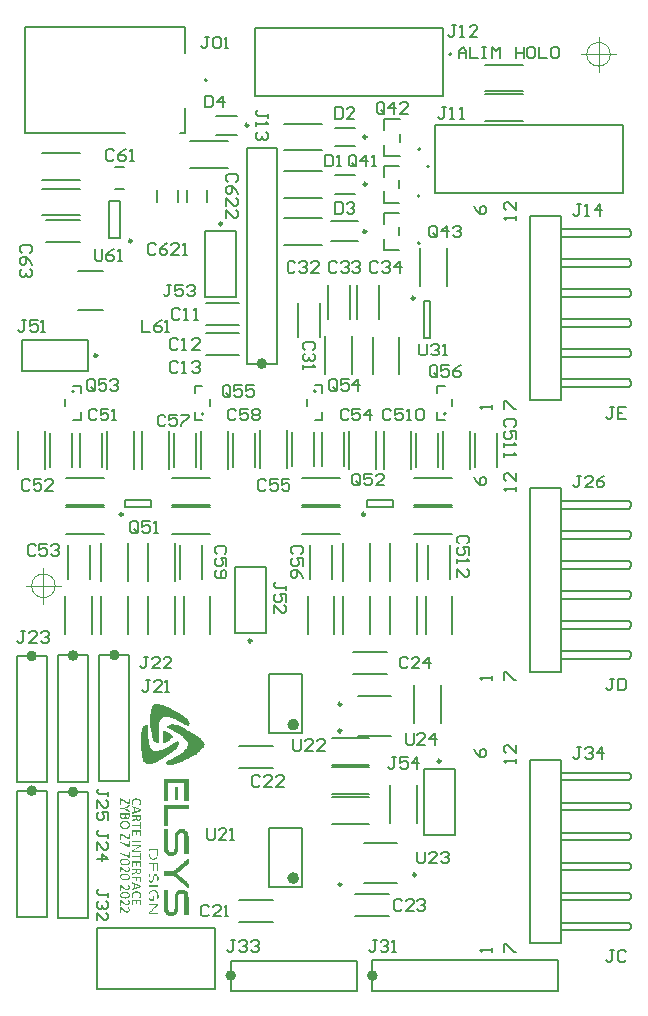
<source format=gbr>
%TF.GenerationSoftware,Altium Limited,Altium Designer,21.2.1 (34)*%
G04 Layer_Color=65535*
%FSLAX45Y45*%
%MOMM*%
%TF.SameCoordinates,1A5297F3-7C59-4284-9812-4E6276DD2B67*%
%TF.FilePolarity,Positive*%
%TF.FileFunction,Legend,Top*%
%TF.Part,Single*%
G01*
G75*
%TA.AperFunction,NonConductor*%
%ADD59C,0.25000*%
%ADD60C,0.20000*%
%ADD61C,0.50800*%
%ADD62C,0.50000*%
%ADD63C,0.10000*%
%ADD64C,0.12700*%
%ADD65C,0.15240*%
%ADD66C,0.15000*%
G36*
X1239708Y2441935D02*
X1259500D01*
Y2436987D01*
X1269396D01*
Y2432039D01*
X1284240D01*
Y2427091D01*
X1294136D01*
Y2422143D01*
X1308981D01*
Y2417195D01*
X1318877D01*
Y2412247D01*
X1328773D01*
Y2407299D01*
X1338669D01*
Y2402351D01*
X1348565D01*
Y2397403D01*
X1358461D01*
Y2392455D01*
X1368357D01*
Y2387507D01*
X1373305D01*
Y2382559D01*
X1383201D01*
Y2377610D01*
X1393097D01*
Y2372662D01*
X1402994D01*
Y2367714D01*
X1407942D01*
Y2362766D01*
X1417838D01*
Y2357818D01*
X1427734D01*
Y2352870D01*
X1432682D01*
Y2347922D01*
X1437630D01*
Y2342974D01*
X1447526D01*
Y2338026D01*
X1452474D01*
Y2333078D01*
X1457422D01*
Y2328130D01*
X1462370D01*
Y2323182D01*
X1467318D01*
Y2318234D01*
X1472266D01*
Y2313286D01*
X1477214D01*
Y2303390D01*
X1482162D01*
Y2288546D01*
X1487110D01*
Y2278649D01*
X1482162D01*
Y2263805D01*
X1477214D01*
Y2258857D01*
X1472266D01*
Y2263805D01*
X1462370D01*
Y2268753D01*
X1452474D01*
Y2273701D01*
X1442578D01*
Y2278649D01*
X1437630D01*
Y2283597D01*
X1427734D01*
Y2288546D01*
X1417838D01*
Y2293494D01*
X1407942D01*
Y2298442D01*
X1398045D01*
Y2303390D01*
X1388149D01*
Y2308338D01*
X1378253D01*
Y2313286D01*
X1368357D01*
Y2318234D01*
X1358461D01*
Y2323182D01*
X1343617D01*
Y2328130D01*
X1333721D01*
Y2333078D01*
X1318877D01*
Y2338026D01*
X1264448D01*
Y2333078D01*
X1259500D01*
Y2328130D01*
X1254552D01*
Y2323182D01*
X1249604D01*
Y2318234D01*
X1244656D01*
Y2313286D01*
X1239708D01*
Y2303390D01*
X1234760D01*
Y2293494D01*
X1229812D01*
Y2268753D01*
X1224864D01*
Y2120312D01*
X1229812D01*
Y2115364D01*
X1210019D01*
Y2120312D01*
X1200123D01*
Y2125260D01*
X1190227D01*
Y2130208D01*
X1185279D01*
Y2140104D01*
X1180331D01*
Y2145052D01*
X1175383D01*
Y2159896D01*
X1170435D01*
Y2179688D01*
X1165487D01*
Y2209377D01*
X1160539D01*
Y2244013D01*
X1155591D01*
Y2367714D01*
X1160539D01*
Y2407299D01*
X1165487D01*
Y2422143D01*
X1170435D01*
Y2432039D01*
X1175383D01*
Y2436987D01*
X1180331D01*
Y2441935D01*
X1190227D01*
Y2446883D01*
X1239708D01*
Y2441935D01*
D02*
G37*
G36*
X1284240Y2214325D02*
X1299085D01*
Y2209377D01*
X1304032D01*
Y2204429D01*
X1313929D01*
Y2199480D01*
X1318877D01*
Y2194533D01*
X1328773D01*
Y2189584D01*
X1338669D01*
Y2179688D01*
X1348565D01*
Y2164844D01*
X1343617D01*
Y2159896D01*
X1333721D01*
Y2150000D01*
X1318877D01*
Y2140104D01*
X1304032D01*
Y2130208D01*
X1289188D01*
Y2120312D01*
X1264448D01*
Y2125260D01*
X1259500D01*
Y2199480D01*
Y2204429D01*
Y2214325D01*
X1264448D01*
Y2219273D01*
X1269396D01*
Y2224221D01*
X1274344D01*
Y2219273D01*
X1279292D01*
Y2224221D01*
X1284240D01*
Y2214325D01*
D02*
G37*
G36*
X1135799Y2154948D02*
X1140747D01*
Y2120312D01*
X1145695D01*
Y2100520D01*
X1150643D01*
Y2085675D01*
X1155591D01*
Y2080727D01*
X1160539D01*
Y2070831D01*
X1165487D01*
Y2065883D01*
X1170435D01*
Y2060935D01*
X1175383D01*
Y2055987D01*
X1180331D01*
Y2051039D01*
X1229812D01*
Y2055987D01*
X1244656D01*
Y2060935D01*
X1259500D01*
Y2065883D01*
X1269396D01*
Y2070831D01*
X1279292D01*
Y2075779D01*
X1289188D01*
Y2080727D01*
X1299085D01*
Y2085675D01*
X1308981D01*
Y2090623D01*
X1313929D01*
Y2095571D01*
X1323825D01*
Y2100520D01*
X1333721D01*
Y2105467D01*
X1338669D01*
Y2110416D01*
X1348565D01*
Y2115364D01*
X1353513D01*
Y2120312D01*
X1363409D01*
Y2125260D01*
X1368357D01*
Y2130208D01*
X1378253D01*
Y2135156D01*
X1383201D01*
Y2140104D01*
X1388149D01*
Y2135156D01*
X1393097D01*
Y2125260D01*
X1398045D01*
Y2100520D01*
X1393097D01*
Y2090623D01*
X1388149D01*
Y2085675D01*
X1383201D01*
Y2075779D01*
X1378253D01*
Y2070831D01*
X1373305D01*
Y2065883D01*
X1368357D01*
Y2060935D01*
X1363409D01*
Y2055987D01*
X1353513D01*
Y2051039D01*
X1348565D01*
Y2046091D01*
X1343617D01*
Y2041143D01*
X1338669D01*
Y2036195D01*
X1328773D01*
Y2031247D01*
X1323825D01*
Y2026299D01*
X1313929D01*
Y2021351D01*
X1308981D01*
Y2016403D01*
X1299085D01*
Y2011455D01*
X1294136D01*
Y2006507D01*
X1284240D01*
Y2001559D01*
X1274344D01*
Y1996610D01*
X1269396D01*
Y1991662D01*
X1259500D01*
Y1986714D01*
X1254552D01*
Y1981766D01*
X1244656D01*
Y1976818D01*
X1234760D01*
Y1971870D01*
X1229812D01*
Y1966922D01*
X1219916D01*
Y1961974D01*
X1210019D01*
Y1957026D01*
X1205072D01*
Y1952078D01*
X1190227D01*
Y1947130D01*
X1180331D01*
Y1942182D01*
X1165487D01*
Y1937234D01*
X1120955D01*
Y1942182D01*
X1116006D01*
Y1947130D01*
X1106110D01*
Y1957026D01*
X1101162D01*
Y1961974D01*
X1096214D01*
Y1976818D01*
X1091266D01*
Y1991662D01*
X1086318D01*
Y2016403D01*
X1081370D01*
Y2051039D01*
X1076422D01*
Y2209377D01*
X1081370D01*
Y2234117D01*
X1086318D01*
Y2244013D01*
X1091266D01*
Y2253909D01*
X1096214D01*
Y2258857D01*
X1101162D01*
Y2263805D01*
X1106110D01*
Y2268753D01*
X1116006D01*
Y2273701D01*
X1135799D01*
Y2154948D01*
D02*
G37*
G36*
X1358461Y2273701D02*
X1388149D01*
Y2268753D01*
X1398045D01*
Y2263805D01*
X1407942D01*
Y2258857D01*
X1417838D01*
Y2253909D01*
X1427734D01*
Y2248961D01*
X1437630D01*
Y2244013D01*
X1447526D01*
Y2239065D01*
X1452474D01*
Y2234117D01*
X1457422D01*
Y2229169D01*
X1467318D01*
Y2224221D01*
X1482162D01*
Y2219273D01*
X1487110D01*
Y2214325D01*
X1492058D01*
Y2209377D01*
X1501955D01*
Y2204429D01*
X1506902D01*
Y2199480D01*
X1516799D01*
Y2194533D01*
X1531643D01*
Y2189584D01*
X1536591D01*
Y2184636D01*
X1541539D01*
Y2179688D01*
X1551435D01*
Y2174740D01*
X1561331D01*
Y2169792D01*
X1566279D01*
Y2164844D01*
X1571227D01*
Y2159896D01*
X1581123D01*
Y2150000D01*
X1586072D01*
Y2145052D01*
X1591019D01*
Y2140104D01*
X1595968D01*
Y2135156D01*
X1600916D01*
Y2130208D01*
X1605864D01*
Y2125260D01*
X1610812D01*
Y2110416D01*
X1615760D01*
Y2100520D01*
X1610812D01*
Y2090623D01*
X1605864D01*
Y2080727D01*
X1600916D01*
Y2075779D01*
X1595968D01*
Y2070831D01*
X1591019D01*
Y2065883D01*
X1586072D01*
Y2060935D01*
X1581123D01*
Y2055987D01*
X1576175D01*
Y2046091D01*
X1561331D01*
Y2041143D01*
X1556383D01*
Y2031247D01*
X1551435D01*
Y2026299D01*
X1546487D01*
Y2021351D01*
X1531643D01*
Y2016403D01*
X1521747D01*
Y2011455D01*
X1516799D01*
Y2006507D01*
X1506902D01*
Y2001559D01*
X1501955D01*
Y1996610D01*
X1487110D01*
Y1991662D01*
X1482162D01*
Y1986714D01*
X1472266D01*
Y1981766D01*
X1457422D01*
Y1976818D01*
X1447526D01*
Y1971870D01*
X1437630D01*
Y1966922D01*
X1427734D01*
Y1961974D01*
X1417838D01*
Y1957026D01*
X1407942D01*
Y1952078D01*
X1393097D01*
Y1947130D01*
X1383201D01*
Y1942182D01*
X1368357D01*
Y1937234D01*
X1353513D01*
Y1932286D01*
X1299085D01*
Y1937234D01*
X1289188D01*
Y1942182D01*
X1284240D01*
Y1952078D01*
X1289188D01*
Y1961974D01*
X1294136D01*
Y1966922D01*
X1304032D01*
Y1971870D01*
X1313929D01*
Y1976818D01*
X1328773D01*
Y1981766D01*
X1338669D01*
Y1986714D01*
X1348565D01*
Y1991662D01*
X1353513D01*
Y1996610D01*
X1368357D01*
Y2001559D01*
X1373305D01*
Y2006507D01*
X1388149D01*
Y2011455D01*
X1393097D01*
Y2016403D01*
X1398045D01*
Y2021351D01*
X1407942D01*
Y2026299D01*
X1412890D01*
Y2031247D01*
X1422786D01*
Y2036195D01*
X1427734D01*
Y2046091D01*
X1437630D01*
Y2051039D01*
X1442578D01*
Y2055987D01*
X1447526D01*
Y2060935D01*
X1452474D01*
Y2065883D01*
X1457422D01*
Y2070831D01*
X1462370D01*
Y2080727D01*
X1467318D01*
Y2090623D01*
X1472266D01*
Y2125260D01*
X1467318D01*
Y2135156D01*
X1462370D01*
Y2140104D01*
X1457422D01*
Y2145052D01*
X1452474D01*
Y2150000D01*
X1447526D01*
Y2154948D01*
X1442578D01*
Y2164844D01*
X1432682D01*
Y2169792D01*
X1427734D01*
Y2174740D01*
X1422786D01*
Y2179688D01*
X1417838D01*
Y2184636D01*
X1412890D01*
Y2189584D01*
X1402994D01*
Y2194533D01*
X1393097D01*
Y2199480D01*
X1383201D01*
Y2204429D01*
X1373305D01*
Y2209377D01*
X1363409D01*
Y2214325D01*
X1353513D01*
Y2219273D01*
X1348565D01*
Y2224221D01*
X1343617D01*
Y2229169D01*
X1333721D01*
Y2234117D01*
X1318877D01*
Y2239065D01*
X1313929D01*
Y2244013D01*
X1304032D01*
Y2248961D01*
X1299085D01*
Y2258857D01*
X1304032D01*
Y2263805D01*
X1308981D01*
Y2268753D01*
X1313929D01*
Y2273701D01*
X1328773D01*
Y2278649D01*
X1358461D01*
Y2273701D01*
D02*
G37*
G36*
X1393097Y1635403D02*
X1363409D01*
Y1699727D01*
Y1704675D01*
Y1749208D01*
X1393097D01*
Y1635403D01*
D02*
G37*
G36*
X1482162Y1625507D02*
X1442578D01*
Y1778896D01*
X1304032D01*
Y1625507D01*
X1269396D01*
Y1813533D01*
X1482162D01*
Y1625507D01*
D02*
G37*
G36*
Y1556234D02*
X1304032D01*
Y1412740D01*
X1269396D01*
Y1590870D01*
X1482162D01*
Y1556234D01*
D02*
G37*
G36*
X1447526Y1383052D02*
X1452474D01*
Y1378104D01*
X1462370D01*
Y1373156D01*
X1467318D01*
Y1363260D01*
X1472266D01*
Y1353364D01*
X1477214D01*
Y1333571D01*
X1482162D01*
Y1204922D01*
Y1199974D01*
Y1175234D01*
X1442578D01*
Y1343467D01*
X1437630D01*
Y1348416D01*
X1427734D01*
Y1353364D01*
X1407942D01*
Y1348416D01*
X1398045D01*
Y1338520D01*
X1393097D01*
Y1219766D01*
X1388149D01*
Y1195026D01*
X1383201D01*
Y1185130D01*
X1378253D01*
Y1180182D01*
X1373305D01*
Y1175234D01*
X1368357D01*
Y1170286D01*
X1358461D01*
Y1165338D01*
X1304032D01*
Y1170286D01*
X1294136D01*
Y1175234D01*
X1289188D01*
Y1180182D01*
X1284240D01*
Y1185130D01*
X1279292D01*
Y1195026D01*
X1274344D01*
Y1209870D01*
X1269396D01*
Y1388000D01*
X1304032D01*
Y1214818D01*
X1308981D01*
Y1209870D01*
X1313929D01*
Y1199974D01*
X1328773D01*
Y1195026D01*
X1338669D01*
Y1199974D01*
X1353513D01*
Y1209870D01*
X1358461D01*
Y1219766D01*
X1363409D01*
Y1353364D01*
X1368357D01*
Y1363260D01*
X1373305D01*
Y1368208D01*
X1378253D01*
Y1373156D01*
X1383201D01*
Y1378104D01*
X1388149D01*
Y1383052D01*
X1398045D01*
Y1388000D01*
X1447526D01*
Y1383052D01*
D02*
G37*
G36*
X1219916Y1160390D02*
X1214968D01*
Y1150494D01*
X1210019D01*
Y1140597D01*
X1205072D01*
Y1135649D01*
X1195175D01*
Y1130701D01*
X1165487D01*
Y1135649D01*
X1160539D01*
Y1140597D01*
X1155591D01*
Y1145546D01*
X1150643D01*
Y1150494D01*
X1145695D01*
Y1165338D01*
X1140747D01*
Y1219766D01*
X1219916D01*
Y1160390D01*
D02*
G37*
G36*
Y1031740D02*
X1214968D01*
Y1096065D01*
X1185279D01*
Y1036688D01*
X1180331D01*
Y1061429D01*
Y1066377D01*
Y1091117D01*
X1175383D01*
Y1096065D01*
X1150643D01*
Y1091117D01*
X1145695D01*
Y1031740D01*
X1140747D01*
Y1105961D01*
X1219916D01*
Y1031740D01*
D02*
G37*
G36*
X1155591Y997104D02*
X1150643D01*
Y987208D01*
X1145695D01*
Y957520D01*
X1150643D01*
Y952571D01*
X1155591D01*
Y947623D01*
X1170435D01*
Y957520D01*
X1175383D01*
Y972364D01*
X1180331D01*
Y992156D01*
X1185279D01*
Y1002052D01*
X1190227D01*
Y1007000D01*
X1214968D01*
Y997104D01*
X1219916D01*
Y987208D01*
X1224864D01*
Y972364D01*
Y967416D01*
Y962467D01*
X1219916D01*
Y947623D01*
X1214968D01*
Y942675D01*
X1210019D01*
Y957520D01*
X1214968D01*
Y992156D01*
X1210019D01*
Y997104D01*
X1195175D01*
Y992156D01*
X1190227D01*
Y982260D01*
X1185279D01*
Y962467D01*
X1180331D01*
Y947623D01*
X1175383D01*
Y942675D01*
X1170435D01*
Y937727D01*
X1155591D01*
Y942675D01*
X1145695D01*
Y952571D01*
X1140747D01*
Y997104D01*
X1145695D01*
Y1007000D01*
X1150643D01*
Y1011948D01*
X1155591D01*
Y997104D01*
D02*
G37*
G36*
X1219916Y903091D02*
X1140747D01*
Y912987D01*
X1219916D01*
Y903091D01*
D02*
G37*
G36*
X1482162Y1096065D02*
X1477214D01*
Y1091117D01*
X1472266D01*
Y1086169D01*
X1467318D01*
Y1081221D01*
X1457422D01*
Y1076273D01*
X1452474D01*
Y1071325D01*
X1447526D01*
Y1066377D01*
X1442578D01*
Y1061429D01*
X1437630D01*
Y1056480D01*
X1427734D01*
Y1051533D01*
X1422786D01*
Y1046584D01*
X1417838D01*
Y1041636D01*
X1412890D01*
Y1036688D01*
X1407942D01*
Y1031740D01*
X1402994D01*
Y1026792D01*
X1393097D01*
Y1021844D01*
X1388149D01*
Y1016896D01*
X1383201D01*
Y1011948D01*
X1388149D01*
Y1007000D01*
X1393097D01*
Y1002052D01*
X1398045D01*
Y997104D01*
X1402994D01*
Y992156D01*
X1407942D01*
Y987208D01*
X1417838D01*
Y982260D01*
X1422786D01*
Y977312D01*
X1427734D01*
Y972364D01*
X1432682D01*
Y967416D01*
X1437630D01*
Y962467D01*
X1442578D01*
Y957520D01*
X1452474D01*
Y952571D01*
X1457422D01*
Y947623D01*
X1462370D01*
Y942675D01*
X1467318D01*
Y937727D01*
X1472266D01*
Y932779D01*
X1477214D01*
Y927831D01*
X1482162D01*
Y888247D01*
X1472266D01*
Y893195D01*
X1467318D01*
Y898143D01*
X1462370D01*
Y903091D01*
X1457422D01*
Y908039D01*
X1447526D01*
Y912987D01*
X1442578D01*
Y917935D01*
X1437630D01*
Y922883D01*
X1432682D01*
Y927831D01*
X1427734D01*
Y932779D01*
X1422786D01*
Y937727D01*
X1417838D01*
Y942675D01*
X1407942D01*
Y947623D01*
X1402994D01*
Y952571D01*
X1398045D01*
Y957520D01*
X1393097D01*
Y962467D01*
X1388149D01*
Y967416D01*
X1383201D01*
Y972364D01*
X1373305D01*
Y977312D01*
X1368357D01*
Y982260D01*
X1363409D01*
Y987208D01*
X1358461D01*
Y992156D01*
X1353513D01*
Y997104D01*
X1269396D01*
Y1031740D01*
X1353513D01*
Y1036688D01*
X1358461D01*
Y1041636D01*
X1363409D01*
Y1046584D01*
X1368357D01*
Y1051533D01*
X1373305D01*
Y1056480D01*
X1378253D01*
Y1061429D01*
X1388149D01*
Y1066377D01*
X1393097D01*
Y1071325D01*
X1398045D01*
Y1076273D01*
X1402994D01*
Y1081221D01*
X1407942D01*
Y1086169D01*
X1412890D01*
Y1091117D01*
X1422786D01*
Y1096065D01*
X1427734D01*
Y1101013D01*
X1432682D01*
Y1105961D01*
X1437630D01*
Y1110909D01*
X1442578D01*
Y1115857D01*
X1447526D01*
Y1120805D01*
X1457422D01*
Y1125753D01*
X1462370D01*
Y1130701D01*
X1467318D01*
Y1135649D01*
X1472266D01*
Y1140597D01*
X1482162D01*
Y1096065D01*
D02*
G37*
G36*
X1200123Y868455D02*
X1205072D01*
Y863507D01*
X1210019D01*
Y858559D01*
X1214968D01*
Y853610D01*
X1219916D01*
Y833818D01*
X1224864D01*
Y809078D01*
X1219916D01*
Y794234D01*
X1214968D01*
Y789286D01*
X1210019D01*
Y804130D01*
X1214968D01*
Y843714D01*
X1210019D01*
Y848662D01*
X1205072D01*
Y858559D01*
X1195175D01*
Y863507D01*
X1165487D01*
Y858559D01*
X1160539D01*
Y853610D01*
X1155591D01*
Y848662D01*
X1150643D01*
Y838766D01*
X1145695D01*
Y823922D01*
Y818974D01*
Y809078D01*
X1150643D01*
Y794234D01*
X1175383D01*
Y823922D01*
X1185279D01*
Y784338D01*
X1150643D01*
Y789286D01*
X1145695D01*
Y799182D01*
X1140747D01*
Y848662D01*
X1145695D01*
Y858559D01*
X1150643D01*
Y863507D01*
X1155591D01*
Y868455D01*
X1165487D01*
Y873403D01*
X1200123D01*
Y868455D01*
D02*
G37*
G36*
X1442578Y873403D02*
X1452474D01*
Y868455D01*
X1462370D01*
Y863507D01*
X1467318D01*
Y853610D01*
X1472266D01*
Y843714D01*
X1477214D01*
Y818974D01*
X1482162D01*
Y665584D01*
X1442578D01*
Y833818D01*
X1437630D01*
Y838766D01*
X1427734D01*
Y843714D01*
X1407942D01*
Y838766D01*
X1398045D01*
Y828870D01*
X1393097D01*
Y710117D01*
X1388149D01*
Y685377D01*
X1383201D01*
Y675480D01*
X1378253D01*
Y670533D01*
X1373305D01*
Y665584D01*
X1368357D01*
Y660636D01*
X1358461D01*
Y655688D01*
X1304032D01*
Y660636D01*
X1294136D01*
Y665584D01*
X1289188D01*
Y670533D01*
X1284240D01*
Y675480D01*
X1279292D01*
Y685377D01*
X1274344D01*
Y700221D01*
X1269396D01*
Y878351D01*
X1304032D01*
Y705169D01*
X1308981D01*
Y695273D01*
X1313929D01*
Y690325D01*
X1328773D01*
Y685377D01*
X1338669D01*
Y690325D01*
X1353513D01*
Y700221D01*
X1358461D01*
Y710117D01*
X1363409D01*
Y843714D01*
X1368357D01*
Y853610D01*
X1373305D01*
Y858559D01*
X1378253D01*
Y863507D01*
X1383201D01*
Y868455D01*
X1388149D01*
Y873403D01*
X1398045D01*
Y878351D01*
X1442578D01*
Y873403D01*
D02*
G37*
G36*
X1219916Y739805D02*
X1214968D01*
Y734857D01*
X1210019D01*
Y729909D01*
X1200123D01*
Y724961D01*
X1195175D01*
Y720013D01*
X1190227D01*
Y715065D01*
X1185279D01*
Y710117D01*
X1180331D01*
Y705169D01*
X1175383D01*
Y700221D01*
X1170435D01*
Y695273D01*
X1165487D01*
Y690325D01*
X1160539D01*
Y685377D01*
X1155591D01*
Y680429D01*
X1219916D01*
Y670533D01*
X1140747D01*
Y680429D01*
X1145695D01*
Y685377D01*
X1150643D01*
Y690325D01*
X1155591D01*
Y695273D01*
X1160539D01*
Y700221D01*
X1165487D01*
Y705169D01*
X1170435D01*
Y710117D01*
X1175383D01*
Y715065D01*
X1180331D01*
Y720013D01*
X1185279D01*
Y724961D01*
X1190227D01*
Y729909D01*
X1195175D01*
Y734857D01*
X1200123D01*
Y739805D01*
X1205072D01*
Y744753D01*
X1140747D01*
Y754649D01*
X1219916D01*
Y739805D01*
D02*
G37*
G36*
X909306Y1649857D02*
X910293Y1649575D01*
X910434Y1649434D01*
X910856Y1649293D01*
X911420Y1649011D01*
X911984Y1648729D01*
X912125Y1648589D01*
X912689Y1648307D01*
X913394Y1647884D01*
X914240Y1647320D01*
X971192Y1610950D01*
Y1647179D01*
X971333Y1647884D01*
X971474Y1648166D01*
X972037Y1648589D01*
X972178D01*
X972460Y1648729D01*
X972883Y1648870D01*
X973447Y1649011D01*
X973588D01*
X974011D01*
X974575Y1649152D01*
X975421D01*
X975562D01*
X976126D01*
X976689D01*
X977394Y1649011D01*
X977535D01*
X977958Y1648870D01*
X978804Y1648589D01*
X978945D01*
X979086Y1648448D01*
X979650Y1647884D01*
Y1647743D01*
X979791Y1647602D01*
X979932Y1646897D01*
Y1602773D01*
X979791Y1602068D01*
X979509Y1601223D01*
X978945Y1600518D01*
X978804Y1600377D01*
X978240Y1599954D01*
X977253Y1599672D01*
X975985Y1599531D01*
X973729D01*
X973588D01*
X973165D01*
X972601D01*
X971896Y1599672D01*
X971755D01*
X971474D01*
X970910Y1599813D01*
X970346Y1600095D01*
X970205D01*
X969923Y1600236D01*
X969359Y1600518D01*
X968654Y1600941D01*
X968513Y1601082D01*
X968090Y1601223D01*
X967385Y1601646D01*
X966540Y1602209D01*
X910011Y1638439D01*
Y1599813D01*
X909870Y1599390D01*
X909588Y1598826D01*
X908883Y1598403D01*
X908742Y1598262D01*
X908037Y1598121D01*
X907050Y1597980D01*
X905500Y1597839D01*
X905359D01*
X904795D01*
X904231D01*
X903526Y1597980D01*
X903385D01*
X903103D01*
X902116Y1598262D01*
X901975D01*
X901834Y1598403D01*
X901270Y1598967D01*
Y1599249D01*
X901130Y1599954D01*
Y1646756D01*
X901270Y1647320D01*
X901552Y1648166D01*
X901975Y1649011D01*
X902116Y1649152D01*
X902821Y1649434D01*
X903808Y1649857D01*
X905218Y1649998D01*
X907473D01*
X907614D01*
X907896D01*
X908883D01*
X909024D01*
X909306Y1649857D01*
D02*
G37*
G36*
X1038688D02*
X1039675D01*
X1041930Y1649716D01*
X1044609Y1649434D01*
X1047569Y1649011D01*
X1050530Y1648448D01*
X1053490Y1647602D01*
X1053631D01*
X1053772Y1647461D01*
X1054195Y1647320D01*
X1054759Y1647179D01*
X1056168Y1646615D01*
X1058001Y1645769D01*
X1060115Y1644782D01*
X1062230Y1643514D01*
X1064486Y1642104D01*
X1066600Y1640553D01*
X1066882Y1640271D01*
X1067446Y1639707D01*
X1068433Y1638721D01*
X1069701Y1637452D01*
X1070970Y1635760D01*
X1072380Y1633928D01*
X1073649Y1631813D01*
X1074776Y1629558D01*
Y1629417D01*
X1074917Y1629276D01*
X1075199Y1628430D01*
X1075622Y1627161D01*
X1076186Y1625328D01*
X1076750Y1623214D01*
X1077173Y1620817D01*
X1077455Y1618139D01*
X1077596Y1615320D01*
Y1614051D01*
X1077455Y1613205D01*
Y1612218D01*
X1077314Y1611091D01*
X1076891Y1608694D01*
Y1608553D01*
X1076750Y1608130D01*
X1076609Y1607566D01*
X1076468Y1606720D01*
X1075904Y1604888D01*
X1075199Y1602773D01*
Y1602632D01*
X1075058Y1602350D01*
X1074776Y1601786D01*
X1074494Y1601082D01*
X1073790Y1599531D01*
X1072944Y1597839D01*
Y1597698D01*
X1072803Y1597557D01*
X1072239Y1596712D01*
X1071534Y1595725D01*
X1070829Y1594879D01*
X1070688Y1594738D01*
X1070406Y1594456D01*
X1069983Y1594033D01*
X1069560Y1593892D01*
X1069279Y1593751D01*
X1068574Y1593469D01*
X1068433D01*
X1068151Y1593328D01*
X1067728D01*
X1067164Y1593187D01*
X1067023D01*
X1066741Y1593046D01*
X1066036D01*
X1065331D01*
X1065190D01*
X1064627D01*
X1064063D01*
X1063358Y1593187D01*
X1063217D01*
X1062794Y1593328D01*
X1061807Y1593610D01*
X1061666D01*
X1061525Y1593751D01*
X1060961Y1594174D01*
Y1594315D01*
X1060820Y1595020D01*
Y1595161D01*
X1060961Y1595584D01*
X1061243Y1596430D01*
X1061948Y1597416D01*
X1062089Y1597698D01*
X1062653Y1598544D01*
X1063499Y1599672D01*
X1064486Y1601364D01*
X1064627Y1601505D01*
X1064767Y1601786D01*
X1065049Y1602350D01*
X1065472Y1603055D01*
X1065895Y1603901D01*
X1066318Y1604888D01*
X1067164Y1607284D01*
Y1607425D01*
X1067305Y1607848D01*
X1067587Y1608553D01*
X1067869Y1609540D01*
X1068010Y1610809D01*
X1068292Y1612218D01*
X1068433Y1613769D01*
Y1616447D01*
X1068292Y1617434D01*
X1068151Y1618703D01*
X1067869Y1620254D01*
X1067587Y1621804D01*
X1067023Y1623496D01*
X1066318Y1625188D01*
X1066177Y1625328D01*
X1065895Y1625892D01*
X1065472Y1626738D01*
X1064767Y1627725D01*
X1063922Y1628853D01*
X1062794Y1630121D01*
X1061525Y1631249D01*
X1060115Y1632518D01*
X1059975Y1632659D01*
X1059411Y1633082D01*
X1058565Y1633646D01*
X1057296Y1634210D01*
X1055886Y1635055D01*
X1054195Y1635901D01*
X1052221Y1636606D01*
X1050107Y1637311D01*
X1049825D01*
X1049120Y1637593D01*
X1047851Y1637734D01*
X1046300Y1638016D01*
X1044327Y1638298D01*
X1042071Y1638580D01*
X1039534Y1638721D01*
X1036714Y1638862D01*
X1036573D01*
X1036433D01*
X1036010D01*
X1035446D01*
X1034036Y1638721D01*
X1032203D01*
X1030230Y1638439D01*
X1027974Y1638157D01*
X1025719Y1637875D01*
X1023463Y1637311D01*
X1023181Y1637170D01*
X1022476Y1637029D01*
X1021490Y1636606D01*
X1020080Y1636042D01*
X1018529Y1635478D01*
X1016979Y1634632D01*
X1015428Y1633646D01*
X1013877Y1632659D01*
X1013736Y1632518D01*
X1013313Y1632095D01*
X1012609Y1631390D01*
X1011763Y1630544D01*
X1010776Y1629417D01*
X1009789Y1628148D01*
X1008943Y1626738D01*
X1008098Y1625188D01*
X1007957Y1625047D01*
X1007816Y1624342D01*
X1007534Y1623496D01*
X1007111Y1622227D01*
X1006688Y1620817D01*
X1006406Y1619126D01*
X1006265Y1617293D01*
X1006124Y1615179D01*
Y1613487D01*
X1006265Y1612359D01*
X1006406Y1611091D01*
X1006547Y1609822D01*
X1007252Y1607002D01*
Y1606861D01*
X1007393Y1606438D01*
X1007675Y1605734D01*
X1007957Y1604888D01*
X1008802Y1603055D01*
X1009789Y1601082D01*
Y1600941D01*
X1010071Y1600659D01*
X1010353Y1600236D01*
X1010635Y1599672D01*
X1011481Y1598262D01*
X1012327Y1596994D01*
Y1596853D01*
X1012468Y1596712D01*
X1013032Y1596007D01*
X1013454Y1595161D01*
X1013595Y1594456D01*
Y1594174D01*
X1013313Y1593751D01*
Y1593610D01*
X1013172Y1593469D01*
X1013032Y1593328D01*
X1012609Y1593187D01*
X1012468D01*
X1012327Y1593046D01*
X1011904D01*
X1011199Y1592905D01*
X1011058D01*
X1010635Y1592764D01*
X1009930D01*
X1008943D01*
X1008802D01*
X1008379D01*
X1007816D01*
X1007111Y1592905D01*
X1006970D01*
X1006688D01*
X1005842Y1593187D01*
X1005560Y1593328D01*
X1004996Y1593610D01*
X1004855D01*
X1004714Y1593751D01*
X1004291Y1594033D01*
X1003868Y1594456D01*
X1003727Y1594597D01*
X1003446Y1595020D01*
X1002882Y1595725D01*
X1002036Y1596994D01*
Y1597134D01*
X1001754Y1597275D01*
X1001613Y1597698D01*
X1001190Y1598262D01*
X1000485Y1599813D01*
X999498Y1601786D01*
Y1601927D01*
X999357Y1602350D01*
X999075Y1602914D01*
X998794Y1603619D01*
X998512Y1604606D01*
X998230Y1605734D01*
X997666Y1608412D01*
Y1608553D01*
X997525Y1609117D01*
X997384Y1609822D01*
X997243Y1610809D01*
X997102Y1612077D01*
X996961Y1613487D01*
X996820Y1616588D01*
Y1617857D01*
X996961Y1619408D01*
X997102Y1621240D01*
X997384Y1623355D01*
X997948Y1625751D01*
X998512Y1628148D01*
X999357Y1630544D01*
X999498Y1630826D01*
X999780Y1631531D01*
X1000485Y1632659D01*
X1001190Y1634069D01*
X1002318Y1635760D01*
X1003587Y1637452D01*
X1005137Y1639285D01*
X1006829Y1640976D01*
X1007111Y1641117D01*
X1007675Y1641681D01*
X1008802Y1642527D01*
X1010353Y1643514D01*
X1012045Y1644500D01*
X1014159Y1645628D01*
X1016556Y1646756D01*
X1019234Y1647743D01*
X1019375D01*
X1019516Y1647884D01*
X1019939D01*
X1020503Y1648025D01*
X1021208Y1648307D01*
X1022054Y1648448D01*
X1024168Y1648870D01*
X1026565Y1649293D01*
X1029525Y1649575D01*
X1032626Y1649857D01*
X1036151Y1649998D01*
X1036292D01*
X1036573D01*
X1037137D01*
X1037842D01*
X1038688Y1649857D01*
D02*
G37*
G36*
X979650Y1593046D02*
X979791Y1592905D01*
X979932Y1592623D01*
X980073Y1592060D01*
X980214Y1591355D01*
Y1591073D01*
X980355Y1590509D01*
Y1586139D01*
X980214Y1585152D01*
Y1585011D01*
X980073Y1584447D01*
X979932Y1584024D01*
X979791Y1583460D01*
Y1583319D01*
X979650Y1583037D01*
X979509Y1582756D01*
X979227Y1582474D01*
Y1582333D01*
X978945Y1582192D01*
X978240Y1581769D01*
X955544Y1570773D01*
X955403D01*
X954980Y1570491D01*
X954275Y1570209D01*
X953429Y1569927D01*
X952443Y1569363D01*
X951315Y1568940D01*
X948777Y1567813D01*
X948636Y1567672D01*
X948213Y1567531D01*
X947509Y1567249D01*
X946522Y1566826D01*
X945535Y1566403D01*
X944266Y1565839D01*
X941588Y1564711D01*
Y1564570D01*
X941729D01*
X942152Y1564288D01*
X942857Y1564007D01*
X943843Y1563725D01*
X944830Y1563302D01*
X945958Y1562738D01*
X948495Y1561751D01*
X948636Y1561610D01*
X949059Y1561469D01*
X949764Y1561187D01*
X950751Y1560764D01*
X951738Y1560341D01*
X952866Y1559777D01*
X955403Y1558791D01*
X978099Y1547795D01*
X978240D01*
X978522Y1547654D01*
X979227Y1547231D01*
X979368D01*
X979509Y1546949D01*
X979791Y1546385D01*
Y1546244D01*
X979932Y1545962D01*
X980073Y1545539D01*
X980214Y1544835D01*
Y1544694D01*
X980355Y1544130D01*
Y1540887D01*
X980214Y1539760D01*
X980073Y1538632D01*
Y1538491D01*
X979932Y1537927D01*
X979791Y1537363D01*
X979509Y1536940D01*
X979368Y1536799D01*
X979227Y1536658D01*
X978804Y1536517D01*
X978240Y1536658D01*
X978099D01*
X977676Y1536799D01*
X977112Y1536940D01*
X976267Y1537363D01*
X931720Y1559636D01*
X902539D01*
X902257D01*
X901693Y1559918D01*
X901552Y1560059D01*
X901270Y1560764D01*
Y1560905D01*
X901130Y1561187D01*
Y1561751D01*
X900989Y1562456D01*
Y1562597D01*
X900848Y1563161D01*
X900707Y1563866D01*
Y1565698D01*
X900848Y1566544D01*
X900989Y1567390D01*
Y1567531D01*
X901130Y1567954D01*
X901270Y1569081D01*
Y1569222D01*
X901411Y1569363D01*
X901693Y1569927D01*
X901834D01*
X901975D01*
X902539Y1570068D01*
X931720D01*
X976267Y1592482D01*
X976548Y1592623D01*
X976971Y1592764D01*
X977676Y1593046D01*
X978381Y1593328D01*
X978522D01*
X978804D01*
X979227D01*
X979650Y1593046D01*
D02*
G37*
G36*
X999780Y1587126D02*
X1000485Y1586985D01*
X1001472Y1586703D01*
X1074776Y1560341D01*
X1074917D01*
X1075199Y1560200D01*
X1075904Y1559777D01*
X1076045Y1559636D01*
X1076186Y1559495D01*
X1076468Y1558650D01*
Y1558509D01*
X1076609Y1558086D01*
X1076750Y1557522D01*
X1076891Y1556676D01*
Y1556394D01*
X1077032Y1555830D01*
Y1551319D01*
X1076891Y1550332D01*
Y1550050D01*
X1076750Y1549628D01*
X1076609Y1548923D01*
X1076468Y1548359D01*
Y1548218D01*
X1076327Y1547936D01*
X1076186Y1547513D01*
X1075763Y1547090D01*
Y1546949D01*
X1075481Y1546808D01*
X1074776Y1546385D01*
X1001472Y1519883D01*
X1001190Y1519742D01*
X1000626Y1519601D01*
X999921Y1519460D01*
X999216D01*
X999075D01*
X998794D01*
X998371Y1519601D01*
X997948Y1519883D01*
Y1520024D01*
X997807Y1520165D01*
X997666Y1520729D01*
X997525Y1521434D01*
Y1522279D01*
X997384Y1523266D01*
Y1526509D01*
X997525Y1527495D01*
Y1527636D01*
X997666Y1528059D01*
Y1528623D01*
X997807Y1529187D01*
Y1529328D01*
X997948Y1529469D01*
X998230Y1530033D01*
X998371D01*
X998512Y1530174D01*
X999216Y1530597D01*
X1018529Y1537363D01*
Y1570209D01*
X999498Y1576553D01*
X999357D01*
X999216Y1576694D01*
X998512Y1577117D01*
X998230Y1577258D01*
X997807Y1577963D01*
Y1578104D01*
X997666Y1578385D01*
Y1578949D01*
X997525Y1579654D01*
Y1580359D01*
X997384Y1581205D01*
Y1583319D01*
X997525Y1584306D01*
X997666Y1585293D01*
Y1585434D01*
X997807Y1585857D01*
X997948Y1586421D01*
X998089Y1586844D01*
X998230D01*
X998371Y1586985D01*
X998794Y1587126D01*
X999216Y1587267D01*
X999357D01*
X999780Y1587126D01*
D02*
G37*
G36*
X976830Y1523830D02*
X977958Y1523548D01*
X978945Y1522843D01*
X979086Y1522561D01*
X979509Y1521997D01*
X979791Y1521152D01*
X979932Y1520165D01*
Y1499583D01*
X979791Y1498033D01*
X979650Y1496200D01*
X979368Y1494226D01*
X978945Y1492394D01*
X978522Y1490561D01*
Y1490420D01*
X978240Y1489856D01*
X977958Y1489010D01*
X977535Y1487883D01*
X976267Y1485486D01*
X975421Y1484218D01*
X974575Y1483090D01*
X974434Y1482949D01*
X974152Y1482526D01*
X973588Y1481962D01*
X972883Y1481398D01*
X971896Y1480552D01*
X970769Y1479847D01*
X969641Y1479143D01*
X968231Y1478438D01*
X968090Y1478297D01*
X967526Y1478156D01*
X966822Y1477874D01*
X965835Y1477592D01*
X964566Y1477310D01*
X963156Y1477169D01*
X961606Y1476887D01*
X959914D01*
X959773D01*
X959491D01*
X958927D01*
X958222Y1477028D01*
X956531Y1477169D01*
X954557Y1477592D01*
X954416D01*
X954134Y1477733D01*
X953570Y1477874D01*
X953006Y1478156D01*
X951456Y1478720D01*
X949764Y1479706D01*
X949623D01*
X949482Y1479988D01*
X948495Y1480552D01*
X947227Y1481539D01*
X945958Y1482949D01*
Y1483090D01*
X945676Y1483231D01*
X945394Y1483654D01*
X944971Y1484218D01*
X944125Y1485627D01*
X943139Y1487460D01*
Y1487319D01*
X942998Y1486896D01*
X942857Y1486332D01*
X942716Y1485486D01*
X942011Y1483513D01*
X940883Y1481398D01*
Y1481257D01*
X940601Y1480975D01*
X940319Y1480411D01*
X939755Y1479706D01*
X938487Y1478156D01*
X936795Y1476605D01*
X936654Y1476464D01*
X936372Y1476182D01*
X935808Y1475900D01*
X935103Y1475336D01*
X934257Y1474913D01*
X933271Y1474350D01*
X930874Y1473222D01*
X930733D01*
X930310Y1473081D01*
X929605Y1472799D01*
X928760Y1472517D01*
X927632Y1472376D01*
X926504Y1472094D01*
X923685Y1471953D01*
X923544D01*
X922980D01*
X922275D01*
X921429Y1472094D01*
X920301Y1472235D01*
X919174Y1472376D01*
X916777Y1472940D01*
X916636D01*
X916213Y1473081D01*
X915649Y1473363D01*
X914945Y1473645D01*
X913112Y1474491D01*
X911138Y1475618D01*
X910997Y1475759D01*
X910715Y1475900D01*
X910293Y1476323D01*
X909588Y1476746D01*
X908178Y1478015D01*
X906768Y1479706D01*
X906627Y1479847D01*
X906486Y1480129D01*
X906063Y1480693D01*
X905641Y1481257D01*
X905218Y1482103D01*
X904654Y1483090D01*
X903667Y1485204D01*
Y1485345D01*
X903526Y1485768D01*
X903244Y1486332D01*
X902962Y1487178D01*
X902680Y1488024D01*
X902257Y1489151D01*
X901693Y1491689D01*
Y1491830D01*
X901552Y1492253D01*
Y1492958D01*
X901411Y1493944D01*
X901270Y1495072D01*
Y1496482D01*
X901130Y1497892D01*
Y1520447D01*
X901270Y1521011D01*
X901552Y1521856D01*
X901975Y1522843D01*
X902116Y1522984D01*
X902821Y1523407D01*
X903808Y1523830D01*
X905359Y1523971D01*
X975562D01*
X975703D01*
X975985D01*
X976830Y1523830D01*
D02*
G37*
G36*
X1073508Y1506632D02*
X1074635Y1506350D01*
X1075622Y1505645D01*
X1075763Y1505363D01*
X1076186Y1504799D01*
X1076468Y1503953D01*
X1076609Y1502967D01*
Y1484499D01*
X1076468Y1482808D01*
X1076327Y1481257D01*
Y1480975D01*
X1076186Y1479988D01*
Y1478861D01*
X1076045Y1477592D01*
Y1477451D01*
X1075904Y1476887D01*
X1075763Y1476041D01*
X1075481Y1474913D01*
X1075058Y1473645D01*
X1074635Y1472235D01*
X1073508Y1469557D01*
X1073367Y1469416D01*
X1073226Y1468993D01*
X1072803Y1468288D01*
X1072380Y1467442D01*
X1070970Y1465609D01*
X1069138Y1463636D01*
X1068997Y1463495D01*
X1068715Y1463213D01*
X1068151Y1462790D01*
X1067446Y1462226D01*
X1066600Y1461662D01*
X1065613Y1461098D01*
X1063217Y1460112D01*
X1063076D01*
X1062653Y1459971D01*
X1061948Y1459689D01*
X1060961Y1459407D01*
X1059975Y1459266D01*
X1058706Y1458984D01*
X1055745Y1458843D01*
X1055604D01*
X1055041D01*
X1054336D01*
X1053349Y1458984D01*
X1052221Y1459125D01*
X1051093Y1459266D01*
X1048556Y1459971D01*
X1048415D01*
X1047992Y1460112D01*
X1047428Y1460394D01*
X1046723Y1460816D01*
X1044891Y1461803D01*
X1043058Y1463072D01*
X1042917Y1463213D01*
X1042635Y1463354D01*
X1042212Y1463777D01*
X1041648Y1464341D01*
X1040239Y1465891D01*
X1038829Y1467865D01*
Y1468006D01*
X1038547Y1468288D01*
X1038265Y1468993D01*
X1037842Y1469698D01*
X1037419Y1470684D01*
X1036996Y1471671D01*
X1036010Y1474209D01*
Y1474068D01*
X1035869Y1473927D01*
X1035305Y1473081D01*
X1034600Y1471953D01*
X1033754Y1470684D01*
Y1470543D01*
X1033472Y1470402D01*
X1032908Y1469698D01*
X1031921Y1468711D01*
X1030653Y1467724D01*
X1030512D01*
X1030371Y1467442D01*
X1029948Y1467160D01*
X1029384Y1466878D01*
X1028115Y1466032D01*
X1026424Y1465187D01*
X1026283D01*
X1026001Y1464905D01*
X1025578Y1464764D01*
X1024873Y1464341D01*
X1023181Y1463636D01*
X1021067Y1462649D01*
X1003727Y1455601D01*
X1003587D01*
X1003305Y1455460D01*
X1002459Y1455178D01*
X1001472Y1454755D01*
X1000626Y1454614D01*
X1000485D01*
X1000203Y1454473D01*
X999216Y1454332D01*
X998935D01*
X998371Y1454473D01*
X998230Y1454614D01*
X998089Y1454896D01*
X997807Y1455319D01*
Y1455460D01*
X997666Y1455742D01*
Y1456305D01*
X997525Y1457010D01*
Y1457715D01*
X997384Y1458561D01*
Y1461662D01*
X997525Y1462508D01*
Y1462649D01*
X997666Y1463072D01*
Y1463636D01*
X997807Y1464059D01*
Y1464200D01*
X997948Y1464341D01*
X998512Y1465046D01*
X998653D01*
X998935Y1465187D01*
X999780Y1465609D01*
X1018388Y1472799D01*
X1018529D01*
X1018952Y1473081D01*
X1019516Y1473222D01*
X1020362Y1473645D01*
X1022195Y1474491D01*
X1024168Y1475477D01*
X1024309D01*
X1024591Y1475759D01*
X1025155Y1476041D01*
X1025719Y1476464D01*
X1027269Y1477451D01*
X1028679Y1478861D01*
X1028820Y1479002D01*
X1028961Y1479143D01*
X1029384Y1479565D01*
X1029807Y1480129D01*
X1030794Y1481539D01*
X1031781Y1483231D01*
Y1483372D01*
X1031921Y1483654D01*
X1032203Y1484218D01*
X1032344Y1484922D01*
X1032626Y1485909D01*
X1032767Y1486896D01*
X1032908Y1489433D01*
Y1496341D01*
X999216D01*
X998935D01*
X998371Y1496623D01*
X998230Y1496905D01*
X998089Y1497187D01*
X997948Y1497610D01*
Y1497751D01*
X997807Y1498033D01*
Y1498455D01*
X997666Y1499160D01*
Y1499301D01*
X997525Y1499865D01*
X997384Y1500570D01*
Y1502403D01*
X997525Y1503248D01*
X997666Y1504094D01*
Y1504235D01*
X997807Y1504658D01*
X997948Y1505786D01*
Y1505927D01*
X998089Y1506068D01*
X998371Y1506632D01*
X998512D01*
X998653D01*
X999216Y1506773D01*
X1072239D01*
X1072380D01*
X1072662D01*
X1073508Y1506632D01*
D02*
G37*
G36*
X943421Y1460394D02*
X945676Y1460253D01*
X948213Y1459971D01*
X951174Y1459689D01*
X953993Y1459125D01*
X956954Y1458420D01*
X957095D01*
X957236Y1458279D01*
X957658Y1458138D01*
X958222Y1457997D01*
X959632Y1457433D01*
X961465Y1456728D01*
X963438Y1455742D01*
X965553Y1454614D01*
X967667Y1453204D01*
X969782Y1451653D01*
X970064Y1451371D01*
X970628Y1450808D01*
X971615Y1449821D01*
X972883Y1448552D01*
X974152Y1446860D01*
X975562Y1445028D01*
X976830Y1442772D01*
X978099Y1440376D01*
Y1440235D01*
X978240Y1440094D01*
X978381Y1439671D01*
X978522Y1439107D01*
X979086Y1437697D01*
X979650Y1435865D01*
X980073Y1433609D01*
X980637Y1430790D01*
X980919Y1427830D01*
X981060Y1424587D01*
Y1423177D01*
X980919Y1421486D01*
X980778Y1419371D01*
X980355Y1416975D01*
X979932Y1414437D01*
X979227Y1411900D01*
X978381Y1409362D01*
Y1409221D01*
X978240Y1409080D01*
X977958Y1408235D01*
X977253Y1407107D01*
X976407Y1405556D01*
X975280Y1403865D01*
X974011Y1402032D01*
X972460Y1400340D01*
X970628Y1398649D01*
X970346Y1398508D01*
X969782Y1397944D01*
X968654Y1397098D01*
X967244Y1396252D01*
X965412Y1395124D01*
X963297Y1393997D01*
X960901Y1393010D01*
X958222Y1392164D01*
X958081D01*
X957940Y1392023D01*
X957518D01*
X956954Y1391882D01*
X956249Y1391600D01*
X955403Y1391459D01*
X953429Y1391036D01*
X950892Y1390754D01*
X947932Y1390331D01*
X944830Y1390191D01*
X941306Y1390050D01*
X941165D01*
X940883D01*
X940319D01*
X939755D01*
X938909D01*
X937923Y1390191D01*
X935667Y1390331D01*
X932989Y1390613D01*
X930028Y1391036D01*
X927068Y1391600D01*
X924108Y1392305D01*
X923967D01*
X923826Y1392446D01*
X923403Y1392587D01*
X922839Y1392728D01*
X921429Y1393292D01*
X919597Y1393997D01*
X917623Y1394983D01*
X915367Y1396111D01*
X913253Y1397521D01*
X911138Y1399072D01*
X910856Y1399213D01*
X910293Y1399917D01*
X909306Y1400904D01*
X908037Y1402173D01*
X906768Y1403865D01*
X905359Y1405697D01*
X904090Y1407953D01*
X902821Y1410349D01*
Y1410490D01*
X902680Y1410631D01*
X902539Y1411054D01*
X902398Y1411477D01*
X901975Y1413028D01*
X901411Y1414860D01*
X900848Y1417116D01*
X900425Y1419794D01*
X900143Y1422896D01*
X900002Y1426138D01*
Y1427689D01*
X900143Y1428393D01*
Y1429239D01*
X900284Y1431354D01*
X900566Y1433750D01*
X901130Y1436429D01*
X901693Y1438966D01*
X902539Y1441504D01*
X902680Y1441786D01*
X903103Y1442631D01*
X903667Y1443759D01*
X904513Y1445310D01*
X905641Y1447001D01*
X906909Y1448693D01*
X908460Y1450526D01*
X910293Y1452217D01*
X910575Y1452358D01*
X911138Y1452922D01*
X912266Y1453627D01*
X913817Y1454614D01*
X915649Y1455601D01*
X917764Y1456728D01*
X920160Y1457715D01*
X922839Y1458561D01*
X922980D01*
X923121Y1458702D01*
X923544D01*
X924108Y1458843D01*
X924812Y1458984D01*
X925658Y1459125D01*
X927773Y1459548D01*
X930310Y1459971D01*
X933271Y1460253D01*
X936513Y1460394D01*
X940037Y1460535D01*
X940178D01*
X940460D01*
X940883D01*
X941588D01*
X942434D01*
X943421Y1460394D01*
D02*
G37*
G36*
X1074072Y1448411D02*
X1074212D01*
X1074635Y1448270D01*
X1075481Y1448129D01*
X1075622D01*
X1075763Y1447988D01*
X1076327Y1447424D01*
Y1447283D01*
X1076468Y1447142D01*
X1076609Y1446579D01*
Y1391459D01*
X1076327Y1390895D01*
Y1390754D01*
X1076186Y1390613D01*
X1075481Y1390191D01*
X1075340D01*
X1075058Y1390050D01*
X1074635Y1389909D01*
X1074072Y1389768D01*
X1073931D01*
X1073508Y1389627D01*
X1072944D01*
X1072098D01*
X1071957D01*
X1071393D01*
X1070688D01*
X1069983Y1389768D01*
X1069842D01*
X1069560Y1389909D01*
X1068574Y1390191D01*
X1068292Y1390331D01*
X1067869Y1390895D01*
Y1391177D01*
X1067728Y1391741D01*
Y1413873D01*
X999216D01*
X998935D01*
X998371Y1414155D01*
X998230Y1414437D01*
X998089Y1414719D01*
X997948Y1415142D01*
Y1415283D01*
X997807Y1415565D01*
Y1415988D01*
X997666Y1416693D01*
Y1416834D01*
X997525Y1417398D01*
X997384Y1418103D01*
Y1419935D01*
X997525Y1420781D01*
X997666Y1421627D01*
Y1421768D01*
X997807Y1422191D01*
X997948Y1423318D01*
Y1423459D01*
X998089Y1423600D01*
X998371Y1424164D01*
X998512D01*
X998653D01*
X999216Y1424305D01*
X1067728D01*
Y1446860D01*
X1067869Y1447424D01*
X1068010Y1447706D01*
X1068574Y1448129D01*
X1068715D01*
X1068997Y1448270D01*
X1069420D01*
X1069983Y1448411D01*
X1070124D01*
X1070547D01*
X1071252Y1448552D01*
X1072098D01*
X1072239D01*
X1072803D01*
X1073367D01*
X1074072Y1448411D01*
D02*
G37*
G36*
X1073508Y1378067D02*
X1074635Y1377785D01*
X1075622Y1377080D01*
X1075763Y1376798D01*
X1076186Y1376234D01*
X1076468Y1375389D01*
X1076609Y1374402D01*
Y1336622D01*
X1076327Y1336058D01*
Y1335917D01*
X1076186Y1335776D01*
X1075481Y1335494D01*
X1075340D01*
X1075058Y1335353D01*
X1074635Y1335212D01*
X1074072Y1335071D01*
X1073931D01*
X1073508Y1334930D01*
X1072944Y1334789D01*
X1072098D01*
X1071957D01*
X1071393D01*
X1070829Y1334930D01*
X1070124Y1335071D01*
X1069983D01*
X1069701Y1335212D01*
X1068715Y1335494D01*
X1068433Y1335635D01*
X1068010Y1336058D01*
Y1336340D01*
X1067869Y1336904D01*
Y1367776D01*
X1043199D01*
Y1341133D01*
X1042917Y1340569D01*
Y1340428D01*
X1042776Y1340287D01*
X1042071Y1339864D01*
X1041930D01*
X1041789Y1339723D01*
X1041366Y1339582D01*
X1040803Y1339441D01*
X1040662D01*
X1040239Y1339300D01*
X1039534D01*
X1038688D01*
X1038547D01*
X1038124D01*
X1037560D01*
X1036855Y1339441D01*
X1036714D01*
X1036433Y1339582D01*
X1036010Y1339723D01*
X1035587Y1339864D01*
X1035305Y1340005D01*
X1034882Y1340569D01*
Y1340851D01*
X1034741Y1341415D01*
Y1367776D01*
X1006547D01*
Y1336340D01*
X1006265Y1335776D01*
Y1335635D01*
X1006124Y1335494D01*
X1005419Y1335071D01*
X1005278Y1334930D01*
X1005137Y1334789D01*
X1004714Y1334648D01*
X1004150Y1334507D01*
X1004009D01*
X1003587Y1334366D01*
X1002882D01*
X1002036D01*
X1001895D01*
X1001331D01*
X1000767D01*
X1000062Y1334507D01*
X999921D01*
X999639Y1334648D01*
X998794Y1335071D01*
X998653D01*
X998512Y1335212D01*
X997948Y1335776D01*
Y1335917D01*
X997807Y1336622D01*
Y1374684D01*
X997948Y1375248D01*
X998230Y1376094D01*
X998653Y1377080D01*
X998794Y1377221D01*
X999498Y1377644D01*
X1000485Y1378067D01*
X1002036Y1378208D01*
X1072239D01*
X1072380D01*
X1072662D01*
X1073508Y1378067D01*
D02*
G37*
G36*
X909306Y1352129D02*
X910293Y1351847D01*
X910434Y1351706D01*
X910856Y1351565D01*
X911420Y1351283D01*
X911984Y1351001D01*
X912125Y1350860D01*
X912689Y1350578D01*
X913394Y1350155D01*
X914240Y1349591D01*
X971192Y1313221D01*
Y1349450D01*
X971333Y1350155D01*
X971474Y1350437D01*
X972037Y1350860D01*
X972178D01*
X972460Y1351001D01*
X972883Y1351142D01*
X973447Y1351283D01*
X973588D01*
X974011D01*
X974575Y1351424D01*
X975421D01*
X975562D01*
X976126D01*
X976689D01*
X977394Y1351283D01*
X977535D01*
X977958Y1351142D01*
X978804Y1350860D01*
X978945D01*
X979086Y1350719D01*
X979650Y1350155D01*
Y1350014D01*
X979791Y1349873D01*
X979932Y1349168D01*
Y1305045D01*
X979791Y1304340D01*
X979509Y1303494D01*
X978945Y1302789D01*
X978804Y1302648D01*
X978240Y1302225D01*
X977253Y1301943D01*
X975985Y1301802D01*
X973729D01*
X973588D01*
X973165D01*
X972601D01*
X971896Y1301943D01*
X971755D01*
X971474D01*
X970910Y1302084D01*
X970346Y1302366D01*
X970205D01*
X969923Y1302507D01*
X969359Y1302789D01*
X968654Y1303212D01*
X968513Y1303353D01*
X968090Y1303494D01*
X967385Y1303917D01*
X966540Y1304481D01*
X910011Y1340710D01*
Y1302084D01*
X909870Y1301661D01*
X909588Y1301097D01*
X908883Y1300675D01*
X908742Y1300534D01*
X908037Y1300393D01*
X907050Y1300252D01*
X905500Y1300111D01*
X905359D01*
X904795D01*
X904231D01*
X903526Y1300252D01*
X903385D01*
X903103D01*
X902116Y1300534D01*
X901975D01*
X901834Y1300675D01*
X901270Y1301238D01*
Y1301520D01*
X901130Y1302225D01*
Y1349027D01*
X901270Y1349591D01*
X901552Y1350437D01*
X901975Y1351283D01*
X902116Y1351424D01*
X902821Y1351706D01*
X903808Y1352129D01*
X905218Y1352270D01*
X907473D01*
X907614D01*
X907896D01*
X908883D01*
X909024D01*
X909306Y1352129D01*
D02*
G37*
G36*
X1075763Y1288974D02*
X1075904D01*
X1076045Y1288692D01*
X1076327Y1288128D01*
Y1287987D01*
X1076468Y1287705D01*
X1076609Y1287141D01*
X1076750Y1286437D01*
Y1286296D01*
X1076891Y1285732D01*
X1077032Y1284886D01*
Y1283053D01*
X1076891Y1282348D01*
X1076750Y1281503D01*
Y1281362D01*
X1076609Y1280939D01*
X1076468Y1280375D01*
X1076327Y1279952D01*
Y1279811D01*
X1076186Y1279529D01*
X1076045Y1279247D01*
X1075763Y1278965D01*
X1075622Y1278824D01*
X1075058Y1278683D01*
X999216D01*
X998935D01*
X998371Y1278965D01*
X998230Y1279247D01*
X998089Y1279529D01*
X997948Y1279952D01*
Y1280093D01*
X997807Y1280375D01*
Y1280798D01*
X997666Y1281503D01*
Y1281644D01*
X997525Y1282207D01*
X997384Y1282912D01*
Y1284745D01*
X997525Y1285591D01*
X997666Y1286437D01*
Y1286578D01*
X997807Y1287000D01*
X997948Y1288128D01*
Y1288269D01*
X998089Y1288410D01*
X998371Y1288974D01*
X998512D01*
X998653D01*
X999216Y1289115D01*
X1075058D01*
X1075199D01*
X1075340D01*
X1075763Y1288974D01*
D02*
G37*
G36*
X977253Y1291230D02*
X977394D01*
X977817Y1291089D01*
X978663Y1290807D01*
X978804D01*
X979086Y1290666D01*
X979368Y1290384D01*
X979650Y1290102D01*
Y1289961D01*
X979791Y1289820D01*
X979932Y1289115D01*
Y1242595D01*
X979650Y1241749D01*
Y1241608D01*
X979509Y1241326D01*
X979368Y1241044D01*
X978945Y1240762D01*
X978804Y1240621D01*
X978522Y1240480D01*
X978099Y1240339D01*
X977535Y1240198D01*
X977394D01*
X976971Y1240057D01*
X976267Y1239916D01*
X975421D01*
X975280D01*
X974716D01*
X974011D01*
X973306Y1240057D01*
X973165D01*
X972742Y1240198D01*
X972178D01*
X971615Y1240339D01*
X971474D01*
X971192Y1240480D01*
X970628Y1240621D01*
X970064Y1240762D01*
X969923D01*
X969641Y1240903D01*
X969077Y1241044D01*
X968513Y1241326D01*
X902962Y1269802D01*
X902821D01*
X902539Y1269943D01*
X901834Y1270648D01*
Y1270789D01*
X901552Y1270930D01*
X901130Y1271776D01*
Y1271917D01*
X900989Y1272199D01*
Y1272903D01*
X900848Y1273608D01*
Y1274313D01*
X900707Y1275159D01*
Y1277415D01*
X900848Y1278401D01*
X900989Y1279529D01*
Y1279670D01*
X901130Y1280093D01*
X901270Y1280657D01*
X901411Y1281221D01*
X901552D01*
X901693Y1281362D01*
X901975Y1281503D01*
X902398Y1281644D01*
X902539D01*
X902821Y1281503D01*
X903244Y1281362D01*
X903808Y1281080D01*
X970769Y1251194D01*
Y1289256D01*
X970910Y1289679D01*
X971192Y1290243D01*
X971896Y1290807D01*
X972178Y1290948D01*
X972742Y1291089D01*
X973870Y1291230D01*
X975280Y1291371D01*
X975421D01*
X975985D01*
X976548D01*
X977253Y1291230D01*
D02*
G37*
G36*
X1073367Y1257538D02*
X1074494Y1257115D01*
X1075481Y1256410D01*
X1075622Y1256128D01*
X1076045Y1255423D01*
X1076468Y1254436D01*
X1076609Y1253309D01*
Y1247106D01*
X1076468Y1246260D01*
X1076186Y1245273D01*
Y1244991D01*
X1075904Y1244569D01*
X1075622Y1243723D01*
X1075199Y1243018D01*
X1075058Y1242877D01*
X1074635Y1242454D01*
X1074072Y1241890D01*
X1073226Y1241185D01*
X1073085Y1241044D01*
X1072380Y1240621D01*
X1071393Y1239916D01*
X1070124Y1239212D01*
X1035587Y1220604D01*
X1035446Y1220463D01*
X1035023Y1220322D01*
X1034459Y1220040D01*
X1033613Y1219617D01*
X1032626Y1219053D01*
X1031499Y1218489D01*
X1029243Y1217361D01*
X1029102Y1217220D01*
X1028679Y1217079D01*
X1028115Y1216797D01*
X1027410Y1216375D01*
X1025437Y1215388D01*
X1023322Y1214260D01*
X1023181Y1214119D01*
X1022899Y1213978D01*
X1022336Y1213696D01*
X1021631Y1213273D01*
X1019798Y1212286D01*
X1017684Y1211300D01*
X1017543D01*
X1017261Y1211018D01*
X1016697Y1210736D01*
X1015851Y1210454D01*
X1014018Y1209467D01*
X1011904Y1208480D01*
Y1208339D01*
X1012186D01*
X1012750D01*
X1013736D01*
X1015005D01*
X1016415Y1208480D01*
X1018106D01*
X1019939D01*
X1021913D01*
X1022195D01*
X1022758D01*
X1023886D01*
X1025155D01*
X1026706D01*
X1028397D01*
X1031921D01*
X1074776D01*
X1074917D01*
X1075058D01*
X1075481Y1208339D01*
X1075622D01*
X1075763Y1208057D01*
X1076186Y1207493D01*
Y1207352D01*
X1076327Y1207070D01*
X1076468Y1206507D01*
X1076609Y1205802D01*
Y1205661D01*
X1076750Y1205097D01*
Y1201714D01*
X1076609Y1200868D01*
Y1200727D01*
X1076468Y1200163D01*
X1076327Y1199740D01*
X1076186Y1199176D01*
Y1199035D01*
X1076045Y1198894D01*
X1075481Y1198330D01*
X1075340Y1198189D01*
X1074776Y1198048D01*
X1002036D01*
X1001895D01*
X1001331D01*
X1000767Y1198189D01*
X1000062Y1198471D01*
X999921Y1198612D01*
X999639Y1198753D01*
X998653Y1199599D01*
X998512Y1199740D01*
X998371Y1200022D01*
X998089Y1200586D01*
X997807Y1201150D01*
Y1201573D01*
X997666Y1202137D01*
Y1207211D01*
X997807Y1208057D01*
X997948Y1209044D01*
Y1209185D01*
X998230Y1209749D01*
X998512Y1210595D01*
X999075Y1211441D01*
X999216Y1211582D01*
X999639Y1212004D01*
X1000485Y1212709D01*
X1001472Y1213555D01*
X1001613D01*
X1001754Y1213696D01*
X1002600Y1214260D01*
X1003727Y1215106D01*
X1005419Y1215952D01*
X1050248Y1240057D01*
X1050389Y1240198D01*
X1050811Y1240339D01*
X1051516Y1240762D01*
X1052362Y1241185D01*
X1053490Y1241749D01*
X1054759Y1242454D01*
X1057437Y1243864D01*
X1057578Y1244005D01*
X1058142Y1244146D01*
X1058847Y1244569D01*
X1059834Y1244991D01*
X1060961Y1245555D01*
X1062230Y1246119D01*
X1064908Y1247388D01*
Y1247529D01*
X1064767D01*
X1064204D01*
X1063217D01*
X1062089Y1247388D01*
X1060820D01*
X1059270D01*
X1055886D01*
X1055745D01*
X1055182D01*
X1054195D01*
X1053067Y1247247D01*
X1051657D01*
X1050248D01*
X1046864D01*
X999216D01*
X998935D01*
X998371Y1247529D01*
X998230Y1247811D01*
X998089Y1248093D01*
X997948Y1248516D01*
Y1248657D01*
X997807Y1248939D01*
Y1249361D01*
X997666Y1250066D01*
Y1250207D01*
X997525Y1250771D01*
X997384Y1251617D01*
Y1253450D01*
X997525Y1254295D01*
X997666Y1255141D01*
Y1255282D01*
X997807Y1255705D01*
Y1256269D01*
X997948Y1256692D01*
Y1256833D01*
X998089Y1256974D01*
X998371Y1257538D01*
X998512D01*
X998653D01*
X999216Y1257679D01*
X1072098D01*
X1072239D01*
X1072521D01*
X1073367Y1257538D01*
D02*
G37*
G36*
X977253Y1199740D02*
X977394D01*
X977817Y1199599D01*
X978663Y1199317D01*
X978804D01*
X979086Y1199176D01*
X979368Y1198894D01*
X979650Y1198612D01*
Y1198471D01*
X979791Y1198330D01*
X979932Y1197625D01*
Y1151105D01*
X979650Y1150260D01*
Y1150119D01*
X979509Y1149837D01*
X979368Y1149555D01*
X978945Y1149273D01*
X978804Y1149132D01*
X978522Y1148991D01*
X978099Y1148850D01*
X977535Y1148709D01*
X977394D01*
X976971Y1148568D01*
X976267Y1148427D01*
X975421D01*
X975280D01*
X974716D01*
X974011D01*
X973306Y1148568D01*
X973165D01*
X972742Y1148709D01*
X972178D01*
X971615Y1148850D01*
X971474D01*
X971192Y1148991D01*
X970628Y1149132D01*
X970064Y1149273D01*
X969923D01*
X969641Y1149414D01*
X969077Y1149555D01*
X968513Y1149837D01*
X902962Y1178313D01*
X902821D01*
X902539Y1178454D01*
X901834Y1179158D01*
Y1179299D01*
X901552Y1179440D01*
X901130Y1180286D01*
Y1180427D01*
X900989Y1180709D01*
Y1181414D01*
X900848Y1182119D01*
Y1182824D01*
X900707Y1183669D01*
Y1185925D01*
X900848Y1186912D01*
X900989Y1188040D01*
Y1188181D01*
X901130Y1188603D01*
X901270Y1189167D01*
X901411Y1189731D01*
X901552D01*
X901693Y1189872D01*
X901975Y1190013D01*
X902398Y1190154D01*
X902539D01*
X902821Y1190013D01*
X903244Y1189872D01*
X903808Y1189590D01*
X970769Y1159705D01*
Y1197766D01*
X970910Y1198189D01*
X971192Y1198753D01*
X971896Y1199317D01*
X972178Y1199458D01*
X972742Y1199599D01*
X973870Y1199740D01*
X975280Y1199881D01*
X975421D01*
X975985D01*
X976548D01*
X977253Y1199740D01*
D02*
G37*
G36*
X1074072Y1186630D02*
X1074212D01*
X1074635Y1186489D01*
X1075481Y1186348D01*
X1075622D01*
X1075763Y1186207D01*
X1076327Y1185643D01*
Y1185502D01*
X1076468Y1185361D01*
X1076609Y1184797D01*
Y1129678D01*
X1076327Y1129114D01*
Y1128973D01*
X1076186Y1128832D01*
X1075481Y1128409D01*
X1075340D01*
X1075058Y1128268D01*
X1074635Y1128127D01*
X1074072Y1127986D01*
X1073931D01*
X1073508Y1127845D01*
X1072944D01*
X1072098D01*
X1071957D01*
X1071393D01*
X1070688D01*
X1069983Y1127986D01*
X1069842D01*
X1069560Y1128127D01*
X1068574Y1128409D01*
X1068292Y1128550D01*
X1067869Y1129114D01*
Y1129396D01*
X1067728Y1129960D01*
Y1152092D01*
X999216D01*
X998935D01*
X998371Y1152374D01*
X998230Y1152656D01*
X998089Y1152938D01*
X997948Y1153361D01*
Y1153502D01*
X997807Y1153784D01*
Y1154207D01*
X997666Y1154912D01*
Y1155053D01*
X997525Y1155616D01*
X997384Y1156321D01*
Y1158154D01*
X997525Y1159000D01*
X997666Y1159846D01*
Y1159987D01*
X997807Y1160409D01*
X997948Y1161537D01*
Y1161678D01*
X998089Y1161819D01*
X998371Y1162383D01*
X998512D01*
X998653D01*
X999216Y1162524D01*
X1067728D01*
Y1185079D01*
X1067869Y1185643D01*
X1068010Y1185925D01*
X1068574Y1186348D01*
X1068715D01*
X1068997Y1186489D01*
X1069420D01*
X1069983Y1186630D01*
X1070124D01*
X1070547D01*
X1071252Y1186771D01*
X1072098D01*
X1072239D01*
X1072803D01*
X1073367D01*
X1074072Y1186630D01*
D02*
G37*
G36*
X943561Y1138136D02*
X945817D01*
X948354Y1137995D01*
X951033Y1137713D01*
X953993Y1137290D01*
X956813Y1136867D01*
X956954D01*
X957095Y1136726D01*
X957518D01*
X958081Y1136585D01*
X959491Y1136304D01*
X961183Y1135740D01*
X963297Y1135176D01*
X965412Y1134330D01*
X967526Y1133343D01*
X969641Y1132215D01*
X969923Y1132074D01*
X970487Y1131652D01*
X971474Y1130806D01*
X972742Y1129819D01*
X974152Y1128550D01*
X975562Y1127140D01*
X976830Y1125449D01*
X978099Y1123475D01*
X978240Y1123193D01*
X978522Y1122488D01*
X979086Y1121361D01*
X979650Y1119810D01*
X980073Y1117977D01*
X980637Y1115722D01*
X980919Y1113184D01*
X981060Y1110365D01*
Y1109096D01*
X980919Y1107687D01*
X980778Y1105854D01*
X980355Y1103880D01*
X979932Y1101766D01*
X979227Y1099651D01*
X978381Y1097678D01*
X978240Y1097396D01*
X977817Y1096832D01*
X977253Y1095845D01*
X976407Y1094717D01*
X975280Y1093449D01*
X973870Y1092039D01*
X972319Y1090770D01*
X970487Y1089502D01*
X970205Y1089361D01*
X969641Y1088938D01*
X968513Y1088515D01*
X966963Y1087810D01*
X965130Y1087105D01*
X963015Y1086400D01*
X960478Y1085695D01*
X957799Y1085131D01*
X957658D01*
X957518D01*
X957095Y1084990D01*
X956531Y1084849D01*
X955826D01*
X954980Y1084709D01*
X952866Y1084427D01*
X950328Y1084145D01*
X947368Y1084004D01*
X944125Y1083722D01*
X940601D01*
X940460D01*
X940178D01*
X939755D01*
X939050D01*
X938346D01*
X937359Y1083863D01*
X935103D01*
X932566Y1084145D01*
X929887Y1084427D01*
X926927Y1084709D01*
X924108Y1085272D01*
X923967D01*
X923826D01*
X923403Y1085413D01*
X922839Y1085554D01*
X921429Y1085836D01*
X919738Y1086400D01*
X917623Y1087105D01*
X915508Y1087951D01*
X913253Y1088938D01*
X911138Y1090065D01*
X910856Y1090206D01*
X910293Y1090629D01*
X909306Y1091334D01*
X908037Y1092321D01*
X906768Y1093590D01*
X905359Y1094999D01*
X904090Y1096691D01*
X902821Y1098665D01*
X902680Y1098946D01*
X902398Y1099651D01*
X901975Y1100779D01*
X901411Y1102330D01*
X900848Y1104303D01*
X900425Y1106559D01*
X900143Y1109096D01*
X900002Y1111916D01*
Y1113184D01*
X900143Y1114594D01*
X900284Y1116286D01*
X900566Y1118259D01*
X901130Y1120374D01*
X901693Y1122488D01*
X902539Y1124462D01*
X902680Y1124744D01*
X903103Y1125308D01*
X903667Y1126295D01*
X904513Y1127422D01*
X905641Y1128691D01*
X906909Y1130101D01*
X908460Y1131370D01*
X910293Y1132638D01*
X910575Y1132779D01*
X911279Y1133202D01*
X912407Y1133625D01*
X913817Y1134330D01*
X915649Y1135035D01*
X917905Y1135740D01*
X920301Y1136445D01*
X922980Y1137008D01*
X923121D01*
X923262D01*
X923685Y1137149D01*
X924390D01*
X925094Y1137290D01*
X925940Y1137431D01*
X928055Y1137572D01*
X930592Y1137854D01*
X933553Y1138136D01*
X936795Y1138277D01*
X940319D01*
X940460D01*
X940742D01*
X941165D01*
X941870D01*
X942575D01*
X943561Y1138136D01*
D02*
G37*
G36*
X1073508Y1116286D02*
X1074635Y1116004D01*
X1075622Y1115299D01*
X1075763Y1115017D01*
X1076186Y1114453D01*
X1076468Y1113607D01*
X1076609Y1112621D01*
Y1074841D01*
X1076327Y1074277D01*
Y1074136D01*
X1076186Y1073995D01*
X1075481Y1073713D01*
X1075340D01*
X1075058Y1073572D01*
X1074635Y1073431D01*
X1074072Y1073290D01*
X1073931D01*
X1073508Y1073149D01*
X1072944Y1073008D01*
X1072098D01*
X1071957D01*
X1071393D01*
X1070829Y1073149D01*
X1070124Y1073290D01*
X1069983D01*
X1069701Y1073431D01*
X1068715Y1073713D01*
X1068433Y1073854D01*
X1068010Y1074277D01*
Y1074559D01*
X1067869Y1075123D01*
Y1105995D01*
X1043199D01*
Y1079352D01*
X1042917Y1078788D01*
Y1078647D01*
X1042776Y1078506D01*
X1042071Y1078083D01*
X1041930D01*
X1041789Y1077942D01*
X1041366Y1077801D01*
X1040803Y1077660D01*
X1040662D01*
X1040239Y1077519D01*
X1039534D01*
X1038688D01*
X1038547D01*
X1038124D01*
X1037560D01*
X1036855Y1077660D01*
X1036714D01*
X1036433Y1077801D01*
X1036010Y1077942D01*
X1035587Y1078083D01*
X1035305Y1078224D01*
X1034882Y1078788D01*
Y1079070D01*
X1034741Y1079634D01*
Y1105995D01*
X1006547D01*
Y1074559D01*
X1006265Y1073995D01*
Y1073854D01*
X1006124Y1073713D01*
X1005419Y1073290D01*
X1005278Y1073149D01*
X1005137Y1073008D01*
X1004714Y1072867D01*
X1004150Y1072726D01*
X1004009D01*
X1003587Y1072585D01*
X1002882D01*
X1002036D01*
X1001895D01*
X1001331D01*
X1000767D01*
X1000062Y1072726D01*
X999921D01*
X999639Y1072867D01*
X998794Y1073290D01*
X998653D01*
X998512Y1073431D01*
X997948Y1073995D01*
Y1074136D01*
X997807Y1074841D01*
Y1112903D01*
X997948Y1113466D01*
X998230Y1114312D01*
X998653Y1115299D01*
X998794Y1115440D01*
X999498Y1115863D01*
X1000485Y1116286D01*
X1002036Y1116427D01*
X1072239D01*
X1072380D01*
X1072662D01*
X1073508Y1116286D01*
D02*
G37*
G36*
X908319Y1072303D02*
X909306Y1072021D01*
X909447D01*
X909729Y1071880D01*
X910715Y1071316D01*
X910856Y1071175D01*
X911138Y1070893D01*
X911702Y1070471D01*
X912266Y1070048D01*
X928478Y1054259D01*
X928760Y1053977D01*
X929464Y1053413D01*
X930451Y1052285D01*
X931720Y1051158D01*
X933271Y1049748D01*
X934962Y1048197D01*
X936654Y1046788D01*
X938346Y1045519D01*
X938487Y1045378D01*
X939050Y1044955D01*
X940037Y1044391D01*
X941024Y1043545D01*
X942293Y1042840D01*
X943702Y1041995D01*
X945112Y1041149D01*
X946522Y1040444D01*
X946663Y1040303D01*
X947086Y1040162D01*
X947791Y1039880D01*
X948777Y1039457D01*
X950892Y1038611D01*
X953147Y1038047D01*
X953288D01*
X953711Y1037906D01*
X954275Y1037766D01*
X954980Y1037625D01*
X956813Y1037484D01*
X958786Y1037343D01*
X958927D01*
X959209D01*
X959773D01*
X960478Y1037484D01*
X962029Y1037766D01*
X963720Y1038329D01*
X963861D01*
X964143Y1038470D01*
X964566Y1038611D01*
X965130Y1038893D01*
X966399Y1039739D01*
X967808Y1040867D01*
X967949Y1041008D01*
X968090Y1041149D01*
X968795Y1041995D01*
X969782Y1043404D01*
X970628Y1045096D01*
Y1045237D01*
X970769Y1045519D01*
X971051Y1046083D01*
X971192Y1046788D01*
X971474Y1047633D01*
X971615Y1048620D01*
X971755Y1050876D01*
Y1052285D01*
X971615Y1053131D01*
X971474Y1054259D01*
X971333Y1055387D01*
X970628Y1057783D01*
Y1057924D01*
X970487Y1058347D01*
X970205Y1058911D01*
X969923Y1059616D01*
X969218Y1061308D01*
X968372Y1063140D01*
Y1063281D01*
X968231Y1063563D01*
X967949Y1063986D01*
X967667Y1064409D01*
X966822Y1065678D01*
X966117Y1066946D01*
X965976Y1067228D01*
X965694Y1067792D01*
X965271Y1068638D01*
X965130Y1069343D01*
Y1069625D01*
X965271Y1070189D01*
X965553Y1070330D01*
X966117Y1070752D01*
X966258D01*
X966540Y1070893D01*
X966963D01*
X967526Y1071034D01*
X967667D01*
X968231D01*
X968936D01*
X969782D01*
X969923D01*
X970346D01*
X971333D01*
X971474D01*
X971755D01*
X972460Y1070893D01*
X972601D01*
X972742Y1070752D01*
X973447Y1070471D01*
X973588D01*
X973729Y1070189D01*
X974011Y1069907D01*
X974434Y1069484D01*
X974575Y1069343D01*
X974998Y1068920D01*
X975562Y1068074D01*
X976267Y1066946D01*
Y1066805D01*
X976407Y1066664D01*
X976689Y1066241D01*
X976971Y1065678D01*
X977676Y1064268D01*
X978381Y1062435D01*
Y1062294D01*
X978522Y1061871D01*
X978804Y1061308D01*
X979086Y1060603D01*
X979368Y1059757D01*
X979650Y1058629D01*
X980214Y1056374D01*
Y1056233D01*
X980355Y1055810D01*
X980496Y1055105D01*
X980637Y1054259D01*
X980778Y1053272D01*
X980919Y1052144D01*
X981060Y1049607D01*
Y1048620D01*
X980919Y1047492D01*
Y1046224D01*
X980637Y1044673D01*
X980355Y1042981D01*
X979932Y1041290D01*
X979368Y1039598D01*
Y1039457D01*
X979086Y1038893D01*
X978663Y1038047D01*
X978240Y1037061D01*
X976830Y1034664D01*
X975985Y1033536D01*
X974998Y1032409D01*
X974857Y1032268D01*
X974434Y1031986D01*
X973870Y1031422D01*
X973165Y1030717D01*
X972178Y1030012D01*
X971051Y1029307D01*
X969782Y1028602D01*
X968372Y1028039D01*
X968231D01*
X967808Y1027757D01*
X966963Y1027616D01*
X965976Y1027334D01*
X964848Y1027052D01*
X963438Y1026911D01*
X960478Y1026629D01*
X960337D01*
X959914D01*
X959068D01*
X958222Y1026770D01*
X957095D01*
X955826Y1026911D01*
X953006Y1027334D01*
X952866D01*
X952302Y1027475D01*
X951597Y1027616D01*
X950610Y1027898D01*
X949341Y1028321D01*
X947932Y1028884D01*
X946381Y1029448D01*
X944830Y1030294D01*
X944689Y1030435D01*
X944125Y1030717D01*
X943280Y1031140D01*
X942011Y1031845D01*
X940601Y1032691D01*
X939050Y1033818D01*
X937218Y1035087D01*
X935244Y1036497D01*
X934962Y1036638D01*
X934257Y1037202D01*
X933130Y1038188D01*
X931720Y1039316D01*
X929887Y1041008D01*
X927773Y1042840D01*
X925517Y1044955D01*
X922980Y1047351D01*
X910011Y1059757D01*
Y1025219D01*
X909729Y1024655D01*
Y1024514D01*
X909588Y1024373D01*
X908883Y1023809D01*
X908742D01*
X908460Y1023669D01*
X908037Y1023528D01*
X907473Y1023387D01*
X907332D01*
X906909Y1023246D01*
X906345Y1023105D01*
X905500D01*
X905359D01*
X904936D01*
X904372Y1023246D01*
X903667Y1023387D01*
X903526D01*
X903103Y1023528D01*
X902116Y1023809D01*
X901975D01*
X901834Y1023950D01*
X901270Y1024514D01*
Y1024796D01*
X901130Y1025501D01*
Y1069625D01*
X901270Y1070612D01*
Y1070752D01*
X901411Y1070893D01*
X901975Y1071598D01*
X902116D01*
X902257Y1071880D01*
X902680Y1072021D01*
X903244Y1072303D01*
X903385D01*
X903949D01*
X904654Y1072444D01*
X905641D01*
X905922D01*
X906345D01*
X907050D01*
X907755D01*
X907896D01*
X908319Y1072303D01*
D02*
G37*
G36*
X1073508Y1055387D02*
X1074635Y1055105D01*
X1075622Y1054400D01*
X1075763Y1054118D01*
X1076186Y1053554D01*
X1076468Y1052708D01*
X1076609Y1051722D01*
Y1033254D01*
X1076468Y1031563D01*
X1076327Y1030012D01*
Y1029730D01*
X1076186Y1028743D01*
Y1027616D01*
X1076045Y1026347D01*
Y1026206D01*
X1075904Y1025642D01*
X1075763Y1024796D01*
X1075481Y1023669D01*
X1075058Y1022400D01*
X1074635Y1020990D01*
X1073508Y1018312D01*
X1073367Y1018171D01*
X1073226Y1017748D01*
X1072803Y1017043D01*
X1072380Y1016197D01*
X1070970Y1014364D01*
X1069138Y1012391D01*
X1068997Y1012250D01*
X1068715Y1011968D01*
X1068151Y1011545D01*
X1067446Y1010981D01*
X1066600Y1010417D01*
X1065613Y1009853D01*
X1063217Y1008867D01*
X1063076D01*
X1062653Y1008726D01*
X1061948Y1008444D01*
X1060961Y1008162D01*
X1059975Y1008021D01*
X1058706Y1007739D01*
X1055745Y1007598D01*
X1055604D01*
X1055041D01*
X1054336D01*
X1053349Y1007739D01*
X1052221Y1007880D01*
X1051093Y1008021D01*
X1048556Y1008726D01*
X1048415D01*
X1047992Y1008867D01*
X1047428Y1009149D01*
X1046723Y1009572D01*
X1044891Y1010558D01*
X1043058Y1011827D01*
X1042917Y1011968D01*
X1042635Y1012109D01*
X1042212Y1012532D01*
X1041648Y1013096D01*
X1040239Y1014646D01*
X1038829Y1016620D01*
Y1016761D01*
X1038547Y1017043D01*
X1038265Y1017748D01*
X1037842Y1018453D01*
X1037419Y1019439D01*
X1036996Y1020426D01*
X1036010Y1022964D01*
Y1022823D01*
X1035869Y1022682D01*
X1035305Y1021836D01*
X1034600Y1020708D01*
X1033754Y1019439D01*
Y1019298D01*
X1033472Y1019157D01*
X1032908Y1018453D01*
X1031921Y1017466D01*
X1030653Y1016479D01*
X1030512D01*
X1030371Y1016197D01*
X1029948Y1015915D01*
X1029384Y1015633D01*
X1028115Y1014787D01*
X1026424Y1013942D01*
X1026283D01*
X1026001Y1013660D01*
X1025578Y1013519D01*
X1024873Y1013096D01*
X1023181Y1012391D01*
X1021067Y1011404D01*
X1003727Y1004356D01*
X1003587D01*
X1003305Y1004215D01*
X1002459Y1003933D01*
X1001472Y1003510D01*
X1000626Y1003369D01*
X1000485D01*
X1000203Y1003228D01*
X999216Y1003087D01*
X998935D01*
X998371Y1003228D01*
X998230Y1003369D01*
X998089Y1003651D01*
X997807Y1004074D01*
Y1004215D01*
X997666Y1004497D01*
Y1005060D01*
X997525Y1005765D01*
Y1006470D01*
X997384Y1007316D01*
Y1010417D01*
X997525Y1011263D01*
Y1011404D01*
X997666Y1011827D01*
Y1012391D01*
X997807Y1012814D01*
Y1012955D01*
X997948Y1013096D01*
X998512Y1013801D01*
X998653D01*
X998935Y1013942D01*
X999780Y1014364D01*
X1018388Y1021554D01*
X1018529D01*
X1018952Y1021836D01*
X1019516Y1021977D01*
X1020362Y1022400D01*
X1022195Y1023246D01*
X1024168Y1024232D01*
X1024309D01*
X1024591Y1024514D01*
X1025155Y1024796D01*
X1025719Y1025219D01*
X1027269Y1026206D01*
X1028679Y1027616D01*
X1028820Y1027757D01*
X1028961Y1027898D01*
X1029384Y1028321D01*
X1029807Y1028884D01*
X1030794Y1030294D01*
X1031781Y1031986D01*
Y1032127D01*
X1031921Y1032409D01*
X1032203Y1032973D01*
X1032344Y1033677D01*
X1032626Y1034664D01*
X1032767Y1035651D01*
X1032908Y1038188D01*
Y1045096D01*
X999216D01*
X998935D01*
X998371Y1045378D01*
X998230Y1045660D01*
X998089Y1045942D01*
X997948Y1046365D01*
Y1046506D01*
X997807Y1046788D01*
Y1047211D01*
X997666Y1047915D01*
Y1048056D01*
X997525Y1048620D01*
X997384Y1049325D01*
Y1051158D01*
X997525Y1052003D01*
X997666Y1052849D01*
Y1052990D01*
X997807Y1053413D01*
X997948Y1054541D01*
Y1054682D01*
X998089Y1054823D01*
X998371Y1055387D01*
X998512D01*
X998653D01*
X999216Y1055528D01*
X1072239D01*
X1072380D01*
X1072662D01*
X1073508Y1055387D01*
D02*
G37*
G36*
X943561Y1011545D02*
X945817D01*
X948354Y1011404D01*
X951033Y1011122D01*
X953993Y1010699D01*
X956813Y1010276D01*
X956954D01*
X957095Y1010135D01*
X957518D01*
X958081Y1009994D01*
X959491Y1009712D01*
X961183Y1009149D01*
X963297Y1008585D01*
X965412Y1007739D01*
X967526Y1006752D01*
X969641Y1005624D01*
X969923Y1005483D01*
X970487Y1005060D01*
X971474Y1004215D01*
X972742Y1003228D01*
X974152Y1001959D01*
X975562Y1000549D01*
X976830Y998858D01*
X978099Y996884D01*
X978240Y996602D01*
X978522Y995897D01*
X979086Y994770D01*
X979650Y993219D01*
X980073Y991386D01*
X980637Y989131D01*
X980919Y986593D01*
X981060Y983774D01*
Y982505D01*
X980919Y981096D01*
X980778Y979263D01*
X980355Y977289D01*
X979932Y975175D01*
X979227Y973060D01*
X978381Y971087D01*
X978240Y970805D01*
X977817Y970241D01*
X977253Y969254D01*
X976407Y968126D01*
X975280Y966858D01*
X973870Y965448D01*
X972319Y964179D01*
X970487Y962910D01*
X970205Y962769D01*
X969641Y962347D01*
X968513Y961924D01*
X966963Y961219D01*
X965130Y960514D01*
X963015Y959809D01*
X960478Y959104D01*
X957799Y958540D01*
X957658D01*
X957518D01*
X957095Y958399D01*
X956531Y958258D01*
X955826D01*
X954980Y958117D01*
X952866Y957836D01*
X950328Y957554D01*
X947368Y957413D01*
X944125Y957131D01*
X940601D01*
X940460D01*
X940178D01*
X939755D01*
X939050D01*
X938346D01*
X937359Y957272D01*
X935103D01*
X932566Y957554D01*
X929887Y957836D01*
X926927Y958117D01*
X924108Y958681D01*
X923967D01*
X923826D01*
X923403Y958822D01*
X922839Y958963D01*
X921429Y959245D01*
X919738Y959809D01*
X917623Y960514D01*
X915508Y961360D01*
X913253Y962347D01*
X911138Y963474D01*
X910856Y963615D01*
X910293Y964038D01*
X909306Y964743D01*
X908037Y965730D01*
X906768Y966999D01*
X905359Y968408D01*
X904090Y970100D01*
X902821Y972073D01*
X902680Y972355D01*
X902398Y973060D01*
X901975Y974188D01*
X901411Y975739D01*
X900848Y977712D01*
X900425Y979968D01*
X900143Y982505D01*
X900002Y985325D01*
Y986593D01*
X900143Y988003D01*
X900284Y989695D01*
X900566Y991668D01*
X901130Y993783D01*
X901693Y995897D01*
X902539Y997871D01*
X902680Y998153D01*
X903103Y998717D01*
X903667Y999704D01*
X904513Y1000831D01*
X905641Y1002100D01*
X906909Y1003510D01*
X908460Y1004779D01*
X910293Y1006047D01*
X910575Y1006188D01*
X911279Y1006611D01*
X912407Y1007034D01*
X913817Y1007739D01*
X915649Y1008444D01*
X917905Y1009149D01*
X920301Y1009853D01*
X922980Y1010417D01*
X923121D01*
X923262D01*
X923685Y1010558D01*
X924390D01*
X925094Y1010699D01*
X925940Y1010840D01*
X928055Y1010981D01*
X930592Y1011263D01*
X933553Y1011545D01*
X936795Y1011686D01*
X940319D01*
X940460D01*
X940742D01*
X941165D01*
X941870D01*
X942575D01*
X943561Y1011545D01*
D02*
G37*
G36*
X1073508Y987580D02*
X1074635Y987298D01*
X1075622Y986593D01*
X1075763Y986311D01*
X1076186Y985748D01*
X1076468Y984902D01*
X1076609Y983915D01*
Y948109D01*
X1076327Y947686D01*
Y947545D01*
X1076186Y947404D01*
X1075481Y946981D01*
X1075340Y946840D01*
X1075058Y946699D01*
X1074635Y946558D01*
X1074072Y946417D01*
X1073931D01*
X1073508Y946276D01*
X1072944D01*
X1072098D01*
X1071957D01*
X1071393D01*
X1070688D01*
X1069983Y946417D01*
X1069842D01*
X1069560Y946558D01*
X1068574Y946981D01*
X1068292Y947122D01*
X1067869Y947686D01*
Y947827D01*
X1067728Y948391D01*
Y977289D01*
X1040944D01*
Y949659D01*
X1040662Y949236D01*
Y949095D01*
X1040521Y948954D01*
X1039957Y948532D01*
X1039816Y948391D01*
X1039675Y948250D01*
X1039252Y948109D01*
X1038688D01*
X1038547D01*
X1038124Y947968D01*
X1037419D01*
X1036573D01*
X1036433D01*
X1035869D01*
X1035164D01*
X1034459Y948109D01*
X1034318D01*
X1034036D01*
X1033613Y948250D01*
X1033190Y948532D01*
X1033049D01*
X1032908Y948672D01*
X1032344Y949236D01*
Y949377D01*
X1032203Y949941D01*
Y977289D01*
X999216D01*
X998935D01*
X998371Y977571D01*
X998230Y977853D01*
X998089Y978135D01*
X997948Y978558D01*
Y978699D01*
X997807Y978981D01*
Y979404D01*
X997666Y980109D01*
Y980250D01*
X997525Y980673D01*
X997384Y981518D01*
Y983351D01*
X997525Y984197D01*
X997666Y985043D01*
Y985184D01*
X997807Y985607D01*
X997948Y986734D01*
Y986875D01*
X998089Y987016D01*
X998371Y987580D01*
X998512D01*
X998653D01*
X999216Y987721D01*
X1072239D01*
X1072380D01*
X1072662D01*
X1073508Y987580D01*
D02*
G37*
G36*
X908319Y917518D02*
X909306Y917236D01*
X909447D01*
X909729Y917095D01*
X910715Y916531D01*
X910856Y916390D01*
X911138Y916108D01*
X911702Y915685D01*
X912266Y915263D01*
X928478Y899474D01*
X928760Y899192D01*
X929464Y898628D01*
X930451Y897500D01*
X931720Y896373D01*
X933271Y894963D01*
X934962Y893412D01*
X936654Y892003D01*
X938346Y890734D01*
X938487Y890593D01*
X939050Y890170D01*
X940037Y889606D01*
X941024Y888760D01*
X942293Y888055D01*
X943702Y887210D01*
X945112Y886364D01*
X946522Y885659D01*
X946663Y885518D01*
X947086Y885377D01*
X947791Y885095D01*
X948777Y884672D01*
X950892Y883826D01*
X953147Y883262D01*
X953288D01*
X953711Y883121D01*
X954275Y882980D01*
X954980Y882839D01*
X956813Y882699D01*
X958786Y882558D01*
X958927D01*
X959209D01*
X959773D01*
X960478Y882699D01*
X962029Y882980D01*
X963720Y883544D01*
X963861D01*
X964143Y883685D01*
X964566Y883826D01*
X965130Y884108D01*
X966399Y884954D01*
X967808Y886082D01*
X967949Y886223D01*
X968090Y886364D01*
X968795Y887210D01*
X969782Y888619D01*
X970628Y890311D01*
Y890452D01*
X970769Y890734D01*
X971051Y891298D01*
X971192Y892003D01*
X971474Y892848D01*
X971615Y893835D01*
X971755Y896091D01*
Y897500D01*
X971615Y898346D01*
X971474Y899474D01*
X971333Y900602D01*
X970628Y902998D01*
Y903139D01*
X970487Y903562D01*
X970205Y904126D01*
X969923Y904831D01*
X969218Y906522D01*
X968372Y908355D01*
Y908496D01*
X968231Y908778D01*
X967949Y909201D01*
X967667Y909624D01*
X966822Y910893D01*
X966117Y912161D01*
X965976Y912443D01*
X965694Y913007D01*
X965271Y913853D01*
X965130Y914558D01*
Y914840D01*
X965271Y915404D01*
X965553Y915545D01*
X966117Y915967D01*
X966258D01*
X966540Y916108D01*
X966963D01*
X967526Y916249D01*
X967667D01*
X968231D01*
X968936D01*
X969782D01*
X969923D01*
X970346D01*
X971333D01*
X971474D01*
X971755D01*
X972460Y916108D01*
X972601D01*
X972742Y915967D01*
X973447Y915685D01*
X973588D01*
X973729Y915404D01*
X974011Y915122D01*
X974434Y914699D01*
X974575Y914558D01*
X974998Y914135D01*
X975562Y913289D01*
X976267Y912161D01*
Y912020D01*
X976407Y911879D01*
X976689Y911456D01*
X976971Y910893D01*
X977676Y909483D01*
X978381Y907650D01*
Y907509D01*
X978522Y907086D01*
X978804Y906522D01*
X979086Y905818D01*
X979368Y904972D01*
X979650Y903844D01*
X980214Y901588D01*
Y901448D01*
X980355Y901025D01*
X980496Y900320D01*
X980637Y899474D01*
X980778Y898487D01*
X980919Y897359D01*
X981060Y894822D01*
Y893835D01*
X980919Y892707D01*
Y891439D01*
X980637Y889888D01*
X980355Y888196D01*
X979932Y886505D01*
X979368Y884813D01*
Y884672D01*
X979086Y884108D01*
X978663Y883262D01*
X978240Y882276D01*
X976830Y879879D01*
X975985Y878751D01*
X974998Y877624D01*
X974857Y877483D01*
X974434Y877201D01*
X973870Y876637D01*
X973165Y875932D01*
X972178Y875227D01*
X971051Y874522D01*
X969782Y873817D01*
X968372Y873254D01*
X968231D01*
X967808Y872972D01*
X966963Y872831D01*
X965976Y872549D01*
X964848Y872267D01*
X963438Y872126D01*
X960478Y871844D01*
X960337D01*
X959914D01*
X959068D01*
X958222Y871985D01*
X957095D01*
X955826Y872126D01*
X953006Y872549D01*
X952866D01*
X952302Y872690D01*
X951597Y872831D01*
X950610Y873113D01*
X949341Y873535D01*
X947932Y874099D01*
X946381Y874663D01*
X944830Y875509D01*
X944689Y875650D01*
X944125Y875932D01*
X943280Y876355D01*
X942011Y877060D01*
X940601Y877906D01*
X939050Y879033D01*
X937218Y880302D01*
X935244Y881712D01*
X934962Y881853D01*
X934257Y882417D01*
X933130Y883403D01*
X931720Y884531D01*
X929887Y886223D01*
X927773Y888055D01*
X925517Y890170D01*
X922980Y892566D01*
X910011Y904972D01*
Y870434D01*
X909729Y869870D01*
Y869729D01*
X909588Y869588D01*
X908883Y869024D01*
X908742D01*
X908460Y868883D01*
X908037Y868742D01*
X907473Y868602D01*
X907332D01*
X906909Y868461D01*
X906345Y868320D01*
X905500D01*
X905359D01*
X904936D01*
X904372Y868461D01*
X903667Y868602D01*
X903526D01*
X903103Y868742D01*
X902116Y869024D01*
X901975D01*
X901834Y869165D01*
X901270Y869729D01*
Y870011D01*
X901130Y870716D01*
Y914840D01*
X901270Y915826D01*
Y915967D01*
X901411Y916108D01*
X901975Y916813D01*
X902116D01*
X902257Y917095D01*
X902680Y917236D01*
X903244Y917518D01*
X903385D01*
X903949D01*
X904654Y917659D01*
X905641D01*
X905922D01*
X906345D01*
X907050D01*
X907755D01*
X907896D01*
X908319Y917518D01*
D02*
G37*
G36*
X999780Y938523D02*
X1000485Y938382D01*
X1001472Y938100D01*
X1074776Y911738D01*
X1074917D01*
X1075199Y911597D01*
X1075904Y911174D01*
X1076045Y911033D01*
X1076186Y910893D01*
X1076468Y910047D01*
Y909906D01*
X1076609Y909483D01*
X1076750Y908919D01*
X1076891Y908073D01*
Y907791D01*
X1077032Y907227D01*
Y902716D01*
X1076891Y901729D01*
Y901448D01*
X1076750Y901025D01*
X1076609Y900320D01*
X1076468Y899756D01*
Y899615D01*
X1076327Y899333D01*
X1076186Y898910D01*
X1075763Y898487D01*
Y898346D01*
X1075481Y898205D01*
X1074776Y897782D01*
X1001472Y871280D01*
X1001190Y871139D01*
X1000626Y870998D01*
X999921Y870857D01*
X999216D01*
X999075D01*
X998794D01*
X998371Y870998D01*
X997948Y871280D01*
Y871421D01*
X997807Y871562D01*
X997666Y872126D01*
X997525Y872831D01*
Y873676D01*
X997384Y874663D01*
Y877906D01*
X997525Y878892D01*
Y879033D01*
X997666Y879456D01*
Y880020D01*
X997807Y880584D01*
Y880725D01*
X997948Y880866D01*
X998230Y881430D01*
X998371D01*
X998512Y881571D01*
X999216Y881994D01*
X1018529Y888760D01*
Y921606D01*
X999498Y927950D01*
X999357D01*
X999216Y928091D01*
X998512Y928514D01*
X998230Y928655D01*
X997807Y929360D01*
Y929501D01*
X997666Y929782D01*
Y930346D01*
X997525Y931051D01*
Y931756D01*
X997384Y932602D01*
Y934716D01*
X997525Y935703D01*
X997666Y936690D01*
Y936831D01*
X997807Y937254D01*
X997948Y937818D01*
X998089Y938241D01*
X998230D01*
X998371Y938382D01*
X998794Y938523D01*
X999216Y938664D01*
X999357D01*
X999780Y938523D01*
D02*
G37*
G36*
X1038688Y862540D02*
X1039675D01*
X1041930Y862399D01*
X1044609Y862117D01*
X1047569Y861694D01*
X1050530Y861130D01*
X1053490Y860284D01*
X1053631D01*
X1053772Y860143D01*
X1054195Y860002D01*
X1054759Y859861D01*
X1056168Y859297D01*
X1058001Y858452D01*
X1060115Y857465D01*
X1062230Y856196D01*
X1064486Y854786D01*
X1066600Y853236D01*
X1066882Y852954D01*
X1067446Y852390D01*
X1068433Y851403D01*
X1069701Y850134D01*
X1070970Y848443D01*
X1072380Y846610D01*
X1073649Y844496D01*
X1074776Y842240D01*
Y842099D01*
X1074917Y841958D01*
X1075199Y841112D01*
X1075622Y839844D01*
X1076186Y838011D01*
X1076750Y835896D01*
X1077173Y833500D01*
X1077455Y830822D01*
X1077596Y828002D01*
Y826733D01*
X1077455Y825888D01*
Y824901D01*
X1077314Y823773D01*
X1076891Y821377D01*
Y821236D01*
X1076750Y820813D01*
X1076609Y820249D01*
X1076468Y819403D01*
X1075904Y817570D01*
X1075199Y815456D01*
Y815315D01*
X1075058Y815033D01*
X1074776Y814469D01*
X1074494Y813764D01*
X1073790Y812214D01*
X1072944Y810522D01*
Y810381D01*
X1072803Y810240D01*
X1072239Y809394D01*
X1071534Y808407D01*
X1070829Y807562D01*
X1070688Y807421D01*
X1070406Y807139D01*
X1069983Y806716D01*
X1069560Y806575D01*
X1069279Y806434D01*
X1068574Y806152D01*
X1068433D01*
X1068151Y806011D01*
X1067728D01*
X1067164Y805870D01*
X1067023D01*
X1066741Y805729D01*
X1066036D01*
X1065331D01*
X1065190D01*
X1064627D01*
X1064063D01*
X1063358Y805870D01*
X1063217D01*
X1062794Y806011D01*
X1061807Y806293D01*
X1061666D01*
X1061525Y806434D01*
X1060961Y806857D01*
Y806998D01*
X1060820Y807702D01*
Y807843D01*
X1060961Y808266D01*
X1061243Y809112D01*
X1061948Y810099D01*
X1062089Y810381D01*
X1062653Y811227D01*
X1063499Y812354D01*
X1064486Y814046D01*
X1064627Y814187D01*
X1064767Y814469D01*
X1065049Y815033D01*
X1065472Y815738D01*
X1065895Y816584D01*
X1066318Y817570D01*
X1067164Y819967D01*
Y820108D01*
X1067305Y820531D01*
X1067587Y821236D01*
X1067869Y822222D01*
X1068010Y823491D01*
X1068292Y824901D01*
X1068433Y826451D01*
Y829130D01*
X1068292Y830117D01*
X1068151Y831385D01*
X1067869Y832936D01*
X1067587Y834487D01*
X1067023Y836178D01*
X1066318Y837870D01*
X1066177Y838011D01*
X1065895Y838575D01*
X1065472Y839421D01*
X1064767Y840408D01*
X1063922Y841535D01*
X1062794Y842804D01*
X1061525Y843932D01*
X1060115Y845200D01*
X1059975Y845341D01*
X1059411Y845764D01*
X1058565Y846328D01*
X1057296Y846892D01*
X1055886Y847738D01*
X1054195Y848584D01*
X1052221Y849289D01*
X1050107Y849993D01*
X1049825D01*
X1049120Y850275D01*
X1047851Y850416D01*
X1046300Y850698D01*
X1044327Y850980D01*
X1042071Y851262D01*
X1039534Y851403D01*
X1036714Y851544D01*
X1036573D01*
X1036433D01*
X1036010D01*
X1035446D01*
X1034036Y851403D01*
X1032203D01*
X1030230Y851121D01*
X1027974Y850839D01*
X1025719Y850557D01*
X1023463Y849993D01*
X1023181Y849853D01*
X1022476Y849712D01*
X1021490Y849289D01*
X1020080Y848725D01*
X1018529Y848161D01*
X1016979Y847315D01*
X1015428Y846328D01*
X1013877Y845341D01*
X1013736Y845200D01*
X1013313Y844778D01*
X1012609Y844073D01*
X1011763Y843227D01*
X1010776Y842099D01*
X1009789Y840830D01*
X1008943Y839421D01*
X1008098Y837870D01*
X1007957Y837729D01*
X1007816Y837024D01*
X1007534Y836178D01*
X1007111Y834910D01*
X1006688Y833500D01*
X1006406Y831808D01*
X1006265Y829976D01*
X1006124Y827861D01*
Y826170D01*
X1006265Y825042D01*
X1006406Y823773D01*
X1006547Y822504D01*
X1007252Y819685D01*
Y819544D01*
X1007393Y819121D01*
X1007675Y818416D01*
X1007957Y817570D01*
X1008802Y815738D01*
X1009789Y813764D01*
Y813623D01*
X1010071Y813341D01*
X1010353Y812918D01*
X1010635Y812354D01*
X1011481Y810945D01*
X1012327Y809676D01*
Y809535D01*
X1012468Y809394D01*
X1013032Y808689D01*
X1013454Y807843D01*
X1013595Y807139D01*
Y806857D01*
X1013313Y806434D01*
Y806293D01*
X1013172Y806152D01*
X1013032Y806011D01*
X1012609Y805870D01*
X1012468D01*
X1012327Y805729D01*
X1011904D01*
X1011199Y805588D01*
X1011058D01*
X1010635Y805447D01*
X1009930D01*
X1008943D01*
X1008802D01*
X1008379D01*
X1007816D01*
X1007111Y805588D01*
X1006970D01*
X1006688D01*
X1005842Y805870D01*
X1005560Y806011D01*
X1004996Y806293D01*
X1004855D01*
X1004714Y806434D01*
X1004291Y806716D01*
X1003868Y807139D01*
X1003727Y807280D01*
X1003446Y807702D01*
X1002882Y808407D01*
X1002036Y809676D01*
Y809817D01*
X1001754Y809958D01*
X1001613Y810381D01*
X1001190Y810945D01*
X1000485Y812495D01*
X999498Y814469D01*
Y814610D01*
X999357Y815033D01*
X999075Y815597D01*
X998794Y816302D01*
X998512Y817288D01*
X998230Y818416D01*
X997666Y821095D01*
Y821236D01*
X997525Y821799D01*
X997384Y822504D01*
X997243Y823491D01*
X997102Y824760D01*
X996961Y826170D01*
X996820Y829271D01*
Y830540D01*
X996961Y832090D01*
X997102Y833923D01*
X997384Y836037D01*
X997948Y838434D01*
X998512Y840830D01*
X999357Y843227D01*
X999498Y843509D01*
X999780Y844214D01*
X1000485Y845341D01*
X1001190Y846751D01*
X1002318Y848443D01*
X1003587Y850134D01*
X1005137Y851967D01*
X1006829Y853659D01*
X1007111Y853800D01*
X1007675Y854364D01*
X1008802Y855209D01*
X1010353Y856196D01*
X1012045Y857183D01*
X1014159Y858311D01*
X1016556Y859438D01*
X1019234Y860425D01*
X1019375D01*
X1019516Y860566D01*
X1019939D01*
X1020503Y860707D01*
X1021208Y860989D01*
X1022054Y861130D01*
X1024168Y861553D01*
X1026565Y861976D01*
X1029525Y862258D01*
X1032626Y862540D01*
X1036151Y862681D01*
X1036292D01*
X1036573D01*
X1037137D01*
X1037842D01*
X1038688Y862540D01*
D02*
G37*
G36*
X943561Y856760D02*
X945817D01*
X948354Y856619D01*
X951033Y856337D01*
X953993Y855914D01*
X956813Y855491D01*
X956954D01*
X957095Y855350D01*
X957518D01*
X958081Y855209D01*
X959491Y854927D01*
X961183Y854364D01*
X963297Y853800D01*
X965412Y852954D01*
X967526Y851967D01*
X969641Y850839D01*
X969923Y850698D01*
X970487Y850275D01*
X971474Y849430D01*
X972742Y848443D01*
X974152Y847174D01*
X975562Y845764D01*
X976830Y844073D01*
X978099Y842099D01*
X978240Y841817D01*
X978522Y841112D01*
X979086Y839985D01*
X979650Y838434D01*
X980073Y836601D01*
X980637Y834346D01*
X980919Y831808D01*
X981060Y828989D01*
Y827720D01*
X980919Y826311D01*
X980778Y824478D01*
X980355Y822504D01*
X979932Y820390D01*
X979227Y818275D01*
X978381Y816302D01*
X978240Y816020D01*
X977817Y815456D01*
X977253Y814469D01*
X976407Y813341D01*
X975280Y812073D01*
X973870Y810663D01*
X972319Y809394D01*
X970487Y808125D01*
X970205Y807984D01*
X969641Y807562D01*
X968513Y807139D01*
X966963Y806434D01*
X965130Y805729D01*
X963015Y805024D01*
X960478Y804319D01*
X957799Y803755D01*
X957658D01*
X957518D01*
X957095Y803614D01*
X956531Y803473D01*
X955826D01*
X954980Y803332D01*
X952866Y803050D01*
X950328Y802769D01*
X947368Y802628D01*
X944125Y802346D01*
X940601D01*
X940460D01*
X940178D01*
X939755D01*
X939050D01*
X938346D01*
X937359Y802487D01*
X935103D01*
X932566Y802769D01*
X929887Y803050D01*
X926927Y803332D01*
X924108Y803896D01*
X923967D01*
X923826D01*
X923403Y804037D01*
X922839Y804178D01*
X921429Y804460D01*
X919738Y805024D01*
X917623Y805729D01*
X915508Y806575D01*
X913253Y807562D01*
X911138Y808689D01*
X910856Y808830D01*
X910293Y809253D01*
X909306Y809958D01*
X908037Y810945D01*
X906768Y812214D01*
X905359Y813623D01*
X904090Y815315D01*
X902821Y817288D01*
X902680Y817570D01*
X902398Y818275D01*
X901975Y819403D01*
X901411Y820954D01*
X900848Y822927D01*
X900425Y825183D01*
X900143Y827720D01*
X900002Y830540D01*
Y831808D01*
X900143Y833218D01*
X900284Y834910D01*
X900566Y836883D01*
X901130Y838998D01*
X901693Y841112D01*
X902539Y843086D01*
X902680Y843368D01*
X903103Y843932D01*
X903667Y844919D01*
X904513Y846046D01*
X905641Y847315D01*
X906909Y848725D01*
X908460Y849993D01*
X910293Y851262D01*
X910575Y851403D01*
X911279Y851826D01*
X912407Y852249D01*
X913817Y852954D01*
X915649Y853659D01*
X917905Y854364D01*
X920301Y855068D01*
X922980Y855632D01*
X923121D01*
X923262D01*
X923685Y855773D01*
X924390D01*
X925094Y855914D01*
X925940Y856055D01*
X928055Y856196D01*
X930592Y856478D01*
X933553Y856760D01*
X936795Y856901D01*
X940319D01*
X940460D01*
X940742D01*
X941165D01*
X941870D01*
X942575D01*
X943561Y856760D01*
D02*
G37*
G36*
X1073508Y791491D02*
X1074635Y791209D01*
X1075622Y790504D01*
X1075763Y790222D01*
X1076186Y789658D01*
X1076468Y788812D01*
X1076609Y787826D01*
Y750046D01*
X1076327Y749482D01*
Y749341D01*
X1076186Y749200D01*
X1075481Y748918D01*
X1075340D01*
X1075058Y748777D01*
X1074635Y748636D01*
X1074072Y748495D01*
X1073931D01*
X1073508Y748354D01*
X1072944Y748213D01*
X1072098D01*
X1071957D01*
X1071393D01*
X1070829Y748354D01*
X1070124Y748495D01*
X1069983D01*
X1069701Y748636D01*
X1068715Y748918D01*
X1068433Y749059D01*
X1068010Y749482D01*
Y749764D01*
X1067869Y750328D01*
Y781200D01*
X1043199D01*
Y754557D01*
X1042917Y753993D01*
Y753852D01*
X1042776Y753711D01*
X1042071Y753288D01*
X1041930D01*
X1041789Y753147D01*
X1041366Y753006D01*
X1040803Y752865D01*
X1040662D01*
X1040239Y752724D01*
X1039534D01*
X1038688D01*
X1038547D01*
X1038124D01*
X1037560D01*
X1036855Y752865D01*
X1036714D01*
X1036433Y753006D01*
X1036010Y753147D01*
X1035587Y753288D01*
X1035305Y753429D01*
X1034882Y753993D01*
Y754275D01*
X1034741Y754839D01*
Y781200D01*
X1006547D01*
Y749764D01*
X1006265Y749200D01*
Y749059D01*
X1006124Y748918D01*
X1005419Y748495D01*
X1005278Y748354D01*
X1005137Y748213D01*
X1004714Y748072D01*
X1004150Y747931D01*
X1004009D01*
X1003587Y747790D01*
X1002882D01*
X1002036D01*
X1001895D01*
X1001331D01*
X1000767D01*
X1000062Y747931D01*
X999921D01*
X999639Y748072D01*
X998794Y748495D01*
X998653D01*
X998512Y748636D01*
X997948Y749200D01*
Y749341D01*
X997807Y750046D01*
Y788108D01*
X997948Y788672D01*
X998230Y789517D01*
X998653Y790504D01*
X998794Y790645D01*
X999498Y791068D01*
X1000485Y791491D01*
X1002036Y791632D01*
X1072239D01*
X1072380D01*
X1072662D01*
X1073508Y791491D01*
D02*
G37*
G36*
X908319Y790927D02*
X909306Y790645D01*
X909447D01*
X909729Y790504D01*
X910715Y789940D01*
X910856Y789799D01*
X911138Y789517D01*
X911702Y789094D01*
X912266Y788672D01*
X928478Y772883D01*
X928760Y772601D01*
X929464Y772037D01*
X930451Y770909D01*
X931720Y769782D01*
X933271Y768372D01*
X934962Y766821D01*
X936654Y765411D01*
X938346Y764143D01*
X938487Y764002D01*
X939050Y763579D01*
X940037Y763015D01*
X941024Y762169D01*
X942293Y761464D01*
X943702Y760618D01*
X945112Y759773D01*
X946522Y759068D01*
X946663Y758927D01*
X947086Y758786D01*
X947791Y758504D01*
X948777Y758081D01*
X950892Y757235D01*
X953147Y756671D01*
X953288D01*
X953711Y756530D01*
X954275Y756389D01*
X954980Y756248D01*
X956813Y756107D01*
X958786Y755966D01*
X958927D01*
X959209D01*
X959773D01*
X960478Y756107D01*
X962029Y756389D01*
X963720Y756953D01*
X963861D01*
X964143Y757094D01*
X964566Y757235D01*
X965130Y757517D01*
X966399Y758363D01*
X967808Y759491D01*
X967949Y759632D01*
X968090Y759773D01*
X968795Y760618D01*
X969782Y762028D01*
X970628Y763720D01*
Y763861D01*
X970769Y764143D01*
X971051Y764707D01*
X971192Y765411D01*
X971474Y766257D01*
X971615Y767244D01*
X971755Y769500D01*
Y770909D01*
X971615Y771755D01*
X971474Y772883D01*
X971333Y774011D01*
X970628Y776407D01*
Y776548D01*
X970487Y776971D01*
X970205Y777535D01*
X969923Y778240D01*
X969218Y779931D01*
X968372Y781764D01*
Y781905D01*
X968231Y782187D01*
X967949Y782610D01*
X967667Y783033D01*
X966822Y784301D01*
X966117Y785570D01*
X965976Y785852D01*
X965694Y786416D01*
X965271Y787262D01*
X965130Y787967D01*
Y788249D01*
X965271Y788812D01*
X965553Y788953D01*
X966117Y789376D01*
X966258D01*
X966540Y789517D01*
X966963D01*
X967526Y789658D01*
X967667D01*
X968231D01*
X968936D01*
X969782D01*
X969923D01*
X970346D01*
X971333D01*
X971474D01*
X971755D01*
X972460Y789517D01*
X972601D01*
X972742Y789376D01*
X973447Y789094D01*
X973588D01*
X973729Y788812D01*
X974011Y788531D01*
X974434Y788108D01*
X974575Y787967D01*
X974998Y787544D01*
X975562Y786698D01*
X976267Y785570D01*
Y785429D01*
X976407Y785288D01*
X976689Y784865D01*
X976971Y784301D01*
X977676Y782892D01*
X978381Y781059D01*
Y780918D01*
X978522Y780495D01*
X978804Y779931D01*
X979086Y779227D01*
X979368Y778381D01*
X979650Y777253D01*
X980214Y774997D01*
Y774856D01*
X980355Y774434D01*
X980496Y773729D01*
X980637Y772883D01*
X980778Y771896D01*
X980919Y770768D01*
X981060Y768231D01*
Y767244D01*
X980919Y766116D01*
Y764848D01*
X980637Y763297D01*
X980355Y761605D01*
X979932Y759914D01*
X979368Y758222D01*
Y758081D01*
X979086Y757517D01*
X978663Y756671D01*
X978240Y755685D01*
X976830Y753288D01*
X975985Y752160D01*
X974998Y751033D01*
X974857Y750892D01*
X974434Y750610D01*
X973870Y750046D01*
X973165Y749341D01*
X972178Y748636D01*
X971051Y747931D01*
X969782Y747226D01*
X968372Y746662D01*
X968231D01*
X967808Y746381D01*
X966963Y746240D01*
X965976Y745958D01*
X964848Y745676D01*
X963438Y745535D01*
X960478Y745253D01*
X960337D01*
X959914D01*
X959068D01*
X958222Y745394D01*
X957095D01*
X955826Y745535D01*
X953006Y745958D01*
X952866D01*
X952302Y746099D01*
X951597Y746240D01*
X950610Y746521D01*
X949341Y746944D01*
X947932Y747508D01*
X946381Y748072D01*
X944830Y748918D01*
X944689Y749059D01*
X944125Y749341D01*
X943280Y749764D01*
X942011Y750469D01*
X940601Y751314D01*
X939050Y752442D01*
X937218Y753711D01*
X935244Y755121D01*
X934962Y755262D01*
X934257Y755826D01*
X933130Y756812D01*
X931720Y757940D01*
X929887Y759632D01*
X927773Y761464D01*
X925517Y763579D01*
X922980Y765975D01*
X910011Y778381D01*
Y743843D01*
X909729Y743279D01*
Y743138D01*
X909588Y742997D01*
X908883Y742433D01*
X908742D01*
X908460Y742292D01*
X908037Y742151D01*
X907473Y742010D01*
X907332D01*
X906909Y741869D01*
X906345Y741729D01*
X905500D01*
X905359D01*
X904936D01*
X904372Y741869D01*
X903667Y742010D01*
X903526D01*
X903103Y742151D01*
X902116Y742433D01*
X901975D01*
X901834Y742574D01*
X901270Y743138D01*
Y743420D01*
X901130Y744125D01*
Y788249D01*
X901270Y789235D01*
Y789376D01*
X901411Y789517D01*
X901975Y790222D01*
X902116D01*
X902257Y790504D01*
X902680Y790645D01*
X903244Y790927D01*
X903385D01*
X903949D01*
X904654Y791068D01*
X905641D01*
X905922D01*
X906345D01*
X907050D01*
X907755D01*
X907896D01*
X908319Y790927D01*
D02*
G37*
G36*
Y727632D02*
X909306Y727350D01*
X909447D01*
X909729Y727209D01*
X910715Y726645D01*
X910856Y726504D01*
X911138Y726222D01*
X911702Y725799D01*
X912266Y725376D01*
X928478Y709587D01*
X928760Y709305D01*
X929464Y708742D01*
X930451Y707614D01*
X931720Y706486D01*
X933271Y705076D01*
X934962Y703526D01*
X936654Y702116D01*
X938346Y700847D01*
X938487Y700706D01*
X939050Y700283D01*
X940037Y699719D01*
X941024Y698874D01*
X942293Y698169D01*
X943702Y697323D01*
X945112Y696477D01*
X946522Y695772D01*
X946663Y695631D01*
X947086Y695490D01*
X947791Y695208D01*
X948777Y694786D01*
X950892Y693940D01*
X953147Y693376D01*
X953288D01*
X953711Y693235D01*
X954275Y693094D01*
X954980Y692953D01*
X956813Y692812D01*
X958786Y692671D01*
X958927D01*
X959209D01*
X959773D01*
X960478Y692812D01*
X962029Y693094D01*
X963720Y693658D01*
X963861D01*
X964143Y693799D01*
X964566Y693940D01*
X965130Y694222D01*
X966399Y695067D01*
X967808Y696195D01*
X967949Y696336D01*
X968090Y696477D01*
X968795Y697323D01*
X969782Y698733D01*
X970628Y700424D01*
Y700565D01*
X970769Y700847D01*
X971051Y701411D01*
X971192Y702116D01*
X971474Y702962D01*
X971615Y703949D01*
X971755Y706204D01*
Y707614D01*
X971615Y708460D01*
X971474Y709587D01*
X971333Y710715D01*
X970628Y713112D01*
Y713253D01*
X970487Y713675D01*
X970205Y714239D01*
X969923Y714944D01*
X969218Y716636D01*
X968372Y718468D01*
Y718609D01*
X968231Y718891D01*
X967949Y719314D01*
X967667Y719737D01*
X966822Y721006D01*
X966117Y722275D01*
X965976Y722557D01*
X965694Y723120D01*
X965271Y723966D01*
X965130Y724671D01*
Y724953D01*
X965271Y725517D01*
X965553Y725658D01*
X966117Y726081D01*
X966258D01*
X966540Y726222D01*
X966963D01*
X967526Y726363D01*
X967667D01*
X968231D01*
X968936D01*
X969782D01*
X969923D01*
X970346D01*
X971333D01*
X971474D01*
X971755D01*
X972460Y726222D01*
X972601D01*
X972742Y726081D01*
X973447Y725799D01*
X973588D01*
X973729Y725517D01*
X974011Y725235D01*
X974434Y724812D01*
X974575Y724671D01*
X974998Y724248D01*
X975562Y723402D01*
X976267Y722275D01*
Y722134D01*
X976407Y721993D01*
X976689Y721570D01*
X976971Y721006D01*
X977676Y719596D01*
X978381Y717764D01*
Y717623D01*
X978522Y717200D01*
X978804Y716636D01*
X979086Y715931D01*
X979368Y715085D01*
X979650Y713957D01*
X980214Y711702D01*
Y711561D01*
X980355Y711138D01*
X980496Y710433D01*
X980637Y709587D01*
X980778Y708601D01*
X980919Y707473D01*
X981060Y704935D01*
Y703949D01*
X980919Y702821D01*
Y701552D01*
X980637Y700001D01*
X980355Y698310D01*
X979932Y696618D01*
X979368Y694926D01*
Y694786D01*
X979086Y694222D01*
X978663Y693376D01*
X978240Y692389D01*
X976830Y689993D01*
X975985Y688865D01*
X974998Y687737D01*
X974857Y687596D01*
X974434Y687314D01*
X973870Y686750D01*
X973165Y686045D01*
X972178Y685341D01*
X971051Y684636D01*
X969782Y683931D01*
X968372Y683367D01*
X968231D01*
X967808Y683085D01*
X966963Y682944D01*
X965976Y682662D01*
X964848Y682380D01*
X963438Y682239D01*
X960478Y681957D01*
X960337D01*
X959914D01*
X959068D01*
X958222Y682098D01*
X957095D01*
X955826Y682239D01*
X953006Y682662D01*
X952866D01*
X952302Y682803D01*
X951597Y682944D01*
X950610Y683226D01*
X949341Y683649D01*
X947932Y684213D01*
X946381Y684777D01*
X944830Y685622D01*
X944689Y685763D01*
X944125Y686045D01*
X943280Y686468D01*
X942011Y687173D01*
X940601Y688019D01*
X939050Y689147D01*
X937218Y690415D01*
X935244Y691825D01*
X934962Y691966D01*
X934257Y692530D01*
X933130Y693517D01*
X931720Y694645D01*
X929887Y696336D01*
X927773Y698169D01*
X925517Y700283D01*
X922980Y702680D01*
X910011Y715085D01*
Y680548D01*
X909729Y679984D01*
Y679843D01*
X909588Y679702D01*
X908883Y679138D01*
X908742D01*
X908460Y678997D01*
X908037Y678856D01*
X907473Y678715D01*
X907332D01*
X906909Y678574D01*
X906345Y678433D01*
X905500D01*
X905359D01*
X904936D01*
X904372Y678574D01*
X903667Y678715D01*
X903526D01*
X903103Y678856D01*
X902116Y679138D01*
X901975D01*
X901834Y679279D01*
X901270Y679843D01*
Y680125D01*
X901130Y680829D01*
Y724953D01*
X901270Y725940D01*
Y726081D01*
X901411Y726222D01*
X901975Y726927D01*
X902116D01*
X902257Y727209D01*
X902680Y727350D01*
X903244Y727632D01*
X903385D01*
X903949D01*
X904654Y727772D01*
X905641D01*
X905922D01*
X906345D01*
X907050D01*
X907755D01*
X907896D01*
X908319Y727632D01*
D02*
G37*
%LPC*%
G36*
X1214968Y1209870D02*
X1150643D01*
Y1204922D01*
X1145695D01*
Y1175234D01*
X1150643D01*
Y1160390D01*
X1155591D01*
Y1150494D01*
X1160539D01*
Y1145546D01*
X1170435D01*
Y1140597D01*
X1190227D01*
Y1145546D01*
X1200123D01*
Y1150494D01*
X1205072D01*
Y1155442D01*
X1210019D01*
Y1165338D01*
X1214968D01*
Y1209870D01*
D02*
G37*
G36*
X1026847Y1567531D02*
Y1540042D01*
X1066177Y1553857D01*
Y1553998D01*
X1026847Y1567531D01*
D02*
G37*
G36*
X971333Y1513539D02*
X945817D01*
Y1500147D01*
X945958Y1499160D01*
X946240Y1497046D01*
X946522Y1496059D01*
X946804Y1495072D01*
Y1494931D01*
X946945Y1494649D01*
X947227Y1494226D01*
X947650Y1493522D01*
X948495Y1492253D01*
X949623Y1490843D01*
X949764Y1490702D01*
X949905Y1490561D01*
X950328Y1490279D01*
X950892Y1489856D01*
X952161Y1489151D01*
X953852Y1488447D01*
X953993D01*
X954275Y1488306D01*
X954698Y1488165D01*
X955403Y1488024D01*
X956954Y1487742D01*
X958786Y1487601D01*
X958927D01*
X959350D01*
X959914D01*
X960619Y1487742D01*
X962310Y1487883D01*
X964002Y1488447D01*
X964143D01*
X964425Y1488588D01*
X964848Y1488729D01*
X965412Y1489010D01*
X966681Y1489856D01*
X967949Y1490984D01*
X968090Y1491125D01*
X968231Y1491266D01*
X968513Y1491689D01*
X968795Y1492112D01*
X969641Y1493662D01*
X970346Y1495495D01*
Y1495636D01*
X970487Y1495918D01*
X970628Y1496623D01*
X970910Y1497328D01*
X971051Y1498455D01*
X971192Y1499583D01*
X971333Y1501134D01*
Y1513539D01*
D02*
G37*
G36*
X937500D02*
X909729D01*
Y1497046D01*
X909870Y1496200D01*
X910152Y1494226D01*
X910575Y1492112D01*
Y1491971D01*
X910715Y1491689D01*
X910997Y1491125D01*
X911138Y1490561D01*
X911984Y1489010D01*
X912971Y1487460D01*
X913112Y1487319D01*
X913253Y1487037D01*
X914099Y1486191D01*
X915508Y1485204D01*
X917200Y1484218D01*
X917341D01*
X917623Y1484077D01*
X918187Y1483795D01*
X918892Y1483513D01*
X919738Y1483372D01*
X920724Y1483090D01*
X922980Y1482949D01*
X923121D01*
X923544D01*
X924249D01*
X925094Y1483090D01*
X927068Y1483372D01*
X929183Y1484077D01*
X929324D01*
X929605Y1484218D01*
X930169Y1484499D01*
X930733Y1484922D01*
X932284Y1485909D01*
X933694Y1487460D01*
X933835Y1487601D01*
X933976Y1487883D01*
X934398Y1488306D01*
X934680Y1488870D01*
X935244Y1489715D01*
X935667Y1490561D01*
X936513Y1492817D01*
Y1492958D01*
X936654Y1493381D01*
X936795Y1494085D01*
X937077Y1495072D01*
X937218Y1496200D01*
X937359Y1497610D01*
X937500Y1499160D01*
Y1513539D01*
D02*
G37*
G36*
X1068010Y1496341D02*
X1041366D01*
Y1484640D01*
X1041507Y1483654D01*
X1041789Y1481398D01*
X1042353Y1479002D01*
Y1478861D01*
X1042494Y1478438D01*
X1042776Y1477874D01*
X1043058Y1477169D01*
X1043904Y1475477D01*
X1045032Y1473927D01*
X1045173Y1473786D01*
X1045314Y1473645D01*
X1045737Y1473222D01*
X1046300Y1472799D01*
X1047569Y1471812D01*
X1049261Y1470966D01*
X1049402D01*
X1049684Y1470825D01*
X1050248Y1470684D01*
X1050952Y1470402D01*
X1052644Y1470121D01*
X1054618Y1469980D01*
X1054759D01*
X1055463D01*
X1056309Y1470121D01*
X1057296Y1470261D01*
X1058565Y1470543D01*
X1059975Y1470825D01*
X1061243Y1471389D01*
X1062512Y1472094D01*
X1062653Y1472235D01*
X1063076Y1472517D01*
X1063640Y1473081D01*
X1064345Y1473786D01*
X1065049Y1474773D01*
X1065895Y1475900D01*
X1066600Y1477451D01*
X1067164Y1479143D01*
X1067305Y1479425D01*
X1067446Y1480129D01*
X1067587Y1481116D01*
X1067728Y1482526D01*
Y1482808D01*
X1067869Y1483372D01*
Y1484640D01*
X1068010Y1485486D01*
Y1496341D01*
D02*
G37*
G36*
X942998Y1449398D02*
X940742D01*
X940601D01*
X940460D01*
X939614D01*
X938205D01*
X936513Y1449257D01*
X934539Y1449116D01*
X932425Y1448975D01*
X927914Y1448270D01*
X927632D01*
X926927Y1447988D01*
X925799Y1447706D01*
X924531Y1447424D01*
X922980Y1446860D01*
X921288Y1446156D01*
X919597Y1445451D01*
X917905Y1444464D01*
X917764Y1444323D01*
X917200Y1443900D01*
X916495Y1443336D01*
X915508Y1442490D01*
X914381Y1441363D01*
X913394Y1440235D01*
X912266Y1438684D01*
X911279Y1437134D01*
X911138Y1436852D01*
X910997Y1436288D01*
X910575Y1435301D01*
X910152Y1433891D01*
X909729Y1432200D01*
X909447Y1430226D01*
X909165Y1428111D01*
X909024Y1425574D01*
Y1424446D01*
X909165Y1423177D01*
X909306Y1421627D01*
X909588Y1419794D01*
X910152Y1417962D01*
X910715Y1415988D01*
X911561Y1414155D01*
X911702Y1413873D01*
X911984Y1413310D01*
X912548Y1412464D01*
X913394Y1411336D01*
X914381Y1410208D01*
X915508Y1408940D01*
X916777Y1407671D01*
X918328Y1406543D01*
X918469Y1406402D01*
X919174Y1406120D01*
X920019Y1405556D01*
X921288Y1404992D01*
X922698Y1404288D01*
X924390Y1403583D01*
X926363Y1403019D01*
X928478Y1402455D01*
X928760D01*
X929464Y1402314D01*
X930592Y1402032D01*
X932143Y1401750D01*
X933976Y1401609D01*
X936090Y1401327D01*
X938205Y1401186D01*
X940601D01*
X940742D01*
X940883D01*
X941729D01*
X942998D01*
X944689Y1401327D01*
X946522Y1401468D01*
X948636Y1401750D01*
X953006Y1402455D01*
X953288D01*
X953993Y1402737D01*
X955121Y1403019D01*
X956390Y1403301D01*
X957940Y1403865D01*
X959632Y1404569D01*
X961324Y1405415D01*
X963015Y1406402D01*
X963156Y1406543D01*
X963720Y1406825D01*
X964425Y1407530D01*
X965412Y1408376D01*
X966540Y1409362D01*
X967667Y1410631D01*
X968654Y1412041D01*
X969641Y1413733D01*
X969782Y1413873D01*
X970064Y1414578D01*
X970346Y1415565D01*
X970910Y1416834D01*
X971333Y1418525D01*
X971615Y1420499D01*
X971896Y1422755D01*
X972037Y1425151D01*
Y1426279D01*
X971896Y1427548D01*
X971755Y1429098D01*
X971333Y1430931D01*
X970910Y1432763D01*
X970205Y1434737D01*
X969359Y1436570D01*
X969218Y1436711D01*
X968936Y1437274D01*
X968372Y1438261D01*
X967526Y1439248D01*
X966540Y1440517D01*
X965412Y1441786D01*
X964143Y1443054D01*
X962592Y1444182D01*
X962451Y1444323D01*
X961888Y1444605D01*
X960901Y1445169D01*
X959773Y1445733D01*
X958363Y1446438D01*
X956531Y1447142D01*
X954698Y1447706D01*
X952584Y1448270D01*
X952302D01*
X951597Y1448411D01*
X950469Y1448552D01*
X949059Y1448834D01*
X947227Y1448975D01*
X945253Y1449257D01*
X942998Y1449398D01*
D02*
G37*
G36*
X943421Y1127563D02*
X941024D01*
X940883D01*
X940601D01*
X940178D01*
X939614D01*
X937923D01*
X935808Y1127422D01*
X933412D01*
X930874Y1127140D01*
X928337Y1127000D01*
X925940Y1126718D01*
X925658D01*
X924953Y1126577D01*
X923826Y1126295D01*
X922416Y1126013D01*
X920865Y1125590D01*
X919174Y1125167D01*
X917482Y1124603D01*
X915931Y1123898D01*
X915790Y1123757D01*
X915367Y1123475D01*
X914663Y1123052D01*
X913817Y1122488D01*
X911984Y1120797D01*
X910997Y1119951D01*
X910293Y1118823D01*
Y1118682D01*
X910011Y1118259D01*
X909729Y1117555D01*
X909447Y1116709D01*
X909165Y1115581D01*
X908883Y1114312D01*
X908742Y1112903D01*
X908601Y1111352D01*
Y1110083D01*
X908742Y1109237D01*
X909024Y1107264D01*
X909588Y1105290D01*
Y1105149D01*
X909870Y1104867D01*
X910011Y1104303D01*
X910434Y1103739D01*
X911420Y1102189D01*
X912689Y1100779D01*
X912830Y1100638D01*
X913112Y1100497D01*
X913535Y1100074D01*
X914099Y1099651D01*
X915649Y1098806D01*
X917623Y1097819D01*
X917764D01*
X918187Y1097537D01*
X918751Y1097396D01*
X919456Y1097114D01*
X920442Y1096832D01*
X921429Y1096409D01*
X923967Y1095845D01*
X924108D01*
X924531Y1095704D01*
X925235Y1095563D01*
X926222Y1095422D01*
X927350Y1095140D01*
X928619Y1094999D01*
X931438Y1094717D01*
X931579D01*
X932143D01*
X932989Y1094576D01*
X933976D01*
X935244D01*
X936795Y1094435D01*
X939896D01*
X940178D01*
X940883D01*
X942011D01*
X943421D01*
X945112Y1094576D01*
X946804Y1094717D01*
X950469Y1094999D01*
X950610D01*
X951315Y1095140D01*
X952161D01*
X953288Y1095281D01*
X954557Y1095422D01*
X955826Y1095704D01*
X958645Y1096268D01*
X958786D01*
X959209Y1096409D01*
X959914Y1096550D01*
X960760Y1096832D01*
X962874Y1097396D01*
X964848Y1098383D01*
X964989D01*
X965271Y1098665D01*
X965835Y1098946D01*
X966399Y1099228D01*
X967808Y1100215D01*
X969218Y1101484D01*
X969359Y1101625D01*
X969500Y1101766D01*
X969782Y1102189D01*
X970205Y1102753D01*
X970910Y1104021D01*
X971615Y1105713D01*
Y1105854D01*
X971755Y1106136D01*
X971896Y1106559D01*
X972037Y1107264D01*
X972319Y1108814D01*
X972460Y1110929D01*
Y1111775D01*
X972319Y1112762D01*
X972178Y1113889D01*
X971896Y1115299D01*
X971333Y1116709D01*
X970769Y1118118D01*
X969923Y1119387D01*
X969782Y1119528D01*
X969500Y1119951D01*
X968936Y1120515D01*
X968231Y1121220D01*
X967244Y1122066D01*
X966117Y1122911D01*
X964848Y1123757D01*
X963297Y1124462D01*
X963156Y1124603D01*
X962592Y1124744D01*
X961606Y1125026D01*
X960478Y1125449D01*
X959068Y1125872D01*
X957236Y1126295D01*
X955403Y1126718D01*
X953288Y1127000D01*
X953006D01*
X952302Y1127140D01*
X951174D01*
X949623Y1127281D01*
X947791Y1127422D01*
X945676D01*
X943421Y1127563D01*
D02*
G37*
G36*
X1068010Y1045096D02*
X1041366D01*
Y1033395D01*
X1041507Y1032409D01*
X1041789Y1030153D01*
X1042353Y1027757D01*
Y1027616D01*
X1042494Y1027193D01*
X1042776Y1026629D01*
X1043058Y1025924D01*
X1043904Y1024232D01*
X1045032Y1022682D01*
X1045173Y1022541D01*
X1045314Y1022400D01*
X1045737Y1021977D01*
X1046300Y1021554D01*
X1047569Y1020567D01*
X1049261Y1019721D01*
X1049402D01*
X1049684Y1019580D01*
X1050248Y1019439D01*
X1050952Y1019157D01*
X1052644Y1018876D01*
X1054618Y1018735D01*
X1054759D01*
X1055463D01*
X1056309Y1018876D01*
X1057296Y1019017D01*
X1058565Y1019298D01*
X1059975Y1019580D01*
X1061243Y1020144D01*
X1062512Y1020849D01*
X1062653Y1020990D01*
X1063076Y1021272D01*
X1063640Y1021836D01*
X1064345Y1022541D01*
X1065049Y1023528D01*
X1065895Y1024655D01*
X1066600Y1026206D01*
X1067164Y1027898D01*
X1067305Y1028180D01*
X1067446Y1028884D01*
X1067587Y1029871D01*
X1067728Y1031281D01*
Y1031563D01*
X1067869Y1032127D01*
Y1033395D01*
X1068010Y1034241D01*
Y1045096D01*
D02*
G37*
G36*
X943421Y1000972D02*
X941024D01*
X940883D01*
X940601D01*
X940178D01*
X939614D01*
X937923D01*
X935808Y1000831D01*
X933412D01*
X930874Y1000549D01*
X928337Y1000408D01*
X925940Y1000127D01*
X925658D01*
X924953Y999986D01*
X923826Y999704D01*
X922416Y999422D01*
X920865Y998999D01*
X919174Y998576D01*
X917482Y998012D01*
X915931Y997307D01*
X915790Y997166D01*
X915367Y996884D01*
X914663Y996461D01*
X913817Y995897D01*
X911984Y994206D01*
X910997Y993360D01*
X910293Y992232D01*
Y992091D01*
X910011Y991668D01*
X909729Y990963D01*
X909447Y990118D01*
X909165Y988990D01*
X908883Y987721D01*
X908742Y986311D01*
X908601Y984761D01*
Y983492D01*
X908742Y982646D01*
X909024Y980673D01*
X909588Y978699D01*
Y978558D01*
X909870Y978276D01*
X910011Y977712D01*
X910434Y977148D01*
X911420Y975598D01*
X912689Y974188D01*
X912830Y974047D01*
X913112Y973906D01*
X913535Y973483D01*
X914099Y973060D01*
X915649Y972214D01*
X917623Y971228D01*
X917764D01*
X918187Y970946D01*
X918751Y970805D01*
X919456Y970523D01*
X920442Y970241D01*
X921429Y969818D01*
X923967Y969254D01*
X924108D01*
X924531Y969113D01*
X925235Y968972D01*
X926222Y968831D01*
X927350Y968549D01*
X928619Y968408D01*
X931438Y968126D01*
X931579D01*
X932143D01*
X932989Y967985D01*
X933976D01*
X935244D01*
X936795Y967844D01*
X939896D01*
X940178D01*
X940883D01*
X942011D01*
X943421D01*
X945112Y967985D01*
X946804Y968126D01*
X950469Y968408D01*
X950610D01*
X951315Y968549D01*
X952161D01*
X953288Y968690D01*
X954557Y968831D01*
X955826Y969113D01*
X958645Y969677D01*
X958786D01*
X959209Y969818D01*
X959914Y969959D01*
X960760Y970241D01*
X962874Y970805D01*
X964848Y971792D01*
X964989D01*
X965271Y972073D01*
X965835Y972355D01*
X966399Y972637D01*
X967808Y973624D01*
X969218Y974893D01*
X969359Y975034D01*
X969500Y975175D01*
X969782Y975598D01*
X970205Y976162D01*
X970910Y977430D01*
X971615Y979122D01*
Y979263D01*
X971755Y979545D01*
X971896Y979968D01*
X972037Y980673D01*
X972319Y982223D01*
X972460Y984338D01*
Y985184D01*
X972319Y986170D01*
X972178Y987298D01*
X971896Y988708D01*
X971333Y990118D01*
X970769Y991527D01*
X969923Y992796D01*
X969782Y992937D01*
X969500Y993360D01*
X968936Y993924D01*
X968231Y994629D01*
X967244Y995475D01*
X966117Y996320D01*
X964848Y997166D01*
X963297Y997871D01*
X963156Y998012D01*
X962592Y998153D01*
X961606Y998435D01*
X960478Y998858D01*
X959068Y999281D01*
X957236Y999704D01*
X955403Y1000127D01*
X953288Y1000408D01*
X953006D01*
X952302Y1000549D01*
X951174D01*
X949623Y1000690D01*
X947791Y1000831D01*
X945676D01*
X943421Y1000972D01*
D02*
G37*
G36*
X1026847Y918928D02*
Y891439D01*
X1066177Y905254D01*
Y905395D01*
X1026847Y918928D01*
D02*
G37*
G36*
X943421Y846187D02*
X941024D01*
X940883D01*
X940601D01*
X940178D01*
X939614D01*
X937923D01*
X935808Y846046D01*
X933412D01*
X930874Y845764D01*
X928337Y845623D01*
X925940Y845341D01*
X925658D01*
X924953Y845200D01*
X923826Y844919D01*
X922416Y844637D01*
X920865Y844214D01*
X919174Y843791D01*
X917482Y843227D01*
X915931Y842522D01*
X915790Y842381D01*
X915367Y842099D01*
X914663Y841676D01*
X913817Y841112D01*
X911984Y839421D01*
X910997Y838575D01*
X910293Y837447D01*
Y837306D01*
X910011Y836883D01*
X909729Y836178D01*
X909447Y835333D01*
X909165Y834205D01*
X908883Y832936D01*
X908742Y831526D01*
X908601Y829976D01*
Y828707D01*
X908742Y827861D01*
X909024Y825888D01*
X909588Y823914D01*
Y823773D01*
X909870Y823491D01*
X910011Y822927D01*
X910434Y822363D01*
X911420Y820813D01*
X912689Y819403D01*
X912830Y819262D01*
X913112Y819121D01*
X913535Y818698D01*
X914099Y818275D01*
X915649Y817429D01*
X917623Y816443D01*
X917764D01*
X918187Y816161D01*
X918751Y816020D01*
X919456Y815738D01*
X920442Y815456D01*
X921429Y815033D01*
X923967Y814469D01*
X924108D01*
X924531Y814328D01*
X925235Y814187D01*
X926222Y814046D01*
X927350Y813764D01*
X928619Y813623D01*
X931438Y813341D01*
X931579D01*
X932143D01*
X932989Y813200D01*
X933976D01*
X935244D01*
X936795Y813059D01*
X939896D01*
X940178D01*
X940883D01*
X942011D01*
X943421D01*
X945112Y813200D01*
X946804Y813341D01*
X950469Y813623D01*
X950610D01*
X951315Y813764D01*
X952161D01*
X953288Y813905D01*
X954557Y814046D01*
X955826Y814328D01*
X958645Y814892D01*
X958786D01*
X959209Y815033D01*
X959914Y815174D01*
X960760Y815456D01*
X962874Y816020D01*
X964848Y817006D01*
X964989D01*
X965271Y817288D01*
X965835Y817570D01*
X966399Y817852D01*
X967808Y818839D01*
X969218Y820108D01*
X969359Y820249D01*
X969500Y820390D01*
X969782Y820813D01*
X970205Y821377D01*
X970910Y822645D01*
X971615Y824337D01*
Y824478D01*
X971755Y824760D01*
X971896Y825183D01*
X972037Y825888D01*
X972319Y827438D01*
X972460Y829553D01*
Y830399D01*
X972319Y831385D01*
X972178Y832513D01*
X971896Y833923D01*
X971333Y835333D01*
X970769Y836742D01*
X969923Y838011D01*
X969782Y838152D01*
X969500Y838575D01*
X968936Y839139D01*
X968231Y839844D01*
X967244Y840689D01*
X966117Y841535D01*
X964848Y842381D01*
X963297Y843086D01*
X963156Y843227D01*
X962592Y843368D01*
X961606Y843650D01*
X960478Y844073D01*
X959068Y844496D01*
X957236Y844919D01*
X955403Y845341D01*
X953288Y845623D01*
X953006D01*
X952302Y845764D01*
X951174D01*
X949623Y845905D01*
X947791Y846046D01*
X945676D01*
X943421Y846187D01*
D02*
G37*
%LPD*%
D59*
X922500Y4055000D02*
G03*
X922500Y4055000I-12500J0D01*
G01*
X2972500Y4055001D02*
G03*
X2972500Y4055001I-12500J0D01*
G01*
X997500Y6370000D02*
G03*
X997500Y6370000I-12500J0D01*
G01*
X3392500Y5885000D02*
G03*
X3392500Y5885000I-12500J0D01*
G01*
X2772811Y922500D02*
G03*
X2772811Y922500I-12500J0D01*
G01*
X705000Y5400000D02*
G03*
X705000Y5400000I-12500J0D01*
G01*
X1985000Y7350000D02*
G03*
X1985000Y7350000I-12500J0D01*
G01*
X2985000Y7250000D02*
G03*
X2985000Y7250000I-12500J0D01*
G01*
X2982500Y6450000D02*
G03*
X2982500Y6450000I-12500J0D01*
G01*
X3402810Y1002500D02*
G03*
X3402810Y1002500I-12500J0D01*
G01*
X2985000Y6850000D02*
G03*
X2985000Y6850000I-12500J0D01*
G01*
X2772190Y2447500D02*
G03*
X2772190Y2447500I-12500J0D01*
G01*
X2772810Y2222500D02*
G03*
X2772810Y2222500I-12500J0D01*
G01*
X1762500Y6515500D02*
G03*
X1762500Y6515500I-12500J0D01*
G01*
X3612500Y1965500D02*
G03*
X3612500Y1965500I-12500J0D01*
G01*
X2012500Y2984500D02*
G03*
X2012500Y2984500I-12500J0D01*
G01*
D60*
X3514500Y7000000D02*
G03*
X3514500Y7000000I-10000J0D01*
G01*
X3705500Y7950000D02*
G03*
X3705500Y7950000I-10000J0D01*
G01*
X3438000Y6350000D02*
G03*
X3438000Y6350000I-10000J0D01*
G01*
X1635000Y7730000D02*
G03*
X1635000Y7730000I-10000J0D01*
G01*
X3658350Y4905001D02*
G03*
X3658350Y4905001I-10000J0D01*
G01*
X3438000Y6750000D02*
G03*
X3438000Y6750000I-10000J0D01*
G01*
X3442000Y7145000D02*
G03*
X3442000Y7145000I-10000J0D01*
G01*
X511650Y5095000D02*
G03*
X511650Y5095000I-10000J0D01*
G01*
X2557750Y5097501D02*
G03*
X2557750Y5097501I-10000J0D01*
G01*
X1608350Y4905000D02*
G03*
X1608350Y4905000I-10000J0D01*
G01*
X940000Y4120000D02*
Y4180000D01*
X1160000Y4120000D02*
Y4180000D01*
X940000Y4120000D02*
X1160000D01*
X940000Y4180000D02*
X1160000D01*
X2990000Y4180001D02*
X3210000D01*
X2990000Y4120001D02*
X3210000D01*
Y4180001D01*
X2990000Y4120001D02*
Y4180001D01*
X895000Y6395000D02*
Y6705000D01*
X805000Y6395000D02*
Y6705000D01*
Y6395000D02*
X895000D01*
X805000Y6705000D02*
X895000D01*
X3569500Y6777500D02*
X5157500D01*
X3569500Y7349500D02*
X5157500D01*
Y6777500D02*
Y7349500D01*
X3569500Y6777500D02*
Y7349500D01*
X2042500Y8172500D02*
X3630500D01*
X2042500Y7600500D02*
X3630500D01*
X2042500D02*
Y8172500D01*
X3630500Y7600500D02*
Y8172500D01*
X3475000Y5857500D02*
X3525000D01*
X3475000Y5547500D02*
X3525000D01*
X3475000D02*
Y5857500D01*
X3525000Y5547500D02*
Y5857500D01*
X545000Y6115000D02*
X755000D01*
X545000Y5785000D02*
X755000D01*
X1972499Y7158500D02*
X1973000Y7158000D01*
X1972499Y7158500D02*
X2227500D01*
Y5331000D02*
Y7158500D01*
X2227000Y5331500D02*
Y5332000D01*
X2226499Y5331000D02*
X2227000Y5331500D01*
X1972499Y5331000D02*
X2226499D01*
X1972499D02*
Y7157500D01*
X3035500Y276500D02*
X3036000Y277000D01*
X3035500Y22500D02*
Y276500D01*
Y22500D02*
X4610500D01*
Y277500D01*
X3035500D02*
X4610500D01*
X3035500D02*
X3036000Y277000D01*
X374000Y2860000D02*
X627000D01*
X373000Y2859000D02*
X374000Y2860000D01*
X373000Y1792500D02*
Y2859000D01*
Y1792500D02*
X627000D01*
Y2860000D01*
X3583400Y4855001D02*
Y4917501D01*
Y4855001D02*
Y4917501D01*
Y4855001D02*
X3645901D01*
X3583400Y5082501D02*
Y5145001D01*
Y5082501D02*
Y5145001D01*
X3645901D01*
X3713400Y4972501D02*
Y5000001D01*
Y5027501D01*
X2439768Y900000D02*
Y1400000D01*
X2160234D02*
X2439768D01*
X2160234Y900000D02*
Y1400000D01*
Y900000D02*
X2439768D01*
X71000Y5268000D02*
X629000D01*
X71000D02*
Y5532000D01*
X629000D01*
Y5268000D02*
Y5532000D01*
X1715000Y7430000D02*
X1885000D01*
X1715000Y7270000D02*
X1885000D01*
X2715000Y7170000D02*
X2885000D01*
X2715000Y7330000D02*
X2885000D01*
X2685000Y6365000D02*
X2915000D01*
X2685000Y6535000D02*
X2915000D01*
X237093Y6813107D02*
X558306D01*
X237093Y6586893D02*
X558306D01*
X3263107Y5239394D02*
Y5560607D01*
X3036893Y5239394D02*
Y5560607D01*
X2960000Y1270000D02*
X3240000D01*
X2960000Y930000D02*
X3240000D01*
X2842911Y5709589D02*
Y5995411D01*
X2657089Y5709589D02*
Y5995411D01*
X274503Y6357089D02*
X560325D01*
X274503Y6542911D02*
X560325D01*
X2874503Y2892911D02*
X3160325D01*
X2874503Y2707089D02*
X3160325D01*
X857775Y6992911D02*
X932497D01*
X857775Y6807089D02*
X932497D01*
X700000Y550000D02*
X1700000D01*
X700000Y32500D02*
X1700000D01*
X700000D02*
Y550000D01*
X1700000Y32500D02*
Y550000D01*
X4634500Y533000D02*
X5207000D01*
X4634500Y597000D02*
X5207000D01*
Y533000D02*
X5227000Y553000D01*
X5207000Y597000D02*
X5227000Y577000D01*
Y553000D02*
Y577000D01*
X4634500Y1041000D02*
X5207000D01*
X4634500Y1105000D02*
X5207000D01*
Y1041000D02*
X5227000Y1061000D01*
X5207000Y1105000D02*
X5227000Y1085000D01*
Y1061000D02*
Y1085000D01*
X4634500Y1549000D02*
X5207000D01*
X4634500Y1613000D02*
X5207000D01*
Y1549000D02*
X5227000Y1569000D01*
X5207000Y1613000D02*
X5227000Y1593000D01*
Y1569000D02*
Y1593000D01*
Y1823000D02*
Y1847000D01*
X5207000Y1867000D02*
X5227000Y1847000D01*
X5207000Y1803000D02*
X5227000Y1823000D01*
X4634500Y1867000D02*
X5207000D01*
X4634500Y1803000D02*
X5207000D01*
X4365500Y423000D02*
X4634500D01*
Y1977000D01*
X4365500D02*
X4634500D01*
X4365500Y423000D02*
Y1977000D01*
X5227000Y1315000D02*
Y1339000D01*
X5207000Y1359000D02*
X5227000Y1339000D01*
X5207000Y1295000D02*
X5227000Y1315000D01*
X4634500Y1359000D02*
X5207000D01*
X4634500Y1295000D02*
X5207000D01*
X5227000Y807000D02*
Y831000D01*
X5207000Y851000D02*
X5227000Y831000D01*
X5207000Y787000D02*
X5227000Y807000D01*
X4634500Y851000D02*
X5207000D01*
X4634500Y787000D02*
X5207000D01*
X1623089Y5657089D02*
X1908911D01*
X1623089Y5842911D02*
X1908911D01*
X1623089Y5407089D02*
X1908911D01*
X1623089Y5592911D02*
X1908911D01*
X742911Y4457089D02*
Y4742911D01*
X557089Y4457089D02*
Y4742911D01*
X492911Y4457089D02*
Y4742911D01*
X307089Y4457089D02*
Y4742911D01*
X642911Y3507089D02*
Y3792911D01*
X457089Y3507089D02*
Y3792911D01*
X2792911Y4462090D02*
Y4747912D01*
X2607089Y4462090D02*
Y4747912D01*
X2542911Y4462090D02*
Y4747912D01*
X2357089Y4462090D02*
Y4747912D01*
X2692911Y3507090D02*
Y3792912D01*
X2507089Y3507090D02*
Y3792912D01*
X1542911Y4457089D02*
Y4742911D01*
X1357089Y4457089D02*
Y4742911D01*
X2042911Y4457089D02*
Y4742911D01*
X1857089Y4457089D02*
Y4742911D01*
X1592911Y3507089D02*
Y3792911D01*
X1407089Y3507089D02*
Y3792911D01*
X3592911Y4457090D02*
Y4742912D01*
X3407089Y4457090D02*
Y4742912D01*
X4092911Y4457090D02*
Y4742912D01*
X3907089Y4457090D02*
Y4742912D01*
X3692911Y3507090D02*
Y3792912D01*
X3507089Y3507090D02*
Y3792912D01*
X2715000Y6930000D02*
X2885000D01*
X2715000Y6770000D02*
X2885000D01*
X724000Y2864000D02*
X977000D01*
X723000Y2863000D02*
X724000Y2864000D01*
X723000Y1796500D02*
Y2863000D01*
Y1796500D02*
X977000D01*
Y2864000D01*
X277000Y1788500D02*
Y2856000D01*
X23000Y1788500D02*
X277000D01*
X23000D02*
Y2855000D01*
X24000Y2856000D01*
X277000D01*
X374000Y1706000D02*
X627000D01*
X373000Y1705000D02*
X374000Y1706000D01*
X373000Y638500D02*
Y1705000D01*
Y638500D02*
X627000D01*
Y1706000D01*
X24000Y1714000D02*
X277000D01*
X23000Y1713000D02*
X24000Y1714000D01*
X23000Y646500D02*
Y1713000D01*
Y646500D02*
X277000D01*
Y1714000D01*
X1836000Y277000D02*
X2903500D01*
Y23000D02*
Y277000D01*
X1837000Y23000D02*
X2903500D01*
X1836000Y24000D02*
X1837000Y23000D01*
X1836000Y24000D02*
Y277000D01*
X436600Y4972500D02*
Y5000000D01*
Y5027500D01*
X504100Y4855000D02*
X566600D01*
Y4917500D01*
Y4855000D02*
Y4917500D01*
X504100Y5145000D02*
X566600D01*
Y5082500D02*
Y5145000D01*
Y5082500D02*
Y5145000D01*
X2482700Y4975000D02*
Y5002501D01*
Y5030001D01*
X2550200Y4857501D02*
X2612700D01*
Y4920001D01*
Y4857501D02*
Y4920001D01*
X2550200Y5147500D02*
X2612700D01*
Y5085000D02*
Y5147500D01*
Y5085000D02*
Y5147500D01*
X1663400Y5000000D02*
Y5027500D01*
Y4972500D02*
Y5000000D01*
X1533400Y5145000D02*
X1595900D01*
X1533400Y5082500D02*
Y5145000D01*
Y5082500D02*
Y5145000D01*
Y4855000D02*
X1595900D01*
X1533400D02*
Y4917500D01*
Y4855000D02*
Y4917500D01*
X1339394Y4113107D02*
X1660607D01*
X1339394Y3886894D02*
X1660607D01*
X1339394Y4363107D02*
X1660607D01*
X1339394Y4136894D02*
X1660607D01*
X3863107Y4439394D02*
Y4760607D01*
X3636893Y4439394D02*
Y4760607D01*
X3136893Y4439394D02*
Y4760607D01*
X3363107Y4439394D02*
Y4760607D01*
X3186893Y3041894D02*
Y3363107D01*
X3413106Y3041894D02*
Y3363107D01*
X3713107Y3039394D02*
Y3360607D01*
X3486893Y3039394D02*
Y3360607D01*
X3413106Y3489394D02*
Y3810607D01*
X3186893Y3489394D02*
Y3810607D01*
X3389394Y4113107D02*
X3710606D01*
X3389394Y3886894D02*
X3710606D01*
X3386893Y4363107D02*
X3708106D01*
X3386893Y4136894D02*
X3708106D01*
X2289393Y6963107D02*
X2610606D01*
X2289393Y6736893D02*
X2610606D01*
X2289393Y7363107D02*
X2610606D01*
X2289393Y7136893D02*
X2610606D01*
X2289393Y6563107D02*
X2610606D01*
X2289393Y6336893D02*
X2610606D01*
X263107Y4439394D02*
Y4760607D01*
X36893Y4439394D02*
Y4760607D01*
X786893Y4439394D02*
Y4760607D01*
X1013107Y4439394D02*
Y4760607D01*
X736893Y3039394D02*
Y3360607D01*
X963107Y3039394D02*
Y3360607D01*
X663107Y3039394D02*
Y3360607D01*
X436893Y3039394D02*
Y3360607D01*
X963107Y3489394D02*
Y3810607D01*
X736893Y3489394D02*
Y3810607D01*
X439393Y3886893D02*
X760606D01*
X439393Y4113107D02*
X760606D01*
X439393Y4136893D02*
X760606D01*
X439393Y4363107D02*
X760606D01*
X2313107Y4444394D02*
Y4765607D01*
X2086893Y4444394D02*
Y4765607D01*
X2836893Y4441894D02*
Y4763107D01*
X3063107Y4441894D02*
Y4763107D01*
X2786893Y3039394D02*
Y3360607D01*
X3013106Y3039394D02*
Y3360607D01*
X2713106Y3039394D02*
Y3360607D01*
X2486893Y3039394D02*
Y3360607D01*
X3013106Y3489394D02*
Y3810607D01*
X2786893Y3489394D02*
Y3810607D01*
X2439393Y3886893D02*
X2760606D01*
X2439393Y4113107D02*
X2760606D01*
X2439393Y4136893D02*
X2760606D01*
X2439393Y4363107D02*
X2760606D01*
X1813107Y4439394D02*
Y4760607D01*
X1586893Y4439394D02*
Y4760607D01*
X1086893Y4439394D02*
Y4760607D01*
X1313107Y4439394D02*
Y4760607D01*
X1136893Y3039394D02*
Y3360607D01*
X1363107Y3039394D02*
Y3360607D01*
X1663107Y3039394D02*
Y3360607D01*
X1436893Y3039394D02*
Y3360607D01*
X1363107Y3489394D02*
Y3810607D01*
X1136893Y3489394D02*
Y3810607D01*
X2592911Y5559589D02*
Y5845411D01*
X2407089Y5559589D02*
Y5845411D01*
X3092911Y5709589D02*
Y5995411D01*
X2907089Y5709589D02*
Y5995411D01*
X2863107Y5241894D02*
Y5563107D01*
X2636893Y5241894D02*
Y5563107D01*
X2910000Y2180000D02*
X3190000D01*
X2910000Y2520000D02*
X3190000D01*
X2160233Y2200000D02*
X2439767D01*
X2160233D02*
Y2700000D01*
X2439767D01*
Y2200000D02*
Y2700000D01*
X1907089Y1907089D02*
X2192911D01*
X1907089Y2092911D02*
X2192911D01*
X1907089Y792911D02*
X2192912D01*
X1907089Y607089D02*
X2192912D01*
X1882000Y5894000D02*
Y6452000D01*
X1618000Y5894000D02*
X1882000D01*
X1618000D02*
Y6452000D01*
X1882000D01*
X3468000Y1902000D02*
X3732000D01*
X3468000Y1344000D02*
Y1902000D01*
Y1344000D02*
X3732000D01*
Y1902000D01*
X1868000Y3048000D02*
X2132000D01*
Y3606000D01*
X1868000D02*
X2132000D01*
X1868000Y3048000D02*
Y3606000D01*
X239393Y6886893D02*
X560606D01*
X239393Y7113107D02*
X560606D01*
X1491894Y7213107D02*
X1813107D01*
X1491894Y6986893D02*
X1813107D01*
X2889675Y657089D02*
X3175497D01*
X2889675Y842911D02*
X3175497D01*
X2689393Y1686893D02*
X3010606D01*
X2689393Y1913107D02*
X3010606D01*
X2689393Y1936893D02*
X3010606D01*
X2689393Y2163107D02*
X3010606D01*
X3186893Y1439394D02*
Y1760607D01*
X3413107Y1439394D02*
Y1760607D01*
X3613107Y2286893D02*
Y2608106D01*
X3386893Y2286893D02*
Y2608106D01*
X3989394Y7386893D02*
X4310607D01*
X3989394Y7613107D02*
X4310607D01*
X3989394Y7636893D02*
X4310607D01*
X3989394Y7863107D02*
X4310607D01*
X3663107Y5989393D02*
Y6310606D01*
X3436893Y5989393D02*
Y6310606D01*
X2689393Y1436893D02*
X3010606D01*
X2689393Y1663107D02*
X3010606D01*
X4634500Y5133000D02*
X5207000D01*
X4634500Y5197000D02*
X5207000D01*
Y5133000D02*
X5227000Y5153000D01*
X5207000Y5197000D02*
X5227000Y5177000D01*
Y5153000D02*
Y5177000D01*
X4634500Y5641000D02*
X5207000D01*
X4634500Y5705000D02*
X5207000D01*
Y5641000D02*
X5227000Y5661000D01*
X5207000Y5705000D02*
X5227000Y5685000D01*
Y5661000D02*
Y5685000D01*
X4634500Y6149000D02*
X5207000D01*
X4634500Y6213000D02*
X5207000D01*
Y6149000D02*
X5227000Y6169000D01*
X5207000Y6213000D02*
X5227000Y6193000D01*
Y6169000D02*
Y6193000D01*
Y6423000D02*
Y6447000D01*
X5207000Y6467000D02*
X5227000Y6447000D01*
X5207000Y6403000D02*
X5227000Y6423000D01*
X4634500Y6467000D02*
X5207000D01*
X4634500Y6403000D02*
X5207000D01*
X4365500Y5023000D02*
X4634500D01*
Y6577000D01*
X4365500D02*
X4634500D01*
X4365500Y5023000D02*
Y6577000D01*
X5227000Y5915000D02*
Y5939000D01*
X5207000Y5959000D02*
X5227000Y5939000D01*
X5207000Y5895000D02*
X5227000Y5915000D01*
X4634500Y5959000D02*
X5207000D01*
X4634500Y5895000D02*
X5207000D01*
X5227000Y5407000D02*
Y5431000D01*
X5207000Y5451000D02*
X5227000Y5431000D01*
X5207000Y5387000D02*
X5227000Y5407000D01*
X4634500Y5451000D02*
X5207000D01*
X4634500Y5387000D02*
X5207000D01*
X4634500Y2833000D02*
X5207000D01*
X4634500Y2897000D02*
X5207000D01*
Y2833000D02*
X5227000Y2853000D01*
X5207000Y2897000D02*
X5227000Y2877000D01*
Y2853000D02*
Y2877000D01*
X4634500Y3341000D02*
X5207000D01*
X4634500Y3405000D02*
X5207000D01*
Y3341000D02*
X5227000Y3361000D01*
X5207000Y3405000D02*
X5227000Y3385000D01*
Y3361000D02*
Y3385000D01*
X4634500Y3849000D02*
X5207000D01*
X4634500Y3913000D02*
X5207000D01*
Y3849000D02*
X5227000Y3869000D01*
X5207000Y3913000D02*
X5227000Y3893000D01*
Y3869000D02*
Y3893000D01*
Y4123000D02*
Y4147000D01*
X5207000Y4167000D02*
X5227000Y4147000D01*
X5207000Y4103000D02*
X5227000Y4123000D01*
X4634500Y4167000D02*
X5207000D01*
X4634500Y4103000D02*
X5207000D01*
X4365500Y2723000D02*
X4634500D01*
Y4277000D01*
X4365500D02*
X4634500D01*
X4365500Y2723000D02*
Y4277000D01*
X5227000Y3615000D02*
Y3639000D01*
X5207000Y3659000D02*
X5227000Y3639000D01*
X5207000Y3595000D02*
X5227000Y3615000D01*
X4634500Y3659000D02*
X5207000D01*
X4634500Y3595000D02*
X5207000D01*
X5227000Y3107000D02*
Y3131000D01*
X5207000Y3151000D02*
X5227000Y3131000D01*
X5207000Y3087000D02*
X5227000Y3107000D01*
X4634500Y3151000D02*
X5207000D01*
X4634500Y3087000D02*
X5207000D01*
D61*
X2119819Y5331000D02*
G03*
X2119819Y5331000I-20320J0D01*
G01*
X3055820Y149500D02*
G03*
X3055820Y149500I-20320J0D01*
G01*
X520820Y2860000D02*
G03*
X520820Y2860000I-20320J0D01*
G01*
X870820Y2864000D02*
G03*
X870820Y2864000I-20320J0D01*
G01*
X170820Y2856000D02*
G03*
X170820Y2856000I-20320J0D01*
G01*
X520820Y1706000D02*
G03*
X520820Y1706000I-20320J0D01*
G01*
X170820Y1714000D02*
G03*
X170820Y1714000I-20320J0D01*
G01*
X1856320Y150500D02*
G03*
X1856320Y150500I-20320J0D01*
G01*
D62*
X2389767Y975000D02*
G03*
X2389767Y975000I-25000J0D01*
G01*
X2389767Y2275000D02*
G03*
X2389767Y2275000I-25000J0D01*
G01*
D63*
X350000Y3450000D02*
G03*
X350000Y3450000I-100000J0D01*
G01*
X5050000Y7950000D02*
G03*
X5050000Y7950000I-100000J0D01*
G01*
X250000Y3300000D02*
Y3600000D01*
X100000Y3450000D02*
X400000D01*
X4800000Y7950000D02*
X5100000D01*
X4950000Y7800000D02*
Y8100000D01*
D64*
X3133000Y6294100D02*
X3263000D01*
X3133000D02*
Y6388500D01*
Y6511500D02*
Y6605900D01*
X3263000Y6415850D02*
Y6484150D01*
X3133000Y6605900D02*
X3263000D01*
X95000Y7280000D02*
Y8180000D01*
Y7280000D02*
X940000D01*
X1410000D02*
X1445000D01*
Y7495000D01*
Y7965000D02*
Y8180000D01*
X95000D02*
X1445000D01*
X1638000Y6700000D02*
Y6800000D01*
X1462000Y6700000D02*
Y6800000D01*
X3133000Y7005900D02*
X3263000D01*
Y6815850D02*
Y6884150D01*
X3133000Y6911500D02*
Y7005900D01*
Y6694100D02*
Y6788500D01*
Y6694100D02*
X3263000D01*
X3137000Y7089100D02*
X3267000D01*
X3137000D02*
Y7183500D01*
Y7306500D02*
Y7400900D01*
X3267000Y7210850D02*
Y7279150D01*
X3137000Y7400900D02*
X3267000D01*
X1388000Y6700000D02*
Y6800000D01*
X1212000Y6700000D02*
Y6800000D01*
D65*
X4250000Y1950000D02*
Y1983856D01*
Y1966928D01*
X4148433D01*
X4165360Y1950000D01*
X4250000Y2102351D02*
Y2034639D01*
X4182289Y2102351D01*
X4165360D01*
X4148433Y2085423D01*
Y2051567D01*
X4165360Y2034639D01*
X3898433Y2067711D02*
X3915360Y2033855D01*
X3949216Y2000000D01*
X3983072D01*
X4000000Y2016928D01*
Y2050783D01*
X3983072Y2067711D01*
X3966144D01*
X3949216Y2050783D01*
Y2000000D01*
X4148433Y350000D02*
Y417711D01*
X4165360D01*
X4233072Y350000D01*
X4250000D01*
X4050000D02*
Y383855D01*
Y366928D01*
X3948433D01*
X3965360Y350000D01*
X4250000Y6550000D02*
Y6583856D01*
Y6566928D01*
X4148433D01*
X4165360Y6550000D01*
X4250000Y6702351D02*
Y6634640D01*
X4182289Y6702351D01*
X4165360D01*
X4148433Y6685423D01*
Y6651567D01*
X4165360Y6634640D01*
X3898433Y6667711D02*
X3915360Y6633856D01*
X3949216Y6600000D01*
X3983072D01*
X4000000Y6616928D01*
Y6650783D01*
X3983072Y6667711D01*
X3966144D01*
X3949216Y6650783D01*
Y6600000D01*
X4148433Y4950000D02*
Y5017711D01*
X4165360D01*
X4233072Y4950000D01*
X4250000D01*
X4050000D02*
Y4983856D01*
Y4966928D01*
X3948433D01*
X3965360Y4950000D01*
X4250000Y4250000D02*
Y4283856D01*
Y4266928D01*
X4148433D01*
X4165360Y4250000D01*
X4250000Y4402351D02*
Y4334639D01*
X4182289Y4402351D01*
X4165360D01*
X4148433Y4385423D01*
Y4351567D01*
X4165360Y4334639D01*
X3898433Y4367711D02*
X3915360Y4333856D01*
X3949216Y4300000D01*
X3983072D01*
X4000000Y4316928D01*
Y4350784D01*
X3983072Y4367711D01*
X3966144D01*
X3949216Y4350784D01*
Y4300000D01*
X4148433Y2650000D02*
Y2717711D01*
X4165360D01*
X4233072Y2650000D01*
X4250000D01*
X4050000D02*
Y2683856D01*
Y2666928D01*
X3948433D01*
X3965360Y2650000D01*
D66*
X5081645Y364968D02*
X5048322D01*
X5064984D01*
Y281661D01*
X5048322Y265000D01*
X5031661D01*
X5015000Y281661D01*
X5181612Y348306D02*
X5164951Y364968D01*
X5131629D01*
X5114967Y348306D01*
Y281661D01*
X5131629Y265000D01*
X5164951D01*
X5181612Y281661D01*
X5081645Y2664967D02*
X5048322D01*
X5064984D01*
Y2581661D01*
X5048322Y2565000D01*
X5031661D01*
X5015000Y2581661D01*
X5114967Y2664967D02*
Y2565000D01*
X5164951D01*
X5181612Y2581661D01*
Y2648306D01*
X5164951Y2664967D01*
X5114967D01*
X5081645Y4964967D02*
X5048322D01*
X5064984D01*
Y4881661D01*
X5048322Y4865000D01*
X5031661D01*
X5015000Y4881661D01*
X5181612Y4964967D02*
X5114967D01*
Y4865000D01*
X5181612D01*
X5114967Y4914984D02*
X5148290D01*
X3765000Y7915000D02*
Y7981645D01*
X3798322Y8014967D01*
X3831645Y7981645D01*
Y7915000D01*
Y7964984D01*
X3765000D01*
X3864968Y8014967D02*
Y7915000D01*
X3931613D01*
X3964935Y8014967D02*
X3998258D01*
X3981597D01*
Y7915000D01*
X3964935D01*
X3998258D01*
X4048242D02*
Y8014967D01*
X4081564Y7981645D01*
X4114887Y8014967D01*
Y7915000D01*
X4248177Y8014967D02*
Y7915000D01*
Y7964984D01*
X4314822D01*
Y8014967D01*
Y7915000D01*
X4398129Y8014967D02*
X4364807D01*
X4348145Y7998306D01*
Y7931661D01*
X4364807Y7915000D01*
X4398129D01*
X4414790Y7931661D01*
Y7998306D01*
X4398129Y8014967D01*
X4448113D02*
Y7915000D01*
X4514758D01*
X4598065Y8014967D02*
X4564742D01*
X4548081Y7998306D01*
Y7931661D01*
X4564742Y7915000D01*
X4598065D01*
X4614726Y7931661D01*
Y7998306D01*
X4598065Y8014967D01*
X3741685Y8199984D02*
X3708363D01*
X3725024D01*
Y8116677D01*
X3708363Y8100016D01*
X3691702D01*
X3675040Y8116677D01*
X3775008Y8100016D02*
X3808331D01*
X3791670D01*
Y8199984D01*
X3775008Y8183322D01*
X3924960Y8100016D02*
X3858315D01*
X3924960Y8166661D01*
Y8183322D01*
X3908299Y8199984D01*
X3874976D01*
X3858315Y8183322D01*
X3658347Y7499984D02*
X3625024D01*
X3641686D01*
Y7416678D01*
X3625024Y7400016D01*
X3608363D01*
X3591702Y7416678D01*
X3691670Y7400016D02*
X3724992D01*
X3708331D01*
Y7499984D01*
X3691670Y7483323D01*
X3774976Y7400016D02*
X3808298D01*
X3791637D01*
Y7499984D01*
X3774976Y7483323D01*
X4799645Y2084348D02*
X4766322D01*
X4782984D01*
Y2001041D01*
X4766322Y1984380D01*
X4749661D01*
X4733000Y2001041D01*
X4832968Y2067686D02*
X4849629Y2084348D01*
X4882952D01*
X4899613Y2067686D01*
Y2051025D01*
X4882952Y2034364D01*
X4866290D01*
X4882952D01*
X4899613Y2017703D01*
Y2001041D01*
X4882952Y1984380D01*
X4849629D01*
X4832968Y2001041D01*
X4982919Y1984380D02*
Y2084348D01*
X4932936Y2034364D01*
X4999581D01*
X4799645Y4383048D02*
X4766322D01*
X4782984D01*
Y4299741D01*
X4766322Y4283080D01*
X4749661D01*
X4733000Y4299741D01*
X4899613Y4283080D02*
X4832968D01*
X4899613Y4349725D01*
Y4366386D01*
X4882952Y4383048D01*
X4849629D01*
X4832968Y4366386D01*
X4999581Y4383048D02*
X4966258Y4366386D01*
X4932936Y4333064D01*
Y4299741D01*
X4949597Y4283080D01*
X4982919D01*
X4999581Y4299741D01*
Y4316403D01*
X4982919Y4333064D01*
X4932936D01*
X4799645Y6684288D02*
X4766322D01*
X4782984D01*
Y6600981D01*
X4766322Y6584320D01*
X4749661D01*
X4733000Y6600981D01*
X4832968Y6584320D02*
X4866290D01*
X4849629D01*
Y6684288D01*
X4832968Y6667626D01*
X4966258Y6584320D02*
Y6684288D01*
X4916274Y6634304D01*
X4982919D01*
X3333355Y2833323D02*
X3316694Y2849984D01*
X3283371D01*
X3266710Y2833323D01*
Y2766677D01*
X3283371Y2750016D01*
X3316694D01*
X3333355Y2766677D01*
X3433323Y2750016D02*
X3366678D01*
X3433323Y2816661D01*
Y2833323D01*
X3416661Y2849984D01*
X3383339D01*
X3366678Y2833323D01*
X3516629Y2750016D02*
Y2849984D01*
X3466645Y2800000D01*
X3533290D01*
X3283355Y783323D02*
X3266693Y799984D01*
X3233371D01*
X3216710Y783323D01*
Y716678D01*
X3233371Y700016D01*
X3266693D01*
X3283355Y716678D01*
X3383322Y700016D02*
X3316677D01*
X3383322Y766661D01*
Y783323D01*
X3366661Y799984D01*
X3333339D01*
X3316677Y783323D01*
X3416645D02*
X3433307Y799984D01*
X3466629D01*
X3483290Y783323D01*
Y766661D01*
X3466629Y750000D01*
X3449968D01*
X3466629D01*
X3483290Y733339D01*
Y716678D01*
X3466629Y700016D01*
X3433307D01*
X3416645Y716678D01*
X1616693Y7599984D02*
Y7500016D01*
X1666677D01*
X1683339Y7516677D01*
Y7583322D01*
X1666677Y7599984D01*
X1616693D01*
X1766645Y7500016D02*
Y7599984D01*
X1716661Y7550000D01*
X1783306D01*
X683371Y6299984D02*
Y6216677D01*
X700032Y6200016D01*
X733355D01*
X750016Y6216677D01*
Y6299984D01*
X849984D02*
X816661Y6283322D01*
X783339Y6250000D01*
Y6216677D01*
X800000Y6200016D01*
X833323D01*
X849984Y6216677D01*
Y6233339D01*
X833323Y6250000D01*
X783339D01*
X883307Y6200016D02*
X916629D01*
X899968D01*
Y6299984D01*
X883307Y6283322D01*
X1083371Y5699984D02*
Y5600016D01*
X1150016D01*
X1249984Y5699984D02*
X1216661Y5683322D01*
X1183339Y5650000D01*
Y5616677D01*
X1200000Y5600016D01*
X1233323D01*
X1249984Y5616677D01*
Y5633338D01*
X1233323Y5650000D01*
X1183339D01*
X1283307Y5600016D02*
X1316629D01*
X1299968D01*
Y5699984D01*
X1283307Y5683322D01*
X850016Y7133323D02*
X833355Y7149984D01*
X800032D01*
X783371Y7133323D01*
Y7066678D01*
X800032Y7050016D01*
X833355D01*
X850016Y7066678D01*
X949984Y7149984D02*
X916661Y7133323D01*
X883339Y7100000D01*
Y7066678D01*
X900000Y7050016D01*
X933323D01*
X949984Y7066678D01*
Y7083339D01*
X933323Y7100000D01*
X883339D01*
X983307Y7050016D02*
X1016629D01*
X999968D01*
Y7149984D01*
X983307Y7133323D01*
X1883323Y6866629D02*
X1899984Y6883290D01*
Y6916612D01*
X1883323Y6933274D01*
X1816678D01*
X1800016Y6916612D01*
Y6883290D01*
X1816678Y6866629D01*
X1899984Y6766661D02*
X1883323Y6799983D01*
X1850000Y6833306D01*
X1816678D01*
X1800016Y6816644D01*
Y6783322D01*
X1816678Y6766661D01*
X1833339D01*
X1850000Y6783322D01*
Y6833306D01*
X1800016Y6666693D02*
Y6733338D01*
X1866661Y6666693D01*
X1883323D01*
X1899984Y6683354D01*
Y6716677D01*
X1883323Y6733338D01*
X1800016Y6566725D02*
Y6633370D01*
X1866661Y6566725D01*
X1883323D01*
X1899984Y6583386D01*
Y6616709D01*
X1883323Y6633370D01*
X1200032Y6333323D02*
X1183371Y6349984D01*
X1150048D01*
X1133387Y6333323D01*
Y6266678D01*
X1150048Y6250016D01*
X1183371D01*
X1200032Y6266678D01*
X1300000Y6349984D02*
X1266677Y6333323D01*
X1233355Y6300000D01*
Y6266678D01*
X1250016Y6250016D01*
X1283339D01*
X1300000Y6266678D01*
Y6283339D01*
X1283339Y6300000D01*
X1233355D01*
X1399968Y6250016D02*
X1333323D01*
X1399968Y6316661D01*
Y6333323D01*
X1383307Y6349984D01*
X1349984D01*
X1333323Y6333323D01*
X1433291Y6250016D02*
X1466613D01*
X1449952D01*
Y6349984D01*
X1433291Y6333323D01*
X133323Y6266645D02*
X149984Y6283306D01*
Y6316629D01*
X133323Y6333290D01*
X66678D01*
X50016Y6316629D01*
Y6283306D01*
X66678Y6266645D01*
X149984Y6166677D02*
X133323Y6200000D01*
X100000Y6233322D01*
X66678D01*
X50016Y6216661D01*
Y6183338D01*
X66678Y6166677D01*
X83339D01*
X100000Y6183338D01*
Y6233322D01*
X133323Y6133355D02*
X149984Y6116693D01*
Y6083371D01*
X133323Y6066709D01*
X116661D01*
X100000Y6083371D01*
Y6100032D01*
Y6083371D01*
X83339Y6066709D01*
X66678D01*
X50016Y6083371D01*
Y6116693D01*
X66678Y6133355D01*
X100016Y5699984D02*
X66694D01*
X83355D01*
Y5616677D01*
X66694Y5600016D01*
X50032D01*
X33371Y5616677D01*
X199984Y5699984D02*
X133339D01*
Y5650000D01*
X166661Y5666661D01*
X183323D01*
X199984Y5650000D01*
Y5616677D01*
X183323Y5600016D01*
X150000D01*
X133339Y5616677D01*
X233307Y5600016D02*
X266629D01*
X249968D01*
Y5699984D01*
X233307Y5683322D01*
X2299984Y3416645D02*
Y3449967D01*
Y3433306D01*
X2216677D01*
X2200016Y3449967D01*
Y3466629D01*
X2216677Y3483290D01*
X2299984Y3316677D02*
Y3383322D01*
X2250000D01*
X2266661Y3350000D01*
Y3333338D01*
X2250000Y3316677D01*
X2216677D01*
X2200016Y3333338D01*
Y3366661D01*
X2216677Y3383322D01*
X2200016Y3216709D02*
Y3283354D01*
X2266661Y3216709D01*
X2283322D01*
X2299984Y3233370D01*
Y3266693D01*
X2283322Y3283354D01*
X3233355Y1999984D02*
X3200032D01*
X3216694D01*
Y1916677D01*
X3200032Y1900016D01*
X3183371D01*
X3166710Y1916677D01*
X3333323Y1999984D02*
X3266677D01*
Y1950000D01*
X3300000Y1966661D01*
X3316661D01*
X3333323Y1950000D01*
Y1916677D01*
X3316661Y1900016D01*
X3283339D01*
X3266677Y1916677D01*
X3416629Y1900016D02*
Y1999984D01*
X3366645Y1950000D01*
X3433290D01*
X1333355Y5999984D02*
X1300032D01*
X1316694D01*
Y5916678D01*
X1300032Y5900016D01*
X1283371D01*
X1266710Y5916678D01*
X1433323Y5999984D02*
X1366677D01*
Y5950000D01*
X1400000Y5966661D01*
X1416661D01*
X1433323Y5950000D01*
Y5916678D01*
X1416661Y5900016D01*
X1383339D01*
X1366677Y5916678D01*
X1466645Y5983323D02*
X1483307Y5999984D01*
X1516629D01*
X1533290Y5983323D01*
Y5966661D01*
X1516629Y5950000D01*
X1499968D01*
X1516629D01*
X1533290Y5933339D01*
Y5916678D01*
X1516629Y5900016D01*
X1483307D01*
X1466645Y5916678D01*
X2149984Y7408314D02*
Y7441637D01*
Y7424975D01*
X2066678D01*
X2050016Y7441637D01*
Y7458298D01*
X2066678Y7474959D01*
X2050016Y7374991D02*
Y7341669D01*
Y7358330D01*
X2149984D01*
X2133323Y7374991D01*
Y7291685D02*
X2149984Y7275024D01*
Y7241701D01*
X2133323Y7225040D01*
X2116661D01*
X2100000Y7241701D01*
Y7258362D01*
Y7241701D01*
X2083339Y7225040D01*
X2066678D01*
X2050016Y7241701D01*
Y7275024D01*
X2066678Y7291685D01*
X1650016Y733323D02*
X1633355Y749984D01*
X1600032D01*
X1583371Y733323D01*
Y666678D01*
X1600032Y650016D01*
X1633355D01*
X1650016Y666678D01*
X1749984Y650016D02*
X1683339D01*
X1749984Y716661D01*
Y733323D01*
X1733323Y749984D01*
X1700000D01*
X1683339Y733323D01*
X1783307Y650016D02*
X1816629D01*
X1799968D01*
Y749984D01*
X1783307Y733323D01*
X1633371Y1399984D02*
Y1316678D01*
X1650033Y1300016D01*
X1683355D01*
X1700016Y1316678D01*
Y1399984D01*
X1799984Y1300016D02*
X1733339D01*
X1799984Y1366661D01*
Y1383323D01*
X1783323Y1399984D01*
X1750000D01*
X1733339Y1383323D01*
X1833307Y1300016D02*
X1866629D01*
X1849968D01*
Y1399984D01*
X1833307Y1383323D01*
X3416710Y1199984D02*
Y1116677D01*
X3433371Y1100016D01*
X3466694D01*
X3483355Y1116677D01*
Y1199984D01*
X3583323Y1100016D02*
X3516677D01*
X3583323Y1166661D01*
Y1183323D01*
X3566661Y1199984D01*
X3533339D01*
X3516677Y1183323D01*
X3616645D02*
X3633307Y1199984D01*
X3666629D01*
X3683290Y1183323D01*
Y1166661D01*
X3666629Y1150000D01*
X3649968D01*
X3666629D01*
X3683290Y1133339D01*
Y1116677D01*
X3666629Y1100016D01*
X3633307D01*
X3616645Y1116677D01*
X2083355Y1833322D02*
X2066694Y1849984D01*
X2033371D01*
X2016710Y1833322D01*
Y1766677D01*
X2033371Y1750016D01*
X2066694D01*
X2083355Y1766677D01*
X2183323Y1750016D02*
X2116678D01*
X2183323Y1816661D01*
Y1833322D01*
X2166661Y1849984D01*
X2133339D01*
X2116678Y1833322D01*
X2283290Y1750016D02*
X2216645D01*
X2283290Y1816661D01*
Y1833322D01*
X2266629Y1849984D01*
X2233307D01*
X2216645Y1833322D01*
X2366710Y2149984D02*
Y2066678D01*
X2383371Y2050016D01*
X2416694D01*
X2433355Y2066678D01*
Y2149984D01*
X2533323Y2050016D02*
X2466678D01*
X2533323Y2116661D01*
Y2133323D01*
X2516661Y2149984D01*
X2483339D01*
X2466678Y2133323D01*
X2633290Y2050016D02*
X2566645D01*
X2633290Y2116661D01*
Y2133323D01*
X2616629Y2149984D01*
X2583307D01*
X2566645Y2133323D01*
X3316710Y2199984D02*
Y2116678D01*
X3333371Y2100016D01*
X3366694D01*
X3383355Y2116678D01*
Y2199984D01*
X3483322Y2100016D02*
X3416677D01*
X3483322Y2166661D01*
Y2183323D01*
X3466661Y2199984D01*
X3433339D01*
X3416677Y2183323D01*
X3566629Y2100016D02*
Y2199984D01*
X3516645Y2150000D01*
X3583290D01*
X3433371Y5499984D02*
Y5416677D01*
X3450032Y5400016D01*
X3483355D01*
X3500016Y5416677D01*
Y5499984D01*
X3533339Y5483322D02*
X3550000Y5499984D01*
X3583323D01*
X3599984Y5483322D01*
Y5466661D01*
X3583323Y5450000D01*
X3566661D01*
X3583323D01*
X3599984Y5433338D01*
Y5416677D01*
X3583323Y5400016D01*
X3550000D01*
X3533339Y5416677D01*
X3633307Y5400016D02*
X3666629D01*
X3649968D01*
Y5499984D01*
X3633307Y5483322D01*
X3083355Y6183322D02*
X3066694Y6199984D01*
X3033371D01*
X3016710Y6183322D01*
Y6116677D01*
X3033371Y6100016D01*
X3066694D01*
X3083355Y6116677D01*
X3116678Y6183322D02*
X3133339Y6199984D01*
X3166661D01*
X3183323Y6183322D01*
Y6166661D01*
X3166661Y6150000D01*
X3150000D01*
X3166661D01*
X3183323Y6133339D01*
Y6116677D01*
X3166661Y6100016D01*
X3133339D01*
X3116678Y6116677D01*
X3266629Y6100016D02*
Y6199984D01*
X3216645Y6150000D01*
X3283290D01*
X2733355Y6183322D02*
X2716694Y6199984D01*
X2683371D01*
X2666710Y6183322D01*
Y6116677D01*
X2683371Y6100016D01*
X2716694D01*
X2733355Y6116677D01*
X2766677Y6183322D02*
X2783339Y6199984D01*
X2816661D01*
X2833323Y6183322D01*
Y6166661D01*
X2816661Y6150000D01*
X2800000D01*
X2816661D01*
X2833323Y6133339D01*
Y6116677D01*
X2816661Y6100016D01*
X2783339D01*
X2766677Y6116677D01*
X2866645Y6183322D02*
X2883307Y6199984D01*
X2916629D01*
X2933290Y6183322D01*
Y6166661D01*
X2916629Y6150000D01*
X2899968D01*
X2916629D01*
X2933290Y6133339D01*
Y6116677D01*
X2916629Y6100016D01*
X2883307D01*
X2866645Y6116677D01*
X2383355Y6183322D02*
X2366694Y6199984D01*
X2333371D01*
X2316710Y6183322D01*
Y6116677D01*
X2333371Y6100016D01*
X2366694D01*
X2383355Y6116677D01*
X2416677Y6183322D02*
X2433339Y6199984D01*
X2466661D01*
X2483322Y6183322D01*
Y6166661D01*
X2466661Y6150000D01*
X2450000D01*
X2466661D01*
X2483322Y6133339D01*
Y6116677D01*
X2466661Y6100016D01*
X2433339D01*
X2416677Y6116677D01*
X2583290Y6100016D02*
X2516645D01*
X2583290Y6166661D01*
Y6183322D01*
X2566629Y6199984D01*
X2533307D01*
X2516645Y6183322D01*
X2533323Y5449984D02*
X2549984Y5466645D01*
Y5499967D01*
X2533323Y5516629D01*
X2466678D01*
X2450016Y5499967D01*
Y5466645D01*
X2466678Y5449984D01*
X2533323Y5416661D02*
X2549984Y5400000D01*
Y5366677D01*
X2533323Y5350016D01*
X2516661D01*
X2500000Y5366677D01*
Y5383338D01*
Y5366677D01*
X2483339Y5350016D01*
X2466678D01*
X2450016Y5366677D01*
Y5400000D01*
X2466678Y5416661D01*
X2450016Y5316693D02*
Y5283371D01*
Y5300032D01*
X2549984D01*
X2533323Y5316693D01*
X1133355Y2849984D02*
X1100032D01*
X1116693D01*
Y2766677D01*
X1100032Y2750016D01*
X1083371D01*
X1066710Y2766677D01*
X1233322Y2750016D02*
X1166677D01*
X1233322Y2816661D01*
Y2833323D01*
X1216661Y2849984D01*
X1183339D01*
X1166677Y2833323D01*
X1333290Y2750016D02*
X1266645D01*
X1333290Y2816661D01*
Y2833323D01*
X1316629Y2849984D01*
X1283307D01*
X1266645Y2833323D01*
X3586425Y5238081D02*
Y5304727D01*
X3569764Y5321388D01*
X3536441D01*
X3519780Y5304727D01*
Y5238081D01*
X3536441Y5221420D01*
X3569764D01*
X3553102Y5254743D02*
X3586425Y5221420D01*
X3569764D02*
X3586425Y5238081D01*
X3686393Y5321388D02*
X3619748D01*
Y5271404D01*
X3653070Y5288065D01*
X3669732D01*
X3686393Y5271404D01*
Y5238081D01*
X3669732Y5221420D01*
X3636409D01*
X3619748Y5238081D01*
X3786360Y5321388D02*
X3753038Y5304727D01*
X3719715Y5271404D01*
Y5238081D01*
X3736377Y5221420D01*
X3769699D01*
X3786360Y5238081D01*
Y5254743D01*
X3769699Y5271404D01*
X3719715D01*
X1833355Y5066677D02*
Y5133322D01*
X1816694Y5149984D01*
X1783371D01*
X1766710Y5133322D01*
Y5066677D01*
X1783371Y5050016D01*
X1816694D01*
X1800032Y5083339D02*
X1833355Y5050016D01*
X1816694D02*
X1833355Y5066677D01*
X1933323Y5149984D02*
X1866677D01*
Y5100000D01*
X1900000Y5116661D01*
X1916661D01*
X1933323Y5100000D01*
Y5066677D01*
X1916661Y5050016D01*
X1883339D01*
X1866677Y5066677D01*
X2033290Y5149984D02*
X1966645D01*
Y5100000D01*
X1999968Y5116661D01*
X2016629D01*
X2033290Y5100000D01*
Y5066677D01*
X2016629Y5050016D01*
X1983307D01*
X1966645Y5066677D01*
X2733355Y5116678D02*
Y5183323D01*
X2716694Y5199984D01*
X2683371D01*
X2666710Y5183323D01*
Y5116678D01*
X2683371Y5100016D01*
X2716694D01*
X2700032Y5133339D02*
X2733355Y5100016D01*
X2716694D02*
X2733355Y5116678D01*
X2833323Y5199984D02*
X2766677D01*
Y5150000D01*
X2800000Y5166661D01*
X2816661D01*
X2833323Y5150000D01*
Y5116678D01*
X2816661Y5100016D01*
X2783339D01*
X2766677Y5116678D01*
X2916629Y5100016D02*
Y5199984D01*
X2866645Y5150000D01*
X2933290D01*
X683355Y5116678D02*
Y5183323D01*
X666694Y5199984D01*
X633371D01*
X616710Y5183323D01*
Y5116678D01*
X633371Y5100016D01*
X666694D01*
X650032Y5133339D02*
X683355Y5100016D01*
X666694D02*
X683355Y5116678D01*
X783323Y5199984D02*
X716678D01*
Y5150000D01*
X750000Y5166661D01*
X766661D01*
X783323Y5150000D01*
Y5116678D01*
X766661Y5100016D01*
X733339D01*
X716678Y5116678D01*
X816645Y5183323D02*
X833307Y5199984D01*
X866629D01*
X883290Y5183323D01*
Y5166661D01*
X866629Y5150000D01*
X849968D01*
X866629D01*
X883290Y5133339D01*
Y5116678D01*
X866629Y5100016D01*
X833307D01*
X816645Y5116678D01*
X2933355Y4316678D02*
Y4383323D01*
X2916693Y4399984D01*
X2883371D01*
X2866710Y4383323D01*
Y4316678D01*
X2883371Y4300016D01*
X2916693D01*
X2900032Y4333339D02*
X2933355Y4300016D01*
X2916693D02*
X2933355Y4316678D01*
X3033322Y4399984D02*
X2966677D01*
Y4350000D01*
X3000000Y4366661D01*
X3016661D01*
X3033322Y4350000D01*
Y4316678D01*
X3016661Y4300016D01*
X2983339D01*
X2966677Y4316678D01*
X3133290Y4300016D02*
X3066645D01*
X3133290Y4366661D01*
Y4383323D01*
X3116629Y4399984D01*
X3083307D01*
X3066645Y4383323D01*
X1050016Y3916677D02*
Y3983322D01*
X1033355Y3999984D01*
X1000033D01*
X983371Y3983322D01*
Y3916677D01*
X1000033Y3900016D01*
X1033355D01*
X1016694Y3933339D02*
X1050016Y3900016D01*
X1033355D02*
X1050016Y3916677D01*
X1149984Y3999984D02*
X1083339D01*
Y3950000D01*
X1116661Y3966661D01*
X1133323D01*
X1149984Y3950000D01*
Y3916677D01*
X1133323Y3900016D01*
X1100000D01*
X1083339Y3916677D01*
X1183307Y3900016D02*
X1216629D01*
X1199968D01*
Y3999984D01*
X1183307Y3983322D01*
X3583355Y6416678D02*
Y6483323D01*
X3566694Y6499984D01*
X3533371D01*
X3516710Y6483323D01*
Y6416678D01*
X3533371Y6400016D01*
X3566694D01*
X3550032Y6433339D02*
X3583355Y6400016D01*
X3566694D02*
X3583355Y6416678D01*
X3666661Y6400016D02*
Y6499984D01*
X3616678Y6450000D01*
X3683323D01*
X3716645Y6483323D02*
X3733307Y6499984D01*
X3766629D01*
X3783290Y6483323D01*
Y6466661D01*
X3766629Y6450000D01*
X3749968D01*
X3766629D01*
X3783290Y6433339D01*
Y6416678D01*
X3766629Y6400016D01*
X3733307D01*
X3716645Y6416678D01*
X3137355Y7461677D02*
Y7528323D01*
X3120694Y7544984D01*
X3087371D01*
X3070710Y7528323D01*
Y7461677D01*
X3087371Y7445016D01*
X3120694D01*
X3104032Y7478339D02*
X3137355Y7445016D01*
X3120694D02*
X3137355Y7461677D01*
X3220661Y7445016D02*
Y7544984D01*
X3170677Y7495000D01*
X3237322D01*
X3337290Y7445016D02*
X3270645D01*
X3337290Y7511661D01*
Y7528323D01*
X3320629Y7544984D01*
X3287307D01*
X3270645Y7528323D01*
X2900016Y7016678D02*
Y7083323D01*
X2883355Y7099984D01*
X2850032D01*
X2833371Y7083323D01*
Y7016678D01*
X2850032Y7000016D01*
X2883355D01*
X2866694Y7033339D02*
X2900016Y7000016D01*
X2883355D02*
X2900016Y7016678D01*
X2983323Y7000016D02*
Y7099984D01*
X2933339Y7050000D01*
X2999984D01*
X3033307Y7000016D02*
X3066629D01*
X3049968D01*
Y7099984D01*
X3033307Y7083323D01*
X1871925Y452208D02*
X1838602D01*
X1855264D01*
Y368901D01*
X1838602Y352240D01*
X1821941D01*
X1805280Y368901D01*
X1905248Y435547D02*
X1921909Y452208D01*
X1955232D01*
X1971893Y435547D01*
Y418885D01*
X1955232Y402224D01*
X1938570D01*
X1955232D01*
X1971893Y385563D01*
Y368901D01*
X1955232Y352240D01*
X1921909D01*
X1905248Y368901D01*
X2005215Y435547D02*
X2021877Y452208D01*
X2055199D01*
X2071860Y435547D01*
Y418885D01*
X2055199Y402224D01*
X2038538D01*
X2055199D01*
X2071860Y385563D01*
Y368901D01*
X2055199Y352240D01*
X2021877D01*
X2005215Y368901D01*
X799984Y816645D02*
Y849968D01*
Y833306D01*
X716677D01*
X700016Y849968D01*
Y866629D01*
X716677Y883290D01*
X783322Y783322D02*
X799984Y766661D01*
Y733338D01*
X783322Y716677D01*
X766661D01*
X750000Y733338D01*
Y750000D01*
Y733338D01*
X733338Y716677D01*
X716677D01*
X700016Y733338D01*
Y766661D01*
X716677Y783322D01*
X700016Y616709D02*
Y683354D01*
X766661Y616709D01*
X783322D01*
X799984Y633371D01*
Y666693D01*
X783322Y683354D01*
X3070805Y452208D02*
X3037482D01*
X3054144D01*
Y368901D01*
X3037482Y352240D01*
X3020821D01*
X3004160Y368901D01*
X3104128Y435547D02*
X3120789Y452208D01*
X3154112D01*
X3170773Y435547D01*
Y418885D01*
X3154112Y402224D01*
X3137450D01*
X3154112D01*
X3170773Y385563D01*
Y368901D01*
X3154112Y352240D01*
X3120789D01*
X3104128Y368901D01*
X3204095Y352240D02*
X3237418D01*
X3220757D01*
Y452208D01*
X3204095Y435547D01*
X799984Y1666645D02*
Y1699968D01*
Y1683307D01*
X716678D01*
X700016Y1699968D01*
Y1716629D01*
X716678Y1733290D01*
X700016Y1566678D02*
Y1633323D01*
X766661Y1566678D01*
X783323D01*
X799984Y1583339D01*
Y1616661D01*
X783323Y1633323D01*
X799984Y1466710D02*
Y1533355D01*
X750000D01*
X766661Y1500032D01*
Y1483371D01*
X750000Y1466710D01*
X716678D01*
X700016Y1483371D01*
Y1516693D01*
X716678Y1533355D01*
X799984Y1316645D02*
Y1349968D01*
Y1333306D01*
X716677D01*
X700016Y1349968D01*
Y1366629D01*
X716677Y1383290D01*
X700016Y1216677D02*
Y1283322D01*
X766661Y1216677D01*
X783322D01*
X799984Y1233338D01*
Y1266661D01*
X783322Y1283322D01*
X700016Y1133371D02*
X799984D01*
X750000Y1183355D01*
Y1116709D01*
X93925Y3068408D02*
X60602D01*
X77264D01*
Y2985101D01*
X60602Y2968440D01*
X43941D01*
X27280Y2985101D01*
X193893Y2968440D02*
X127248D01*
X193893Y3035085D01*
Y3051746D01*
X177232Y3068408D01*
X143909D01*
X127248Y3051746D01*
X227215D02*
X243877Y3068408D01*
X277199D01*
X293860Y3051746D01*
Y3035085D01*
X277199Y3018424D01*
X260538D01*
X277199D01*
X293860Y3001763D01*
Y2985101D01*
X277199Y2968440D01*
X243877D01*
X227215Y2985101D01*
X1150016Y2649984D02*
X1116693D01*
X1133355D01*
Y2566677D01*
X1116693Y2550016D01*
X1100032D01*
X1083371Y2566677D01*
X1249984Y2550016D02*
X1183339D01*
X1249984Y2616661D01*
Y2633322D01*
X1233323Y2649984D01*
X1200000D01*
X1183339Y2633322D01*
X1283307Y2550016D02*
X1316629D01*
X1299968D01*
Y2649984D01*
X1283307Y2633322D01*
X1650016Y8099984D02*
X1616693D01*
X1633355D01*
Y8016677D01*
X1616693Y8000016D01*
X1600032D01*
X1583371Y8016677D01*
X1683339Y8083322D02*
X1700000Y8099984D01*
X1733323D01*
X1749984Y8083322D01*
Y8016677D01*
X1733323Y8000016D01*
X1700000D01*
X1683339Y8016677D01*
Y8083322D01*
X1783307Y8000016D02*
X1816629D01*
X1799968D01*
Y8099984D01*
X1783307Y8083322D01*
X2716694Y6699984D02*
Y6600016D01*
X2766677D01*
X2783339Y6616677D01*
Y6683322D01*
X2766677Y6699984D01*
X2716694D01*
X2816661Y6683322D02*
X2833323Y6699984D01*
X2866645D01*
X2883306Y6683322D01*
Y6666661D01*
X2866645Y6650000D01*
X2849984D01*
X2866645D01*
X2883306Y6633339D01*
Y6616677D01*
X2866645Y6600016D01*
X2833323D01*
X2816661Y6616677D01*
X2716694Y7499984D02*
Y7400016D01*
X2766677D01*
X2783339Y7416678D01*
Y7483323D01*
X2766677Y7499984D01*
X2716694D01*
X2883306Y7400016D02*
X2816661D01*
X2883306Y7466661D01*
Y7483323D01*
X2866645Y7499984D01*
X2833323D01*
X2816661Y7483323D01*
X2633355Y7099984D02*
Y7000016D01*
X2683339D01*
X2700000Y7016678D01*
Y7083323D01*
X2683339Y7099984D01*
X2633355D01*
X2733323Y7000016D02*
X2766645D01*
X2749984D01*
Y7099984D01*
X2733323Y7083323D01*
X3833322Y3808298D02*
X3849984Y3824959D01*
Y3858282D01*
X3833322Y3874943D01*
X3766677D01*
X3750016Y3858282D01*
Y3824959D01*
X3766677Y3808298D01*
X3849984Y3708330D02*
Y3774975D01*
X3800000D01*
X3816661Y3741653D01*
Y3724992D01*
X3800000Y3708330D01*
X3766677D01*
X3750016Y3724992D01*
Y3758314D01*
X3766677Y3774975D01*
X3750016Y3675008D02*
Y3641685D01*
Y3658346D01*
X3849984D01*
X3833322Y3675008D01*
X3750016Y3525056D02*
Y3591701D01*
X3816661Y3525056D01*
X3833322D01*
X3849984Y3541717D01*
Y3575040D01*
X3833322Y3591701D01*
X4233323Y4791637D02*
X4249984Y4808298D01*
Y4841620D01*
X4233323Y4858282D01*
X4166678D01*
X4150016Y4841620D01*
Y4808298D01*
X4166678Y4791637D01*
X4249984Y4691669D02*
Y4758314D01*
X4200000D01*
X4216661Y4724992D01*
Y4708330D01*
X4200000Y4691669D01*
X4166678D01*
X4150016Y4708330D01*
Y4741653D01*
X4166678Y4758314D01*
X4150016Y4658346D02*
Y4625024D01*
Y4641685D01*
X4249984D01*
X4233323Y4658346D01*
X4150016Y4575040D02*
Y4541717D01*
Y4558378D01*
X4249984D01*
X4233323Y4575040D01*
X3191702Y4933323D02*
X3175040Y4949984D01*
X3141718D01*
X3125056Y4933323D01*
Y4866678D01*
X3141718Y4850016D01*
X3175040D01*
X3191702Y4866678D01*
X3291669Y4949984D02*
X3225024D01*
Y4900000D01*
X3258347Y4916661D01*
X3275008D01*
X3291669Y4900000D01*
Y4866678D01*
X3275008Y4850016D01*
X3241686D01*
X3225024Y4866678D01*
X3324992Y4850016D02*
X3358315D01*
X3341653D01*
Y4949984D01*
X3324992Y4933323D01*
X3408298D02*
X3424960Y4949984D01*
X3458282D01*
X3474944Y4933323D01*
Y4866678D01*
X3458282Y4850016D01*
X3424960D01*
X3408298Y4866678D01*
Y4933323D01*
X1783323Y3716645D02*
X1799984Y3733306D01*
Y3766629D01*
X1783323Y3783290D01*
X1716678D01*
X1700016Y3766629D01*
Y3733306D01*
X1716678Y3716645D01*
X1799984Y3616678D02*
Y3683323D01*
X1750000D01*
X1766661Y3650000D01*
Y3633339D01*
X1750000Y3616678D01*
X1716678D01*
X1700016Y3633339D01*
Y3666661D01*
X1716678Y3683323D01*
Y3583355D02*
X1700016Y3566693D01*
Y3533371D01*
X1716678Y3516710D01*
X1783323D01*
X1799984Y3533371D01*
Y3566693D01*
X1783323Y3583355D01*
X1766661D01*
X1750000Y3566693D01*
Y3516710D01*
X1883355Y4933323D02*
X1866693Y4949984D01*
X1833371D01*
X1816710Y4933323D01*
Y4866678D01*
X1833371Y4850016D01*
X1866693D01*
X1883355Y4866678D01*
X1983322Y4949984D02*
X1916677D01*
Y4900000D01*
X1950000Y4916661D01*
X1966661D01*
X1983322Y4900000D01*
Y4866678D01*
X1966661Y4850016D01*
X1933339D01*
X1916677Y4866678D01*
X2016645Y4933323D02*
X2033307Y4949984D01*
X2066629D01*
X2083290Y4933323D01*
Y4916661D01*
X2066629Y4900000D01*
X2083290Y4883339D01*
Y4866678D01*
X2066629Y4850016D01*
X2033307D01*
X2016645Y4866678D01*
Y4883339D01*
X2033307Y4900000D01*
X2016645Y4916661D01*
Y4933323D01*
X2033307Y4900000D02*
X2066629D01*
X1283355Y4883322D02*
X1266694Y4899984D01*
X1233371D01*
X1216710Y4883322D01*
Y4816677D01*
X1233371Y4800016D01*
X1266694D01*
X1283355Y4816677D01*
X1383323Y4899984D02*
X1316678D01*
Y4850000D01*
X1350000Y4866661D01*
X1366661D01*
X1383323Y4850000D01*
Y4816677D01*
X1366661Y4800016D01*
X1333339D01*
X1316678Y4816677D01*
X1416645Y4899984D02*
X1483290D01*
Y4883322D01*
X1416645Y4816677D01*
Y4800016D01*
X2433323Y3716645D02*
X2449984Y3733306D01*
Y3766629D01*
X2433323Y3783290D01*
X2366678D01*
X2350016Y3766629D01*
Y3733306D01*
X2366678Y3716645D01*
X2449984Y3616677D02*
Y3683322D01*
X2400000D01*
X2416661Y3650000D01*
Y3633338D01*
X2400000Y3616677D01*
X2366678D01*
X2350016Y3633338D01*
Y3666661D01*
X2366678Y3683322D01*
X2449984Y3516710D02*
X2433323Y3550032D01*
X2400000Y3583355D01*
X2366678D01*
X2350016Y3566693D01*
Y3533371D01*
X2366678Y3516710D01*
X2383339D01*
X2400000Y3533371D01*
Y3583355D01*
X2133355Y4333323D02*
X2116694Y4349984D01*
X2083371D01*
X2066710Y4333323D01*
Y4266678D01*
X2083371Y4250016D01*
X2116694D01*
X2133355Y4266678D01*
X2233322Y4349984D02*
X2166677D01*
Y4300000D01*
X2200000Y4316661D01*
X2216661D01*
X2233322Y4300000D01*
Y4266678D01*
X2216661Y4250016D01*
X2183339D01*
X2166677Y4266678D01*
X2333290Y4349984D02*
X2266645D01*
Y4300000D01*
X2299968Y4316661D01*
X2316629D01*
X2333290Y4300000D01*
Y4266678D01*
X2316629Y4250016D01*
X2283307D01*
X2266645Y4266678D01*
X2833355Y4933323D02*
X2816694Y4949984D01*
X2783371D01*
X2766710Y4933323D01*
Y4866678D01*
X2783371Y4850016D01*
X2816694D01*
X2833355Y4866678D01*
X2933323Y4949984D02*
X2866678D01*
Y4900000D01*
X2900000Y4916661D01*
X2916661D01*
X2933323Y4900000D01*
Y4866678D01*
X2916661Y4850016D01*
X2883339D01*
X2866678Y4866678D01*
X3016629Y4850016D02*
Y4949984D01*
X2966645Y4900000D01*
X3033290D01*
X183355Y3783323D02*
X166694Y3799984D01*
X133371D01*
X116710Y3783323D01*
Y3716678D01*
X133371Y3700016D01*
X166694D01*
X183355Y3716678D01*
X283323Y3799984D02*
X216677D01*
Y3750000D01*
X250000Y3766661D01*
X266661D01*
X283323Y3750000D01*
Y3716678D01*
X266661Y3700016D01*
X233339D01*
X216677Y3716678D01*
X316645Y3783323D02*
X333307Y3799984D01*
X366629D01*
X383290Y3783323D01*
Y3766661D01*
X366629Y3750000D01*
X349968D01*
X366629D01*
X383290Y3733339D01*
Y3716678D01*
X366629Y3700016D01*
X333307D01*
X316645Y3716678D01*
X133355Y4333323D02*
X116694Y4349984D01*
X83371D01*
X66710Y4333323D01*
Y4266678D01*
X83371Y4250016D01*
X116694D01*
X133355Y4266678D01*
X233323Y4349984D02*
X166678D01*
Y4300000D01*
X200000Y4316661D01*
X216661D01*
X233323Y4300000D01*
Y4266678D01*
X216661Y4250016D01*
X183339D01*
X166678Y4266678D01*
X333290Y4250016D02*
X266645D01*
X333290Y4316661D01*
Y4333323D01*
X316629Y4349984D01*
X283307D01*
X266645Y4333323D01*
X700016Y4933323D02*
X683355Y4949984D01*
X650032D01*
X633371Y4933323D01*
Y4866678D01*
X650032Y4850016D01*
X683355D01*
X700016Y4866678D01*
X799984Y4949984D02*
X733339D01*
Y4900000D01*
X766661Y4916661D01*
X783323D01*
X799984Y4900000D01*
Y4866678D01*
X783323Y4850016D01*
X750000D01*
X733339Y4866678D01*
X833307Y4850016D02*
X866629D01*
X849968D01*
Y4949984D01*
X833307Y4933323D01*
X1391685Y5333323D02*
X1375024Y5349984D01*
X1341702D01*
X1325040Y5333323D01*
Y5266678D01*
X1341702Y5250016D01*
X1375024D01*
X1391685Y5266678D01*
X1425008Y5250016D02*
X1458331D01*
X1441669D01*
Y5349984D01*
X1425008Y5333323D01*
X1508314D02*
X1524976Y5349984D01*
X1558298D01*
X1574960Y5333323D01*
Y5316661D01*
X1558298Y5300000D01*
X1541637D01*
X1558298D01*
X1574960Y5283339D01*
Y5266678D01*
X1558298Y5250016D01*
X1524976D01*
X1508314Y5266678D01*
X1391685Y5533322D02*
X1375024Y5549984D01*
X1341702D01*
X1325040Y5533322D01*
Y5466677D01*
X1341702Y5450016D01*
X1375024D01*
X1391685Y5466677D01*
X1425008Y5450016D02*
X1458331D01*
X1441669D01*
Y5549984D01*
X1425008Y5533322D01*
X1574960Y5450016D02*
X1508314D01*
X1574960Y5516661D01*
Y5533322D01*
X1558298Y5549984D01*
X1524976D01*
X1508314Y5533322D01*
X1408347Y5783322D02*
X1391686Y5799984D01*
X1358363D01*
X1341702Y5783322D01*
Y5716677D01*
X1358363Y5700016D01*
X1391686D01*
X1408347Y5716677D01*
X1441669Y5700016D02*
X1474992D01*
X1458331D01*
Y5799984D01*
X1441669Y5783322D01*
X1524976Y5700016D02*
X1558298D01*
X1541637D01*
Y5799984D01*
X1524976Y5783322D01*
%TF.MD5,fab3f529a0e58f2f74c1c549fb12064d*%
M02*

</source>
